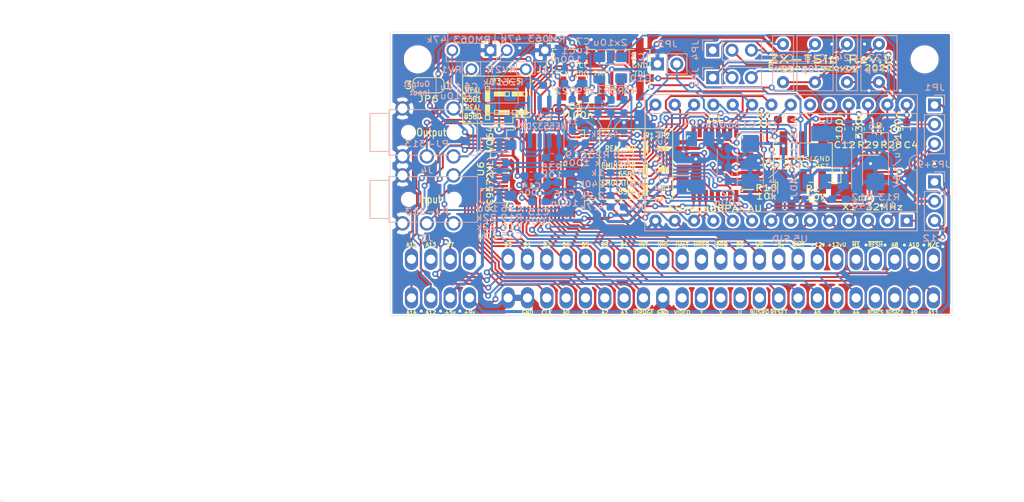
<source format=kicad_pcb>
(kicad_pcb (version 20171130) (host pcbnew "(5.1.4)-1")
  (title_block (date 2021-03-16) (rev D))
  (layers (0 F.Cu signal) (31 B.Cu signal) (34 B.Paste user hide) (35 F.Paste user hide) (36 B.SilkS user) (37 F.SilkS user) (38 B.Mask user hide) (39 F.Mask user hide) (44 Edge.Cuts user))
  (net 0 "")
  (net 1 +5V)
  (net 2 +9V)
  (net 3 GND)
  (net 4 +12V)
  (net 5 +3V3)
  (net 6 A15)
  (net 7 D7)
  (net 8 D0)
  (net 9 D1)
  (net 10 D2)
  (net 11 D6)
  (net 12 D5)
  (net 13 D3)
  (net 14 D4)
  (net 15 ~IORQ)
  (net 16 A14)
  (net 17 A12)
  (net 18 ~CLKCPU)
  (net 19 A0)
  (net 20 A1)
  (net 21 A2)
  (net 22 A3)
  (net 23 ~IORQGE)
  (net 24 ~WR)
  (net 25 A8)
  (net 26 A10)
  (net 27 ~RST)
  (net 28 A7)
  (net 29 A6)
  (net 30 A5)
  (net 31 A4)
  (net 32 A9)
  (net 33 A11)
  (net 34 TDI)
  (net 35 TMS)
  (net 36 TDO)
  (net 37 TCK)
  (net 38 "Net-(C10-Pad1)")
  (net 39 SID_CLK)
  (net 40 /R)
  (net 41 /L)
  (net 42 "Net-(C18-Pad1)")
  (net 43 "Net-(JP2-Pad2)")
  (net 44 "Net-(JP4-Pad2)")
  (net 45 "Net-(JP5-Pad2)")
  (net 46 "Net-(C18-Pad2)")
  (net 47 "Net-(C21-Pad1)")
  (net 48 "Net-(C22-Pad1)")
  (net 49 VDDA)
  (net 50 "Net-(C6-Pad1)")
  (net 51 "Net-(C9-Pad1)")
  (net 52 "Net-(C22-Pad2)")
  (net 53 "Net-(R29-Pad1)")
  (net 54 "Net-(C3-Pad2)")
  (net 55 "Net-(C3-Pad1)")
  (net 56 "Net-(C6-Pad2)")
  (net 57 "Net-(C9-Pad2)")
  (net 58 "Net-(C10-Pad2)")
  (net 59 "Net-(C19-Pad2)")
  (net 60 "Net-(C25-Pad2)")
  (net 61 "Net-(C25-Pad1)")
  (net 62 "Net-(C26-Pad2)")
  (net 63 "Net-(C26-Pad1)")
  (net 64 ~AVR_RST)
  (net 65 MOSI)
  (net 66 SCK)
  (net 67 MISO)
  (net 68 ~SID_RST)
  (net 69 ~REAL_RST)
  (net 70 "Net-(R6-Pad2)")
  (net 71 "Net-(R6-Pad1)")
  (net 72 "Net-(R8-Pad2)")
  (net 73 SID_D1)
  (net 74 SID_D0)
  (net 75 SID_D2)
  (net 76 SID_A4)
  (net 77 SID_A3)
  (net 78 SID_A2)
  (net 79 SID_A1)
  (net 80 SID_A0)
  (net 81 SID_D7)
  (net 82 SID_D6)
  (net 83 SID_D5)
  (net 84 CLK32)
  (net 85 SID_D4)
  (net 86 SID_D3)
  (net 87 "Net-(R18-Pad1)")
  (net 88 "Net-(JP6-Pad2)")
  (net 89 ~SID_WR)
  (net 90 "Net-(C24-Pad2)")
  (net 91 "Net-(R11-Pad1)")
  (net 92 ~SID_CS)
  (net 93 ~RD)
  (net 94 "Net-(R12-Pad1)")
  (net 95 +6V)
  (net 96 ~WAIT)
  (module Resistor_SMD:R_0603_1608Metric_Pad1.05x0.95mm_HandSolder (layer B.Cu) (at 170.45 105.95 180)
    (fp_text reference R13 (at -6.6 0.23 180) (layer B.SilkS) (effects (font (size 0.8 1)) (justify mirror)))
    (fp_text value 1k)
    (fp_text user %V (at -6.6 -0.8 180) (layer B.SilkS) (effects (font (size 0.8 1)) (justify mirror)))
    (pad 2 smd roundrect (at 0.875 0 180) (size 1.05 0.95) (layers B.Cu B.Paste B.Mask) (net 94 "Net-(R12-Pad1)"))
    (pad 1 smd roundrect (at -0.875 0 180) (size 1.05 0.95) (layers B.Cu B.Paste B.Mask) (net 3 GND))
  )
  (module Resistor_SMD:R_0603_1608Metric_Pad1.05x0.95mm_HandSolder (layer B.Cu) (at 166.9 105.95 180)
    (fp_text reference R12 (at -6.6 0.23 180) (layer B.SilkS) (effects (font (size 0.8 1)) (justify mirror)))
    (fp_text value 240)
    (fp_text user %V (at -6.6 -0.8 180) (layer B.SilkS) (effects (font (size 0.8 1)) (justify mirror)))
    (pad 2 smd roundrect (at 0.875 0 180) (size 1.05 0.95) (layers B.Cu B.Paste B.Mask) (net 95 +6V))
    (pad 1 smd roundrect (at -0.875 0 180) (size 1.05 0.95) (layers B.Cu B.Paste B.Mask) (net 94 "Net-(R12-Pad1)"))
  )
  (module Capacitor_SMD:C_0805_2012Metric_Pad1.15x1.40mm_HandSolder (layer B.Cu) (at 136.7 89.8 270)
    (fp_text reference C7 (at -4.55 -0.15) (layer B.SilkS) (effects (font (size 0.8 1)) (justify mirror)))
    (fp_text value 1u)
    (fp_text user %V (at -3.45 -0.15) (layer B.SilkS) (effects (font (size 0.8 1)) (justify mirror)))
    (pad 2 smd roundrect (at 1.025 0 270) (size 1.15 1.4) (layers B.Cu B.Paste B.Mask) (roundrect_rratio 0.217391) (net 95 +6V))
    (pad 1 smd roundrect (at -1.025 0 270) (size 1.15 1.4) (layers B.Cu B.Paste B.Mask) (roundrect_rratio 0.217391) (net 3 GND))
  )
  (module Package_TO_SOT_SMD:SOT-223-3_TabPin2 (layer B.Cu) (at 168.7 100.5 90)
    (fp_text reference U2 (at 4.85 0 180) (layer B.SilkS) (effects (font (size 0.8 1)) (justify mirror)))
    (fp_text value AMS1117-ADJ)
    (fp_text user %V (at 0.05 -4.15 90) (layer B.SilkS) (effects (font (size 0.8 1)) (justify mirror)))
    (pad 1 smd rect (at -3.15 2.3 90) (size 2 1.5) (layers B.Cu B.Paste B.Mask) (net 94 "Net-(R12-Pad1)"))
    (pad 3 smd rect (at -3.15 -2.3 90) (size 2 1.5) (layers B.Cu B.Paste B.Mask) (net 49 VDDA))
    (pad 2 smd rect (at -3.15 0 90) (size 2 1.5) (layers B.Cu B.Paste B.Mask) (net 95 +6V))
    (pad 2 smd rect (at 3.15 0 90) (size 2 3.8) (layers B.Cu B.Paste B.Mask) (net 95 +6V))
  )
  (module Oscillator:Oscillator_SMD_EuroQuartz_XO91-4Pin_7.0x5.0mm_HandSoldering (layer F.Cu) (at 174.4 102.9)
    (fp_text reference X1 (at -2.6 4.1) (layer F.SilkS) (effects (font (size 0.8 1))))
    (fp_text value 32MHz)
    (fp_text user %V (at 2 4.1) (layer F.SilkS) (effects (font (size 0.8 1))))
    (pad 4 smd rect (at -3.25 -2.1) (size 3.5 2) (layers F.Cu F.Paste F.Mask) (net 1 +5V))
    (pad 3 smd rect (at 3.25 -2.1) (size 3.5 2) (layers F.Cu F.Paste F.Mask) (net 84 CLK32))
    (pad 2 smd rect (at 3.25 2.1) (size 3.5 2) (layers F.Cu F.Paste F.Mask) (net 3 GND))
    (pad 1 smd rect (at -3.25 2.1) (size 3.5 2) (layers F.Cu F.Paste F.Mask) (net 1 +5V))
  )
  (module Package_TO_SOT_SMD:SOT-223-3_TabPin2 (layer B.Cu) (at 151.05 101.2 270)
    (fp_text reference U4 (at -5.25 0 180) (layer B.SilkS) (effects (font (size 0.8 1)) (justify mirror)))
    (fp_text value AMS1117-3.3)
    (fp_text user %V (at 0 4.25 270) (layer B.SilkS) (effects (font (size 0.8 1)) (justify mirror)))
    (pad 2 smd rect (at 3.15 0 270) (size 2 3.8) (layers B.Cu B.Paste B.Mask) (net 5 +3V3))
    (pad 2 smd rect (at -3.15 0 270) (size 2 1.5) (layers B.Cu B.Paste B.Mask) (net 5 +3V3))
    (pad 3 smd rect (at -3.15 -2.3 270) (size 2 1.5) (layers B.Cu B.Paste B.Mask) (net 1 +5V))
    (pad 1 smd rect (at -3.15 2.3 270) (size 2 1.5) (layers B.Cu B.Paste B.Mask) (net 3 GND))
  )
  (module Package_DIP:DIP-28_W15.24mm_Socket (layer B.Cu) (at 179.35 108.8 90)
    (fp_text reference U5 (at -2.4 -13.95 180) (layer B.SilkS) (effects (font (size 0.8 1)) (justify mirror)))
    (fp_text value 8580)
    (fp_text user SID (at -2.4 -16.5) (layer B.SilkS) (effects (font (size 0.8 1)) (justify mirror)))
    (pad 28 thru_hole oval (at 15.24 0 90) (size 1.6 1.6) (drill 0.8) (layers *.Cu *.Mask) (net 49 VDDA))
    (pad 14 thru_hole oval (at 0 -33.02 90) (size 1.6 1.6) (drill 0.8) (layers *.Cu *.Mask) (net 3 GND))
    (pad 27 thru_hole oval (at 15.24 -2.54 90) (size 1.6 1.6) (drill 0.8) (layers *.Cu *.Mask) (net 55 "Net-(C3-Pad1)"))
    (pad 13 thru_hole oval (at 0 -30.48 90) (size 1.6 1.6) (drill 0.8) (layers *.Cu *.Mask) (net 76 SID_A4))
    (pad 26 thru_hole oval (at 15.24 -5.08 90) (size 1.6 1.6) (drill 0.8) (layers *.Cu *.Mask) (net 53 "Net-(R29-Pad1)"))
    (pad 12 thru_hole oval (at 0 -27.94 90) (size 1.6 1.6) (drill 0.8) (layers *.Cu *.Mask) (net 77 SID_A3))
    (pad 25 thru_hole oval (at 15.24 -7.62 90) (size 1.6 1.6) (drill 0.8) (layers *.Cu *.Mask) (net 1 +5V))
    (pad 11 thru_hole oval (at 0 -25.4 90) (size 1.6 1.6) (drill 0.8) (layers *.Cu *.Mask) (net 78 SID_A2))
    (pad 24 thru_hole oval (at 15.24 -10.16 90) (size 1.6 1.6) (drill 0.8) (layers *.Cu *.Mask))
    (pad 10 thru_hole oval (at 0 -22.86 90) (size 1.6 1.6) (drill 0.8) (layers *.Cu *.Mask) (net 79 SID_A1))
    (pad 23 thru_hole oval (at 15.24 -12.7 90) (size 1.6 1.6) (drill 0.8) (layers *.Cu *.Mask))
    (pad 9 thru_hole oval (at 0 -20.32 90) (size 1.6 1.6) (drill 0.8) (layers *.Cu *.Mask) (net 80 SID_A0))
    (pad 22 thru_hole oval (at 15.24 -15.24 90) (size 1.6 1.6) (drill 0.8) (layers *.Cu *.Mask) (net 81 SID_D7))
    (pad 8 thru_hole oval (at 0 -17.78 90) (size 1.6 1.6) (drill 0.8) (layers *.Cu *.Mask) (net 92 ~SID_CS))
    (pad 21 thru_hole oval (at 15.24 -17.78 90) (size 1.6 1.6) (drill 0.8) (layers *.Cu *.Mask) (net 82 SID_D6))
    (pad 7 thru_hole oval (at 0 -15.24 90) (size 1.6 1.6) (drill 0.8) (layers *.Cu *.Mask) (net 89 ~SID_WR))
    (pad 20 thru_hole oval (at 15.24 -20.32 90) (size 1.6 1.6) (drill 0.8) (layers *.Cu *.Mask) (net 83 SID_D5))
    (pad 6 thru_hole oval (at 0 -12.7 90) (size 1.6 1.6) (drill 0.8) (layers *.Cu *.Mask) (net 39 SID_CLK))
    (pad 19 thru_hole oval (at 15.24 -22.86 90) (size 1.6 1.6) (drill 0.8) (layers *.Cu *.Mask) (net 85 SID_D4))
    (pad 5 thru_hole oval (at 0 -10.16 90) (size 1.6 1.6) (drill 0.8) (layers *.Cu *.Mask) (net 69 ~REAL_RST))
    (pad 18 thru_hole oval (at 15.24 -25.4 90) (size 1.6 1.6) (drill 0.8) (layers *.Cu *.Mask) (net 86 SID_D3))
    (pad 4 thru_hole oval (at 0 -7.62 90) (size 1.6 1.6) (drill 0.8) (layers *.Cu *.Mask) (net 48 "Net-(C22-Pad1)"))
    (pad 17 thru_hole oval (at 15.24 -27.94 90) (size 1.6 1.6) (drill 0.8) (layers *.Cu *.Mask) (net 75 SID_D2))
    (pad 3 thru_hole oval (at 0 -5.08 90) (size 1.6 1.6) (drill 0.8) (layers *.Cu *.Mask) (net 45 "Net-(JP5-Pad2)"))
    (pad 16 thru_hole oval (at 15.24 -30.48 90) (size 1.6 1.6) (drill 0.8) (layers *.Cu *.Mask) (net 73 SID_D1))
    (pad 2 thru_hole oval (at 0 -2.54 90) (size 1.6 1.6) (drill 0.8) (layers *.Cu *.Mask) (net 42 "Net-(C18-Pad1)"))
    (pad 15 thru_hole oval (at 15.24 -33.02 90) (size 1.6 1.6) (drill 0.8) (layers *.Cu *.Mask) (net 74 SID_D0))
    (pad 1 thru_hole rect (at 0 0 90) (size 1.6 1.6) (drill 0.8) (layers *.Cu *.Mask) (net 44 "Net-(JP4-Pad2)"))
  )
  (module Package_QFP:TQFP-64_10x10mm_P0.5mm (layer F.Cu) (at 131.9 102 180)
    (fp_text reference U6 (at 8.5 0 90) (layer F.SilkS) (effects (font (size 0.8 1))))
    (fp_text value XC9572XL-VQ64)
    (fp_text user %V (at 7.3 0 270) (layer F.SilkS) (effects (font (size 0.8 0.9) (thickness 0.14))))
    (pad 64 smd roundrect (at -3.75 -5.6625 180) (size 0.3 1.475) (layers F.Cu F.Paste F.Mask) (net 27 ~RST))
    (pad 63 smd roundrect (at -3.25 -5.6625 180) (size 0.3 1.475) (layers F.Cu F.Paste F.Mask) (net 93 ~RD))
    (pad 62 smd roundrect (at -2.75 -5.6625 180) (size 0.3 1.475) (layers F.Cu F.Paste F.Mask) (net 24 ~WR))
    (pad 61 smd roundrect (at -2.25 -5.6625 180) (size 0.3 1.475) (layers F.Cu F.Paste F.Mask) (net 26 A10))
    (pad 60 smd roundrect (at -1.75 -5.6625 180) (size 0.3 1.475) (layers F.Cu F.Paste F.Mask) (net 33 A11))
    (pad 59 smd roundrect (at -1.25 -5.6625 180) (size 0.3 1.475) (layers F.Cu F.Paste F.Mask) (net 32 A9))
    (pad 58 smd roundrect (at -0.75 -5.6625 180) (size 0.3 1.475) (layers F.Cu F.Paste F.Mask) (net 14 D4))
    (pad 57 smd roundrect (at -0.25 -5.6625 180) (size 0.3 1.475) (layers F.Cu F.Paste F.Mask) (net 25 A8))
    (pad 56 smd roundrect (at 0.25 -5.6625 180) (size 0.3 1.475) (layers F.Cu F.Paste F.Mask) (net 96 ~WAIT))
    (pad 55 smd roundrect (at 0.75 -5.6625 180) (size 0.3 1.475) (layers F.Cu F.Paste F.Mask) (net 5 +3V3))
    (pad 54 smd roundrect (at 1.25 -5.6625 180) (size 0.3 1.475) (layers F.Cu F.Paste F.Mask) (net 3 GND))
    (pad 53 smd roundrect (at 1.75 -5.6625 180) (size 0.3 1.475) (layers F.Cu F.Paste F.Mask) (net 36 TDO))
    (pad 52 smd roundrect (at 2.25 -5.6625 180) (size 0.3 1.475) (layers F.Cu F.Paste F.Mask) (net 23 ~IORQGE))
    (pad 51 smd roundrect (at 2.75 -5.6625 180) (size 0.3 1.475) (layers F.Cu F.Paste F.Mask) (net 22 A3))
    (pad 50 smd roundrect (at 3.25 -5.6625 180) (size 0.3 1.475) (layers F.Cu F.Paste F.Mask) (net 15 ~IORQ))
    (pad 49 smd roundrect (at 3.75 -5.6625 180) (size 0.3 1.475) (layers F.Cu F.Paste F.Mask) (net 13 D3))
    (pad 48 smd roundrect (at 5.6625 -3.75 180) (size 1.475 0.3) (layers F.Cu F.Paste F.Mask) (net 12 D5))
    (pad 47 smd roundrect (at 5.6625 -3.25 180) (size 1.475 0.3) (layers F.Cu F.Paste F.Mask) (net 11 D6))
    (pad 46 smd roundrect (at 5.6625 -2.75 180) (size 1.475 0.3) (layers F.Cu F.Paste F.Mask) (net 10 D2))
    (pad 45 smd roundrect (at 5.6625 -2.25 180) (size 1.475 0.3) (layers F.Cu F.Paste F.Mask) (net 9 D1))
    (pad 44 smd roundrect (at 5.6625 -1.75 180) (size 1.475 0.3) (layers F.Cu F.Paste F.Mask) (net 8 D0))
    (pad 43 smd roundrect (at 5.6625 -1.25 180) (size 1.475 0.3) (layers F.Cu F.Paste F.Mask) (net 21 A2))
    (pad 42 smd roundrect (at 5.6625 -0.75 180) (size 1.475 0.3) (layers F.Cu F.Paste F.Mask) (net 20 A1))
    (pad 41 smd roundrect (at 5.6625 -0.25 180) (size 1.475 0.3) (layers F.Cu F.Paste F.Mask) (net 3 GND))
    (pad 40 smd roundrect (at 5.6625 0.25 180) (size 1.475 0.3) (layers F.Cu F.Paste F.Mask) (net 19 A0))
    (pad 39 smd roundrect (at 5.6625 0.75 180) (size 1.475 0.3) (layers F.Cu F.Paste F.Mask) (net 31 A4))
    (pad 38 smd roundrect (at 5.6625 1.25 180) (size 1.475 0.3) (layers F.Cu F.Paste F.Mask) (net 7 D7))
    (pad 37 smd roundrect (at 5.6625 1.75 180) (size 1.475 0.3) (layers F.Cu F.Paste F.Mask) (net 5 +3V3))
    (pad 36 smd roundrect (at 5.6625 2.25 180) (size 1.475 0.3) (layers F.Cu F.Paste F.Mask) (net 29 A6))
    (pad 35 smd roundrect (at 5.6625 2.75 180) (size 1.475 0.3) (layers F.Cu F.Paste F.Mask) (net 30 A5))
    (pad 34 smd roundrect (at 5.6625 3.25 180) (size 1.475 0.3) (layers F.Cu F.Paste F.Mask) (net 28 A7))
    (pad 33 smd roundrect (at 5.6625 3.75 180) (size 1.475 0.3) (layers F.Cu F.Paste F.Mask) (net 17 A12))
    (pad 32 smd roundrect (at 3.75 5.6625 180) (size 0.3 1.475) (layers F.Cu F.Paste F.Mask) (net 6 A15))
    (pad 31 smd roundrect (at 3.25 5.6625 180) (size 0.3 1.475) (layers F.Cu F.Paste F.Mask) (net 16 A14))
    (pad 30 smd roundrect (at 2.75 5.6625 180) (size 0.3 1.475) (layers F.Cu F.Paste F.Mask) (net 37 TCK))
    (pad 29 smd roundrect (at 2.25 5.6625 180) (size 0.3 1.475) (layers F.Cu F.Paste F.Mask) (net 35 TMS))
    (pad 28 smd roundrect (at 1.75 5.6625 180) (size 0.3 1.475) (layers F.Cu F.Paste F.Mask) (net 34 TDI))
    (pad 27 smd roundrect (at 1.25 5.6625 180) (size 0.3 1.475) (layers F.Cu F.Paste F.Mask) (net 88 "Net-(JP6-Pad2)"))
    (pad 26 smd roundrect (at 0.75 5.6625 180) (size 0.3 1.475) (layers F.Cu F.Paste F.Mask) (net 5 +3V3))
    (pad 25 smd roundrect (at 0.25 5.6625 180) (size 0.3 1.475) (layers F.Cu F.Paste F.Mask))
    (pad 24 smd roundrect (at -0.25 5.6625 180) (size 0.3 1.475) (layers F.Cu F.Paste F.Mask))
    (pad 23 smd roundrect (at -0.75 5.6625 180) (size 0.3 1.475) (layers F.Cu F.Paste F.Mask) (net 68 ~SID_RST))
    (pad 22 smd roundrect (at -1.25 5.6625 180) (size 0.3 1.475) (layers F.Cu F.Paste F.Mask))
    (pad 21 smd roundrect (at -1.75 5.6625 180) (size 0.3 1.475) (layers F.Cu F.Paste F.Mask) (net 3 GND))
    (pad 20 smd roundrect (at -2.25 5.6625 180) (size 0.3 1.475) (layers F.Cu F.Paste F.Mask) (net 83 SID_D5))
    (pad 19 smd roundrect (at -2.75 5.6625 180) (size 0.3 1.475) (layers F.Cu F.Paste F.Mask) (net 86 SID_D3))
    (pad 18 smd roundrect (at -3.25 5.6625 180) (size 0.3 1.475) (layers F.Cu F.Paste F.Mask) (net 85 SID_D4))
    (pad 17 smd roundrect (at -3.75 5.6625 180) (size 0.3 1.475) (layers F.Cu F.Paste F.Mask) (net 84 CLK32))
    (pad 16 smd roundrect (at -5.6625 3.75 180) (size 1.475 0.3) (layers F.Cu F.Paste F.Mask) (net 74 SID_D0))
    (pad 15 smd roundrect (at -5.6625 3.25 180) (size 1.475 0.3) (layers F.Cu F.Paste F.Mask) (net 18 ~CLKCPU))
    (pad 14 smd roundrect (at -5.6625 2.75 180) (size 1.475 0.3) (layers F.Cu F.Paste F.Mask) (net 3 GND))
    (pad 13 smd roundrect (at -5.6625 2.25 180) (size 1.475 0.3) (layers F.Cu F.Paste F.Mask) (net 89 ~SID_WR))
    (pad 12 smd roundrect (at -5.6625 1.75 180) (size 1.475 0.3) (layers F.Cu F.Paste F.Mask) (net 75 SID_D2))
    (pad 11 smd roundrect (at -5.6625 1.25 180) (size 1.475 0.3) (layers F.Cu F.Paste F.Mask) (net 81 SID_D7))
    (pad 10 smd roundrect (at -5.6625 0.75 180) (size 1.475 0.3) (layers F.Cu F.Paste F.Mask) (net 82 SID_D6))
    (pad 9 smd roundrect (at -5.6625 0.25 180) (size 1.475 0.3) (layers F.Cu F.Paste F.Mask) (net 73 SID_D1))
    (pad 8 smd roundrect (at -5.6625 -0.25 180) (size 1.475 0.3) (layers F.Cu F.Paste F.Mask) (net 80 SID_A0))
    (pad 7 smd roundrect (at -5.6625 -0.75 180) (size 1.475 0.3) (layers F.Cu F.Paste F.Mask) (net 79 SID_A1))
    (pad 6 smd roundrect (at -5.6625 -1.25 180) (size 1.475 0.3) (layers F.Cu F.Paste F.Mask) (net 92 ~SID_CS))
    (pad 5 smd roundrect (at -5.6625 -1.75 180) (size 1.475 0.3) (layers F.Cu F.Paste F.Mask) (net 77 SID_A3))
    (pad 4 smd roundrect (at -5.6625 -2.25 180) (size 1.475 0.3) (layers F.Cu F.Paste F.Mask) (net 78 SID_A2))
    (pad 3 smd roundrect (at -5.6625 -2.75 180) (size 1.475 0.3) (layers F.Cu F.Paste F.Mask) (net 5 +3V3))
    (pad 2 smd roundrect (at -5.6625 -3.25 180) (size 1.475 0.3) (layers F.Cu F.Paste F.Mask) (net 76 SID_A4))
    (pad 1 smd roundrect (at -5.6625 -3.75 180) (size 1.475 0.3) (layers F.Cu F.Paste F.Mask) (net 39 SID_CLK))
  )
  (module my:Spectrum_Edge_Connector (layer F.Cu) (at 147.3 116.4)
    (fp_text reference J2 hide)
    (fp_text value zx_edge)
    (fp_text user N/C (at 35.56 -4.445) (layer F.SilkS) (effects (font (size 0.5 0.5) (thickness 0.125))))
    (fp_text user A10 (at 33.02 -4.445) (layer F.SilkS) (effects (font (size 0.5 0.5) (thickness 0.125))))
    (fp_text user A11 (at 35.56 4.445) (layer F.SilkS) (effects (font (size 0.5 0.5) (thickness 0.125))))
    (fp_text user A9 (at 33.02 4.445) (layer F.SilkS) (effects (font (size 0.5 0.5) (thickness 0.125))))
    (fp_text user A8 (at 30.48 -4.445) (layer F.SilkS) (effects (font (size 0.5 0.5) (thickness 0.125))))
    (fp_text user ~RFSH (at 27.94 -4.445) (layer F.SilkS) (effects (font (size 0.5 0.5) (thickness 0.125))))
    (fp_text user ~M1 (at 25.4 -4.445) (layer F.SilkS) (effects (font (size 0.5 0.5) (thickness 0.125))))
    (fp_text user +12vU (at 22.86 -4.445) (layer F.SilkS) (effects (font (size 0.5 0.5) (thickness 0.125))))
    (fp_text user ~BUSACK (at 30.48 4.445) (layer F.SilkS) (effects (font (size 0.4 0.4) (thickness 0.1))))
    (fp_text user ~ROMCS (at 27.94 4.445) (layer F.SilkS) (effects (font (size 0.4 0.4) (thickness 0.1))))
    (fp_text user A4 (at 25.4 4.445) (layer F.SilkS) (effects (font (size 0.5 0.5) (thickness 0.125))))
    (fp_text user A5 (at 22.86 4.445) (layer F.SilkS) (effects (font (size 0.5 0.5) (thickness 0.125))))
    (fp_text user +12v (at 20.32 -4.445) (layer F.SilkS) (effects (font (size 0.5 0.5) (thickness 0.125))))
    (fp_text user ~WAIT (at 17.78 -4.445) (layer F.SilkS) (effects (font (size 0.5 0.5) (thickness 0.125))))
    (fp_text user -5v (at 15.24 -4.445) (layer F.SilkS) (effects (font (size 0.5 0.5) (thickness 0.125))))
    (fp_text user ~WR (at 12.7 -4.445) (layer F.SilkS) (effects (font (size 0.5 0.5) (thickness 0.125))))
    (fp_text user A6 (at 20.32 4.445) (layer F.SilkS) (effects (font (size 0.5 0.5) (thickness 0.125))))
    (fp_text user A7 (at 17.78 4.445) (layer F.SilkS) (effects (font (size 0.5 0.5) (thickness 0.125))))
    (fp_text user ~RESET (at 15.24 4.445) (layer F.SilkS) (effects (font (size 0.5 0.5) (thickness 0.125))))
    (fp_text user ~BUSRQ (at 12.7 4.445) (layer F.SilkS) (effects (font (size 0.5 0.5) (thickness 0.125))))
    (fp_text user ~RD (at 10.16 -4.445) (layer F.SilkS) (effects (font (size 0.5 0.5) (thickness 0.125))))
    (fp_text user ~IORQ (at 7.62 -4.445) (layer F.SilkS) (effects (font (size 0.5 0.5) (thickness 0.125))))
    (fp_text user ~MREQ (at 5.08 -4.445) (layer F.SilkS) (effects (font (size 0.5 0.5) (thickness 0.125))))
    (fp_text user ~HALT (at 2.54 -4.445) (layer F.SilkS) (effects (font (size 0.5 0.5) (thickness 0.125))))
    (fp_text user U (at 10.16 4.445) (layer F.SilkS) (effects (font (size 0.5 0.5) (thickness 0.125))))
    (fp_text user V (at 7.62 4.445) (layer F.SilkS) (effects (font (size 0.5 0.5) (thickness 0.125))))
    (fp_text user Y (at 5.08 4.445) (layer F.SilkS) (effects (font (size 0.5 0.5) (thickness 0.125))))
    (fp_text user VIDEO (at 2.54 4.445) (layer F.SilkS) (effects (font (size 0.5 0.5) (thickness 0.125))))
    (fp_text user GND (at 0 4.445) (layer F.SilkS) (effects (font (size 0.5 0.5) (thickness 0.125))))
    (fp_text user ~IORQGE (at -2.54 4.445) (layer F.SilkS) (effects (font (size 0.5 0.5) (thickness 0.125))))
    (fp_text user A3 (at -5.08 4.445) (layer F.SilkS) (effects (font (size 0.5 0.5) (thickness 0.125))))
    (fp_text user ~NMI (at 0 -4.445) (layer F.SilkS) (effects (font (size 0.5 0.5) (thickness 0.125))))
    (fp_text user ~INT (at -2.54 -4.445) (layer F.SilkS) (effects (font (size 0.5 0.5) (thickness 0.125))))
    (fp_text user D4 (at -5.08 -4.445) (layer F.SilkS) (effects (font (size 0.5 0.5) (thickness 0.125))))
    (fp_text user D3 (at -7.62 -4.445) (layer F.SilkS) (effects (font (size 0.5 0.5) (thickness 0.125))))
    (fp_text user A2 (at -7.62 4.445) (layer F.SilkS) (effects (font (size 0.5 0.5) (thickness 0.125))))
    (fp_text user D5 (at -10.16 -4.445) (layer F.SilkS) (effects (font (size 0.5 0.5) (thickness 0.125))))
    (fp_text user D6 (at -12.7 -4.445) (layer F.SilkS) (effects (font (size 0.5 0.5) (thickness 0.125))))
    (fp_text user D2 (at -15.24 -4.445) (layer F.SilkS) (effects (font (size 0.5 0.5) (thickness 0.125))))
    (fp_text user A1 (at -10.16 4.445) (layer F.SilkS) (effects (font (size 0.5 0.5) (thickness 0.125))))
    (fp_text user A0 (at -12.7 4.445) (layer F.SilkS) (effects (font (size 0.5 0.5) (thickness 0.125))))
    (fp_text user CLK (at -15.24 4.445) (layer F.SilkS) (effects (font (size 0.5 0.5) (thickness 0.125))))
    (fp_text user GND (at -17.78 4.445) (layer F.SilkS) (effects (font (size 0.5 0.5) (thickness 0.125))))
    (fp_text user GND (at 0 4.445) (layer F.SilkS) (effects (font (size 0.5 0.5) (thickness 0.125))))
    (fp_text user +9v (at -25.4 4.445) (layer F.SilkS) (effects (font (size 0.5 0.5) (thickness 0.125))))
    (fp_text user +5v (at -27.94 4.445) (layer F.SilkS) (effects (font (size 0.5 0.5) (thickness 0.125))))
    (fp_text user A12 (at -30.48 4.445) (layer F.SilkS) (effects (font (size 0.5 0.5) (thickness 0.125))))
    (fp_text user A14 (at -33.02 4.445) (layer F.SilkS) (effects (font (size 0.5 0.5) (thickness 0.125))))
    (fp_text user D1 (at -17.78 -4.445) (layer F.SilkS) (effects (font (size 0.5 0.5) (thickness 0.125))))
    (fp_text user D0 (at -20.32 -4.445) (layer F.SilkS) (effects (font (size 0.5 0.5) (thickness 0.125))))
    (fp_text user N/C (at 35.56 -4.445) (layer F.SilkS) (effects (font (size 0.5 0.5) (thickness 0.125))))
    (fp_text user D7 (at -27.94 -4.445) (layer F.SilkS) (effects (font (size 0.5 0.5) (thickness 0.125))))
    (fp_text user A13 (at -30.48 -4.445) (layer F.SilkS) (effects (font (size 0.5 0.5) (thickness 0.125))))
    (fp_text user A15 (at -33.02 -4.445) (layer F.SilkS) (effects (font (size 0.5 0.5) (thickness 0.125))))
    (pad A28 thru_hole oval (at 35.56 2.54) (size 1.7272 2.8) (drill 1.2) (layers *.Cu *.Mask) (net 33 A11))
    (pad A27 thru_hole oval (at 33.02 2.54) (size 1.7272 2.8) (drill 1.2) (layers *.Cu *.Mask) (net 32 A9))
    (pad A26 thru_hole oval (at 30.48 2.54) (size 1.7272 2.8) (drill 1.2) (layers *.Cu *.Mask))
    (pad A25 thru_hole oval (at 27.94 2.54) (size 1.7272 2.8) (drill 1.2) (layers *.Cu *.Mask))
    (pad A24 thru_hole oval (at 25.4 2.54) (size 1.7272 2.8) (drill 1.2) (layers *.Cu *.Mask) (net 31 A4))
    (pad A23 thru_hole oval (at 22.86 2.54) (size 1.7272 2.8) (drill 1.2) (layers *.Cu *.Mask) (net 30 A5))
    (pad A22 thru_hole oval (at 20.32 2.54) (size 1.7272 2.8) (drill 1.2) (layers *.Cu *.Mask) (net 29 A6))
    (pad A21 thru_hole oval (at 17.78 2.54) (size 1.7272 2.8) (drill 1.2) (layers *.Cu *.Mask) (net 28 A7))
    (pad A1 thru_hole oval (at -33.02 2.54) (size 1.7272 2.8) (drill 1.2) (layers *.Cu *.Mask) (net 16 A14))
    (pad A2 thru_hole oval (at -30.48 2.54) (size 1.7272 2.8) (drill 1.2) (layers *.Cu *.Mask) (net 17 A12))
    (pad A3 thru_hole oval (at -27.94 2.54) (size 1.7272 2.8) (drill 1.2) (layers *.Cu *.Mask) (net 1 +5V))
    (pad A4 thru_hole oval (at -25.4 2.54) (size 1.7272 2.8) (drill 1.2) (layers *.Cu *.Mask) (net 2 +9V))
    (pad A6 thru_hole oval (at -20.32 2.54) (size 1.7272 2.8) (drill 1.2) (layers *.Cu *.Mask) (net 3 GND))
    (pad A7 thru_hole oval (at -17.78 2.54) (size 1.7272 2.8) (drill 1.2) (layers *.Cu *.Mask) (net 3 GND))
    (pad A8 thru_hole oval (at -15.24 2.54) (size 1.7272 2.8) (drill 1.2) (layers *.Cu *.Mask) (net 18 ~CLKCPU))
    (pad A9 thru_hole oval (at -12.7 2.54) (size 1.7272 2.8) (drill 1.2) (layers *.Cu *.Mask) (net 19 A0))
    (pad A10 thru_hole oval (at -10.16 2.54) (size 1.7272 2.8) (drill 1.2) (layers *.Cu *.Mask) (net 20 A1))
    (pad A11 thru_hole oval (at -7.62 2.54) (size 1.7272 2.8) (drill 1.2) (layers *.Cu *.Mask) (net 21 A2))
    (pad A12 thru_hole oval (at -5.08 2.54) (size 1.7272 2.8) (drill 1.2) (layers *.Cu *.Mask) (net 22 A3))
    (pad A13 thru_hole oval (at -2.54 2.54) (size 1.7272 2.8) (drill 1.2) (layers *.Cu *.Mask) (net 23 ~IORQGE))
    (pad A14 thru_hole oval (at 0 2.54) (size 1.7272 2.8) (drill 1.2) (layers *.Cu *.Mask) (net 3 GND))
    (pad A15 thru_hole oval (at 2.54 2.54) (size 1.7272 2.8) (drill 1.2) (layers *.Cu *.Mask))
    (pad A16 thru_hole oval (at 5.08 2.54) (size 1.7272 2.8) (drill 1.2) (layers *.Cu *.Mask))
    (pad A17 thru_hole oval (at 7.62 2.54) (size 1.7272 2.8) (drill 1.2) (layers *.Cu *.Mask))
    (pad A18 thru_hole oval (at 10.16 2.54) (size 1.7272 2.8) (drill 1.2) (layers *.Cu *.Mask))
    (pad A19 thru_hole oval (at 12.7 2.54) (size 1.7272 2.8) (drill 1.2) (layers *.Cu *.Mask))
    (pad A20 thru_hole oval (at 15.24 2.54) (size 1.7272 2.8) (drill 1.2) (layers *.Cu *.Mask) (net 27 ~RST))
    (pad B28 thru_hole oval (at 35.56 -2.54) (size 1.7272 2.8) (drill 1.2) (layers *.Cu *.Mask))
    (pad B27 thru_hole oval (at 33.02 -2.54) (size 1.7272 2.8) (drill 1.2) (layers *.Cu *.Mask) (net 26 A10))
    (pad B26 thru_hole oval (at 30.48 -2.54) (size 1.7272 2.8) (drill 1.2) (layers *.Cu *.Mask) (net 25 A8))
    (pad B25 thru_hole oval (at 27.94 -2.54) (size 1.7272 2.8) (drill 1.2) (layers *.Cu *.Mask))
    (pad B24 thru_hole oval (at 25.4 -2.54) (size 1.7272 2.8) (drill 1.2) (layers *.Cu *.Mask))
    (pad B23 thru_hole oval (at 22.86 -2.54) (size 1.7272 2.8) (drill 1.2) (layers *.Cu *.Mask))
    (pad B22 thru_hole oval (at 20.32 -2.54) (size 1.7272 2.8) (drill 1.2) (layers *.Cu *.Mask) (net 4 +12V))
    (pad B21 thru_hole oval (at 17.78 -2.54) (size 1.7272 2.8) (drill 1.2) (layers *.Cu *.Mask) (net 96 ~WAIT))
    (pad B1 thru_hole oval (at -33.02 -2.54) (size 1.7272 2.8) (drill 1.2) (layers *.Cu *.Mask) (net 6 A15))
    (pad B2 thru_hole oval (at -30.48 -2.54) (size 1.7272 2.8) (drill 1.2) (layers *.Cu *.Mask))
    (pad B3 thru_hole oval (at -27.94 -2.54) (size 1.7272 2.8) (drill 1.2) (layers *.Cu *.Mask) (net 7 D7))
    (pad B4 thru_hole oval (at -25.4 -2.54) (size 1.7272 2.8) (drill 1.2) (layers *.Cu *.Mask))
    (pad B6 thru_hole oval (at -20.32 -2.54) (size 1.7272 2.8) (drill 1.2) (layers *.Cu *.Mask) (net 8 D0))
    (pad B7 thru_hole oval (at -17.78 -2.54) (size 1.7272 2.8) (drill 1.2) (layers *.Cu *.Mask) (net 9 D1))
    (pad B8 thru_hole oval (at -15.24 -2.54) (size 1.7272 2.8) (drill 1.2) (layers *.Cu *.Mask) (net 10 D2))
    (pad B9 thru_hole oval (at -12.7 -2.54) (size 1.7272 2.8) (drill 1.2) (layers *.Cu *.Mask) (net 11 D6))
    (pad B10 thru_hole oval (at -10.16 -2.54) (size 1.7272 2.8) (drill 1.2) (layers *.Cu *.Mask) (net 12 D5))
    (pad B11 thru_hole oval (at -7.62 -2.54) (size 1.7272 2.8) (drill 1.2) (layers *.Cu *.Mask) (net 13 D3))
    (pad B12 thru_hole oval (at -5.08 -2.54) (size 1.7272 2.8) (drill 1.2) (layers *.Cu *.Mask) (net 14 D4))
    (pad B13 thru_hole oval (at -2.54 -2.54) (size 1.7272 2.8) (drill 1.2) (layers *.Cu *.Mask))
    (pad B14 thru_hole oval (at 0 -2.54) (size 1.7272 2.8) (drill 1.2) (layers *.Cu *.Mask))
    (pad B15 thru_hole oval (at 2.54 -2.54) (size 1.7272 2.8) (drill 1.2) (layers *.Cu *.Mask))
    (pad B16 thru_hole oval (at 5.08 -2.54) (size 1.7272 2.8) (drill 1.2) (layers *.Cu *.Mask))
    (pad B17 thru_hole oval (at 7.62 -2.54) (size 1.7272 2.8) (drill 1.2) (layers *.Cu *.Mask) (net 15 ~IORQ))
    (pad B18 thru_hole oval (at 10.16 -2.54) (size 1.7272 2.8) (drill 1.2) (layers *.Cu *.Mask) (net 93 ~RD))
    (pad B19 thru_hole oval (at 12.7 -2.54) (size 1.7272 2.8) (drill 1.2) (layers *.Cu *.Mask) (net 24 ~WR))
    (pad B20 thru_hole oval (at 15.24 -2.54) (size 1.7272 2.8) (drill 1.2) (layers *.Cu *.Mask))
  )
  (module my:PJ-313 (layer B.Cu) (at 116.25 97.2 270)
    (fp_text reference J4 (at 5 -0.05) (layer B.SilkS) (effects (font (size 0.8 1)) (justify mirror)))
    (fp_text value PJ-313)
    (fp_text user %V (at 1.5 -0.05) (layer B.SilkS) (effects (font (size 0.8 1)) (justify mirror)))
    (fp_text user Output (at 0 -0.65 180) (layer F.SilkS) (effects (font (size 1 0.8))))
    (pad S thru_hole circle (at 3.15 3.153) (size 1.9 1.9) (drill 1.3) (layers *.Cu *.Mask) (net 3 GND))
    (pad S thru_hole circle (at -3.15 3.153) (size 1.9 1.9) (drill 1.3) (layers *.Cu *.Mask) (net 3 GND))
    (pad R thru_hole circle (at 3.15 -0.047) (size 1.9 1.9) (drill 1.3) (layers *.Cu *.Mask) (net 40 /R))
    (pad T thru_hole circle (at 3.15 -3.547) (size 1.9 1.9) (drill 1.3) (layers *.Cu *.Mask) (net 41 /L))
    (pad T thru_hole circle (at -3.15 -3.547) (size 1.9 1.9) (drill 1.3) (layers *.Cu *.Mask) (net 41 /L))
    (pad "" np_thru_hole circle (at 0 -3.639 90) (size 1.5 1.5) (drill 1.5) (layers *.Cu *.Mask B.SilkS))
    (pad "" np_thru_hole circle (at 0 2.361 90) (size 1.5 1.5) (drill 1.5) (layers *.Cu *.Mask B.SilkS))
  )
  (module my:PJ-313 (layer B.Cu) (at 116.25 106 270)
    (fp_text reference J3 (at 5.1 -0.05) (layer B.SilkS) (effects (font (size 0.8 1)) (justify mirror)))
    (fp_text value PJ-313)
    (fp_text user %V (at 1.6 -0.05) (layer B.SilkS) (effects (font (size 0.8 1)) (justify mirror)))
    (fp_text user Input (at 0 -0.45 180) (layer F.SilkS) (effects (font (size 1 0.8))))
    (pad S thru_hole circle (at 3.15 3.153) (size 1.9 1.9) (drill 1.3) (layers *.Cu *.Mask) (net 3 GND))
    (pad S thru_hole circle (at -3.15 3.153) (size 1.9 1.9) (drill 1.3) (layers *.Cu *.Mask) (net 3 GND))
    (pad R thru_hole circle (at 3.15 -0.047) (size 1.9 1.9) (drill 1.3) (layers *.Cu *.Mask) (net 61 "Net-(C25-Pad1)"))
    (pad T thru_hole circle (at 3.15 -3.547) (size 1.9 1.9) (drill 1.3) (layers *.Cu *.Mask) (net 63 "Net-(C26-Pad1)"))
    (pad T thru_hole circle (at -3.15 -3.547) (size 1.9 1.9) (drill 1.3) (layers *.Cu *.Mask) (net 63 "Net-(C26-Pad1)"))
    (pad "" np_thru_hole circle (at 0 -3.639 90) (size 1.5 1.5) (drill 1.5) (layers *.Cu *.Mask B.SilkS))
    (pad "" np_thru_hole circle (at 0 2.361 90) (size 1.5 1.5) (drill 1.5) (layers *.Cu *.Mask B.SilkS))
  )
  (module Resistor_SMD:R_0603_1608Metric_Pad1.05x0.95mm_HandSolder (layer B.Cu) (at 141.3 104)
    (fp_text reference R8 (at 2.6 0 180) (layer B.SilkS) (effects (font (size 0.8 1)) (justify mirror)))
    (fp_text value 240k)
    (fp_text user %V (at -3.316666 0) (layer B.SilkS) (effects (font (size 0.8 0.9)) (justify mirror)))
    (pad 2 smd roundrect (at 0.875 0) (size 1.05 0.95) (layers B.Cu B.Paste B.Mask) (net 72 "Net-(R8-Pad2)"))
    (pad 1 smd roundrect (at -0.875 0) (size 1.05 0.95) (layers B.Cu B.Paste B.Mask) (net 70 "Net-(R6-Pad2)"))
  )
  (module Resistor_SMD:R_0603_1608Metric_Pad1.05x0.95mm_HandSolder (layer B.Cu) (at 141.3 105.5 180)
    (fp_text reference R7 (at -2.6 0) (layer B.SilkS) (effects (font (size 0.8 1)) (justify mirror)))
    (fp_text value 2.2k)
    (fp_text user %V (at 3.261904 0 180) (layer B.SilkS) (effects (font (size 0.8 1)) (justify mirror)))
    (pad 2 smd roundrect (at 0.875 0 180) (size 1.05 0.95) (layers B.Cu B.Paste B.Mask) (net 70 "Net-(R6-Pad2)"))
    (pad 1 smd roundrect (at -0.875 0 180) (size 1.05 0.95) (layers B.Cu B.Paste B.Mask) (net 38 "Net-(C10-Pad1)"))
  )
  (module Resistor_SMD:R_0603_1608Metric_Pad1.05x0.95mm_HandSolder (layer B.Cu) (at 141.3 102.5 180)
    (fp_text reference R6 (at -2.6 0) (layer B.SilkS) (effects (font (size 0.8 1)) (justify mirror)))
    (fp_text value 1k)
    (fp_text user %V (at 2.547619 0 180) (layer B.SilkS) (effects (font (size 0.8 1)) (justify mirror)))
    (pad 2 smd roundrect (at 0.875 0 180) (size 1.05 0.95) (layers B.Cu B.Paste B.Mask) (net 70 "Net-(R6-Pad2)"))
    (pad 1 smd roundrect (at -0.875 0 180) (size 1.05 0.95) (layers B.Cu B.Paste B.Mask) (net 71 "Net-(R6-Pad1)"))
  )
  (module Resistor_SMD:R_0603_1608Metric_Pad1.05x0.95mm_HandSolder (layer B.Cu) (at 141.3 107)
    (fp_text reference R4 (at 2.6 0) (layer B.SilkS) (effects (font (size 0.8 1)) (justify mirror)))
    (fp_text value 4.7k)
    (fp_text user %V (at -3.261904 0) (layer B.SilkS) (effects (font (size 0.8 1)) (justify mirror)))
    (pad 2 smd roundrect (at 0.875 0) (size 1.05 0.95) (layers B.Cu B.Paste B.Mask) (net 1 +5V))
    (pad 1 smd roundrect (at -0.875 0) (size 1.05 0.95) (layers B.Cu B.Paste B.Mask) (net 38 "Net-(C10-Pad1)"))
  )
  (module Capacitor_SMD:C_0603_1608Metric_Pad1.05x0.95mm_HandSolder (layer B.Cu) (at 142.2 97.8 90)
    (fp_text reference C20 (at -2.3 0 180) (layer B.SilkS) (effects (font (size 0.8 1)) (justify mirror)))
    (fp_text value 1n)
    (fp_text user %V (at -3.3 0 180) (layer B.SilkS) (effects (font (size 0.8 1)) (justify mirror)))
    (pad 2 smd roundrect (at 0.875 0 90) (size 1.05 0.95) (layers B.Cu B.Paste B.Mask) (net 3 GND))
    (pad 1 smd roundrect (at -0.875 0 90) (size 1.05 0.95) (layers B.Cu B.Paste B.Mask) (net 38 "Net-(C10-Pad1)"))
  )
  (module Capacitor_Tantalum_SMD:CP_EIA-6032-28_Kemet-C_Pad2.25x2.35mm_HandSolder (layer B.Cu) (at 158.8 101.2 270)
    (fp_text reference C11 (at -4.2 -2.95 90) (layer B.SilkS) (effects (font (size 0.8 1)) (justify mirror)))
    (fp_text value 47u/16V)
    (fp_text user %V (at 1.5 -2.95 270) (layer B.SilkS) (effects (font (size 0.8 1)) (justify mirror)))
    (pad 2 smd roundrect (at 2.55 0 270) (size 2.25 2.35) (layers B.Cu B.Paste B.Mask) (roundrect_rratio 0.111111) (net 3 GND))
    (pad 1 smd roundrect (at -2.55 0 270) (size 2.25 2.35) (layers B.Cu B.Paste B.Mask) (roundrect_rratio 0.111111) (net 1 +5V))
  )
  (module Resistor_SMD:R_0603_1608Metric_Pad1.05x0.95mm_HandSolder (layer B.Cu) (at 138.8 93.8 90)
    (fp_text reference R11 (at 2.05 0.2) (layer B.SilkS) (effects (font (size 0.8 1)) (justify mirror)))
    (fp_text value 22k)
    (pad 2 smd roundrect (at 0.875 0 90) (size 1.05 0.95) (layers B.Cu B.Paste B.Mask) (net 54 "Net-(C3-Pad2)"))
    (pad 1 smd roundrect (at -0.875 0 90) (size 1.05 0.95) (layers B.Cu B.Paste B.Mask) (net 91 "Net-(R11-Pad1)"))
  )
  (module Resistor_SMD:R_0603_1608Metric_Pad1.05x0.95mm_HandSolder (layer B.Cu) (at 142.2 93.8 90)
    (fp_text reference R3 (at 2.05 0.9) (layer B.SilkS) (effects (font (size 0.8 1)) (justify mirror)))
    (fp_text value 22k)
    (fp_text user 4x%V (at -3.6 -2.5 180) (layer B.SilkS) (effects (font (size 0.8 0.8) (thickness 0.13)) (justify mirror)))
    (pad 2 smd roundrect (at 0.875 0 90) (size 1.05 0.95) (layers B.Cu B.Paste B.Mask) (net 54 "Net-(C3-Pad2)"))
    (pad 1 smd roundrect (at -0.875 0 90) (size 1.05 0.95) (layers B.Cu B.Paste B.Mask) (net 87 "Net-(R18-Pad1)"))
  )
  (module Capacitor_Tantalum_SMD:CP_EIA-3216-18_Kemet-A_Pad1.58x1.35mm_HandSolder (layer B.Cu) (at 140.4 87.3 180)
    (fp_text reference C3 (at -3.6 0 180) (layer B.SilkS) (effects (font (size 0.8 1)) (justify mirror)))
    (fp_text value 10u)
    (fp_text user 2x%V (at 0 1.9 180) (layer B.SilkS) (effects (font (size 0.8 1)) (justify mirror)))
    (pad 2 smd roundrect (at 1.4375 0 180) (size 1.575 1.35) (layers B.Cu B.Paste B.Mask) (roundrect_rratio 0.185185) (net 54 "Net-(C3-Pad2)"))
    (pad 1 smd roundrect (at -1.4375 0 180) (size 1.575 1.35) (layers B.Cu B.Paste B.Mask) (roundrect_rratio 0.185185) (net 55 "Net-(C3-Pad1)"))
  )
  (module Capacitor_SMD:C_0603_1608Metric_Pad1.05x0.95mm_HandSolder (layer B.Cu) (at 155.9 102.7 270)
    (fp_text reference C2 (at 2.5 0) (layer B.SilkS) (effects (font (size 0.8 1)) (justify mirror)))
    (fp_text value 100n)
    (fp_text user %V (at 3.7 0) (layer B.SilkS) (effects (font (size 0.8 1)) (justify mirror)))
    (pad 2 smd roundrect (at 0.875 0 270) (size 1.05 0.95) (layers B.Cu B.Paste B.Mask) (net 3 GND))
    (pad 1 smd roundrect (at -0.875 0 270) (size 1.05 0.95) (layers B.Cu B.Paste B.Mask) (net 1 +5V))
  )
  (module Resistor_SMD:R_0603_1608Metric_Pad1.05x0.95mm_HandSolder (layer F.Cu) (at 163.3 95.5 180)
    (fp_text reference R2 (at 2.8 0.6) (layer F.SilkS) (effects (font (size 0.8 1))))
    (fp_text value 1k)
    (fp_text user %V (at 2.7 -0.5 180) (layer F.SilkS) (effects (font (size 0.8 1))))
    (pad 1 smd roundrect (at -0.875 0 180) (size 1.05 0.95) (layers F.Cu F.Paste F.Mask) (net 89 ~SID_WR))
    (pad 2 smd roundrect (at 0.875 0 180) (size 1.05 0.95) (layers F.Cu F.Paste F.Mask) (net 66 SCK))
  )
  (module Jumper:SolderJumper-3_P1.3mm_Bridged12_RoundedPad1.0x1.5mm_NumberLabels (layer F.Cu) (at 116.5 91 180)
    (fp_text reference JP6 (at 0 -1.8) (layer F.SilkS) (effects (font (size 0.8 1))))
    (fp_text value Jumper_3_Bridged12 hide)
    (fp_text user 3 (at 2.6 0) (layer F.SilkS))
    (fp_text user 1 (at -2.6 0) (layer F.SilkS))
    (fp_poly (pts (xy -0.9 -0.3) (xy -0.4 -0.3) (xy -0.4 0.3) (xy -0.9 0.3)) (layer F.Cu) (width 0))
    (pad 3 smd custom (at 1.3 0 180) (size 1 0.5) (layers F.Cu F.Mask) (net 3 GND) (options (clearance outline) (anchor rect)) (primitives (gr_circle (center 0 0.25) (end 0.5 0.25) (width 0)) (gr_circle (center 0 -0.25) (end 0.5 -0.25) (width 0)) (gr_poly (pts (xy -0.55 -0.75) (xy 0 -0.75) (xy 0 0.75) (xy -0.55 0.75)) (width 0))))
    (pad 2 smd rect (at 0 0 180) (size 1 1.5) (layers F.Cu F.Mask) (net 88 "Net-(JP6-Pad2)"))
    (pad 1 smd custom (at -1.3 0 180) (size 1 0.5) (layers F.Cu F.Mask) (net 5 +3V3) (options (clearance outline) (anchor rect)) (primitives (gr_poly (pts (xy 0.55 -0.75) (xy 0 -0.75) (xy 0 0.75) (xy 0.55 0.75)) (width 0)) (gr_circle (center 0 0.25) (end 0.5 0.25) (width 0)) (gr_circle (center 0 -0.25) (end 0.5 -0.25) (width 0))))
  )
  (module Connector_PinHeader_2.54mm:PinHeader_2x03_P2.54mm_Vertical_SMD (layer F.Cu) (at 165.7 101.15 90)
    (fp_text reference J6 (at 0 -4.87) (layer F.SilkS) (effects (font (size 0.8 1))))
    (fp_text value Conn_02x03_Odd_Even hide)
    (fp_text user MOSI (at 0.475 -0.025 180) (layer F.SilkS) (effects (font (size 0.6 0.7) (thickness 0.1))))
    (fp_text user MISO (at -0.525 -2.55 180) (layer F.SilkS) (effects (font (size 0.6 0.7) (thickness 0.1))))
    (fp_text user SCK (at -0.525 -0.025 180) (layer F.SilkS) (effects (font (size 0.6 0.7) (thickness 0.1))))
    (fp_text user RST (at -0.525 2.5 180) (layer F.SilkS) (effects (font (size 0.6 0.7) (thickness 0.1))))
    (fp_text user +5 (at 0.475 -2.575 180) (layer F.SilkS) (effects (font (size 0.6 0.7) (thickness 0.1))))
    (fp_text user GND (at 0.475 2.525 180) (layer F.SilkS) (effects (font (size 0.6 0.7) (thickness 0.1))))
    (pad 1 smd rect (at -2.525 -2.54 90) (size 3.15 1) (layers F.Cu F.Paste F.Mask) (net 67 MISO))
    (pad 2 smd rect (at 2.525 -2.54 90) (size 3.15 1) (layers F.Cu F.Paste F.Mask) (net 1 +5V))
    (pad 3 smd rect (at -2.525 0 90) (size 3.15 1) (layers F.Cu F.Paste F.Mask) (net 66 SCK))
    (pad 4 smd rect (at 2.525 0 90) (size 3.15 1) (layers F.Cu F.Paste F.Mask) (net 65 MOSI))
    (pad 5 smd rect (at -2.525 2.54 90) (size 3.15 1) (layers F.Cu F.Paste F.Mask) (net 64 ~AVR_RST))
    (pad 6 smd rect (at 2.525 2.54 90) (size 3.15 1) (layers F.Cu F.Paste F.Mask) (net 3 GND))
  )
  (module Package_QFP:TQFP-32_7x7mm_P0.8mm (layer F.Cu) (at 154.15 101.3 180)
    (fp_text reference U1 (at 0 5.9) (layer F.SilkS) (effects (font (size 0.8 1))))
    (fp_text value ATmega88PA-AU)
    (fp_text user %V (at 0.05 -5.9 180) (layer F.SilkS) (effects (font (size 0.8 1))))
    (pad 32 smd rect (at -2.8 -4.25 270) (size 1.6 0.55) (layers F.Cu F.Paste F.Mask) (net 92 ~SID_CS))
    (pad 31 smd rect (at -2 -4.25 270) (size 1.6 0.55) (layers F.Cu F.Paste F.Mask) (net 73 SID_D1))
    (pad 30 smd rect (at -1.2 -4.25 270) (size 1.6 0.55) (layers F.Cu F.Paste F.Mask) (net 74 SID_D0))
    (pad 29 smd rect (at -0.4 -4.25 270) (size 1.6 0.55) (layers F.Cu F.Paste F.Mask) (net 64 ~AVR_RST))
    (pad 28 smd rect (at 0.4 -4.25 270) (size 1.6 0.55) (layers F.Cu F.Paste F.Mask) (net 75 SID_D2))
    (pad 27 smd rect (at 1.2 -4.25 270) (size 1.6 0.55) (layers F.Cu F.Paste F.Mask) (net 76 SID_A4))
    (pad 26 smd rect (at 2 -4.25 270) (size 1.6 0.55) (layers F.Cu F.Paste F.Mask) (net 77 SID_A3))
    (pad 25 smd rect (at 2.8 -4.25 270) (size 1.6 0.55) (layers F.Cu F.Paste F.Mask) (net 78 SID_A2))
    (pad 24 smd rect (at 4.25 -2.8 180) (size 1.6 0.55) (layers F.Cu F.Paste F.Mask) (net 79 SID_A1))
    (pad 23 smd rect (at 4.25 -2 180) (size 1.6 0.55) (layers F.Cu F.Paste F.Mask) (net 80 SID_A0))
    (pad 22 smd rect (at 4.25 -1.2 180) (size 1.6 0.55) (layers F.Cu F.Paste F.Mask))
    (pad 21 smd rect (at 4.25 -0.4 180) (size 1.6 0.55) (layers F.Cu F.Paste F.Mask) (net 3 GND))
    (pad 20 smd rect (at 4.25 0.4 180) (size 1.6 0.55) (layers F.Cu F.Paste F.Mask))
    (pad 19 smd rect (at 4.25 1.2 180) (size 1.6 0.55) (layers F.Cu F.Paste F.Mask))
    (pad 18 smd rect (at 4.25 2 180) (size 1.6 0.55) (layers F.Cu F.Paste F.Mask) (net 1 +5V))
    (pad 17 smd rect (at 4.25 2.8 180) (size 1.6 0.55) (layers F.Cu F.Paste F.Mask) (net 66 SCK))
    (pad 16 smd rect (at 2.8 4.25 270) (size 1.6 0.55) (layers F.Cu F.Paste F.Mask) (net 67 MISO))
    (pad 15 smd rect (at 2 4.25 270) (size 1.6 0.55) (layers F.Cu F.Paste F.Mask) (net 65 MOSI))
    (pad 14 smd rect (at 1.2 4.25 270) (size 1.6 0.55) (layers F.Cu F.Paste F.Mask) (net 72 "Net-(R8-Pad2)"))
    (pad 13 smd rect (at 0.4 4.25 270) (size 1.6 0.55) (layers F.Cu F.Paste F.Mask) (net 71 "Net-(R6-Pad1)"))
    (pad 12 smd rect (at -0.4 4.25 270) (size 1.6 0.55) (layers F.Cu F.Paste F.Mask) (net 43 "Net-(JP2-Pad2)"))
    (pad 11 smd rect (at -1.2 4.25 270) (size 1.6 0.55) (layers F.Cu F.Paste F.Mask) (net 81 SID_D7))
    (pad 10 smd rect (at -2 4.25 270) (size 1.6 0.55) (layers F.Cu F.Paste F.Mask) (net 82 SID_D6))
    (pad 9 smd rect (at -2.8 4.25 270) (size 1.6 0.55) (layers F.Cu F.Paste F.Mask) (net 83 SID_D5))
    (pad 8 smd rect (at -4.25 2.8 180) (size 1.6 0.55) (layers F.Cu F.Paste F.Mask))
    (pad 7 smd rect (at -4.25 2 180) (size 1.6 0.55) (layers F.Cu F.Paste F.Mask) (net 84 CLK32))
    (pad 6 smd rect (at -4.25 1.2 180) (size 1.6 0.55) (layers F.Cu F.Paste F.Mask) (net 1 +5V))
    (pad 5 smd rect (at -4.25 0.4 180) (size 1.6 0.55) (layers F.Cu F.Paste F.Mask) (net 3 GND))
    (pad 4 smd rect (at -4.25 -0.4 180) (size 1.6 0.55) (layers F.Cu F.Paste F.Mask) (net 1 +5V))
    (pad 3 smd rect (at -4.25 -1.2 180) (size 1.6 0.55) (layers F.Cu F.Paste F.Mask) (net 3 GND))
    (pad 2 smd rect (at -4.25 -2 180) (size 1.6 0.55) (layers F.Cu F.Paste F.Mask) (net 85 SID_D4))
    (pad 1 smd rect (at -4.25 -2.8 180) (size 1.6 0.55) (layers F.Cu F.Paste F.Mask) (net 86 SID_D3))
  )
  (module Resistor_SMD:R_0603_1608Metric_Pad1.05x0.95mm_HandSolder (layer F.Cu) (at 163.35 106.85)
    (fp_text reference R10 (at -2.45 -2.35) (layer F.SilkS) (effects (font (size 0.8 1))))
    (fp_text value 10k)
    (fp_text user %V (at -2.45 -1.25) (layer F.SilkS) (effects (font (size 0.8 1))))
    (pad 1 smd roundrect (at -0.875 0) (size 1.05 0.95) (layers F.Cu F.Paste F.Mask) (net 64 ~AVR_RST))
    (pad 2 smd roundrect (at 0.875 0) (size 1.05 0.95) (layers F.Cu F.Paste F.Mask) (net 3 GND))
  )
  (module Resistor_SMD:R_0603_1608Metric_Pad1.05x0.95mm_HandSolder (layer B.Cu) (at 137.1 93.8 90)
    (fp_text reference R9 (at 2.05 -0.3) (layer B.SilkS) (effects (font (size 0.8 1)) (justify mirror)))
    (fp_text value 22k)
    (pad 2 smd roundrect (at 0.875 0 90) (size 1.05 0.95) (layers B.Cu B.Paste B.Mask) (net 58 "Net-(C10-Pad2)"))
    (pad 1 smd roundrect (at -0.875 0 90) (size 1.05 0.95) (layers B.Cu B.Paste B.Mask) (net 91 "Net-(R11-Pad1)"))
  )
  (module Resistor_SMD:R_0603_1608Metric_Pad1.05x0.95mm_HandSolder (layer B.Cu) (at 140.5 93.8 90)
    (fp_text reference R5 (at 2.05 0.8 180) (layer B.SilkS) (effects (font (size 0.8 1)) (justify mirror)))
    (fp_text value 22k)
    (pad 2 smd roundrect (at 0.875 0 90) (size 1.05 0.95) (layers B.Cu B.Paste B.Mask) (net 58 "Net-(C10-Pad2)"))
    (pad 1 smd roundrect (at -0.875 0 90) (size 1.05 0.95) (layers B.Cu B.Paste B.Mask) (net 87 "Net-(R18-Pad1)"))
  )
  (module Resistor_SMD:R_0603_1608Metric_Pad1.05x0.95mm_HandSolder (layer F.Cu) (at 167.3 106.85)
    (fp_text reference R1 (at -0.3 -2.25) (layer F.SilkS) (effects (font (size 0.8 1))))
    (fp_text value 10k)
    (fp_text user %V (at 0.1 -1.15) (layer F.SilkS) (effects (font (size 0.8 1))))
    (pad 1 smd roundrect (at -0.875 0) (size 1.05 0.95) (layers F.Cu F.Paste F.Mask) (net 69 ~REAL_RST))
    (pad 2 smd roundrect (at 0.875 0) (size 1.05 0.95) (layers F.Cu F.Paste F.Mask) (net 3 GND))
  )
  (module Connector_PinHeader_2.54mm:PinHeader_1x02_P2.54mm_Vertical (layer B.Cu) (at 146.6 88.2 270)
    (fp_text reference JP2 (at -2.6 -1.3) (layer B.SilkS) (effects (font (size 0.8 1)) (justify mirror)))
    (fp_text value Jumper hide)
    (pad 2 thru_hole oval (at 0 -2.54 270) (size 1.7 1.7) (drill 1) (layers *.Cu *.Mask) (net 43 "Net-(JP2-Pad2)"))
    (pad 1 thru_hole rect (at 0 0 270) (size 1.7 1.7) (drill 1) (layers *.Cu *.Mask) (net 3 GND))
  )
  (module Connector_PinHeader_2.54mm:PinHeader_1x03_P2.54mm_Vertical (layer B.Cu) (at 183 93.6 180)
    (fp_text reference JP1 (at 0 2.3) (layer B.SilkS) (effects (font (size 0.8 1)) (justify mirror)))
    (fp_text value Jumper_3_Open hide)
    (pad 3 thru_hole oval (at 0 -5.08 180) (size 1.7 1.7) (drill 1) (layers *.Cu *.Mask) (net 64 ~AVR_RST))
    (pad 2 thru_hole oval (at 0 -2.54 180) (size 1.7 1.7) (drill 1) (layers *.Cu *.Mask) (net 68 ~SID_RST))
    (pad 1 thru_hole rect (at 0 0 180) (size 1.7 1.7) (drill 1) (layers *.Cu *.Mask) (net 69 ~REAL_RST))
  )
  (module Capacitor_Tantalum_SMD:CP_EIA-3216-18_Kemet-A_Pad1.58x1.35mm_HandSolder (layer B.Cu) (at 125.85 98.85)
    (fp_text reference C26 (at 1.58 8.35) (layer B.SilkS) (effects (font (size 0.8 1)) (justify mirror)))
    (fp_text value 10u)
    (fp_text user %V (at -1.55 8.35) (layer B.SilkS) (effects (font (size 0.8 1)) (justify mirror)))
    (pad 2 smd roundrect (at 1.4375 0) (size 1.575 1.35) (layers B.Cu B.Paste B.Mask) (roundrect_rratio 0.185185) (net 62 "Net-(C26-Pad2)"))
    (pad 1 smd roundrect (at -1.4375 0) (size 1.575 1.35) (layers B.Cu B.Paste B.Mask) (roundrect_rratio 0.185185) (net 63 "Net-(C26-Pad1)"))
  )
  (module Capacitor_Tantalum_SMD:CP_EIA-3216-18_Kemet-A_Pad1.58x1.35mm_HandSolder (layer B.Cu) (at 125.85 105.5)
    (fp_text reference C25 (at 1.58 5.3) (layer B.SilkS) (effects (font (size 0.8 1)) (justify mirror)))
    (fp_text value 10u)
    (fp_text user %V (at -1.55 5.3) (layer B.SilkS) (effects (font (size 0.8 1)) (justify mirror)))
    (pad 1 smd roundrect (at -1.4375 0) (size 1.575 1.35) (layers B.Cu B.Paste B.Mask) (roundrect_rratio 0.185185) (net 61 "Net-(C25-Pad1)"))
    (pad 2 smd roundrect (at 1.4375 0) (size 1.575 1.35) (layers B.Cu B.Paste B.Mask) (roundrect_rratio 0.185185) (net 60 "Net-(C25-Pad2)"))
  )
  (module Capacitor_SMD:C_0603_1608Metric_Pad1.05x0.95mm_HandSolder (layer B.Cu) (at 135.4 97.8 90)
    (fp_text reference C19 (at -2.35 0.5 180) (layer B.SilkS) (effects (font (size 0.8 1)) (justify mirror)))
    (fp_text value 100n)
    (fp_text user %V (at -3.4 0.5 180) (layer B.SilkS) (effects (font (size 0.8 1)) (justify mirror)))
    (pad 2 smd roundrect (at 0.875 0 90) (size 1.05 0.95) (layers B.Cu B.Paste B.Mask) (net 59 "Net-(C19-Pad2)"))
    (pad 1 smd roundrect (at -0.875 0 90) (size 1.05 0.95) (layers B.Cu B.Paste B.Mask) (net 3 GND))
  )
  (module Capacitor_Tantalum_SMD:CP_EIA-3216-18_Kemet-A_Pad1.58x1.35mm_HandSolder (layer B.Cu) (at 140.4 90.1 180)
    (fp_text reference C10 (at -4 0 180) (layer B.SilkS) (effects (font (size 0.8 1)) (justify mirror)))
    (fp_text value 10u)
    (pad 2 smd roundrect (at 1.4375 0 180) (size 1.575 1.35) (layers B.Cu B.Paste B.Mask) (roundrect_rratio 0.185185) (net 58 "Net-(C10-Pad2)"))
    (pad 1 smd roundrect (at -1.4375 0 180) (size 1.575 1.35) (layers B.Cu B.Paste B.Mask) (roundrect_rratio 0.185185) (net 38 "Net-(C10-Pad1)"))
  )
  (module Capacitor_Tantalum_SMD:CP_EIA-3216-18_Kemet-A_Pad1.58x1.35mm_HandSolder (layer B.Cu) (at 125.81 92.4 180)
    (fp_text reference C6 (at 3.71 1.2) (layer B.SilkS) (effects (font (size 0.8 1)) (justify mirror)))
    (fp_text value 10u)
    (fp_text user %V (at 6.41 1.2 180) (layer B.SilkS) (effects (font (size 0.8 1)) (justify mirror)))
    (pad 2 smd roundrect (at 1.4375 0 180) (size 1.575 1.35) (layers B.Cu B.Paste B.Mask) (roundrect_rratio 0.185185) (net 56 "Net-(C6-Pad2)"))
    (pad 1 smd roundrect (at -1.4375 0 180) (size 1.575 1.35) (layers B.Cu B.Paste B.Mask) (roundrect_rratio 0.185185) (net 50 "Net-(C6-Pad1)"))
  )
  (module Capacitor_Tantalum_SMD:CP_EIA-3216-18_Kemet-A_Pad1.58x1.35mm_HandSolder (layer B.Cu) (at 125.81 95.6 180)
    (fp_text reference C9 (at 3.71 3.2 180) (layer B.SilkS) (effects (font (size 0.8 1)) (justify mirror)))
    (fp_text value 10u)
    (fp_text user %V (at 6.41 3.2 180) (layer B.SilkS) (effects (font (size 0.8 1)) (justify mirror)))
    (pad 2 smd roundrect (at 1.4375 0 180) (size 1.575 1.35) (layers B.Cu B.Paste B.Mask) (roundrect_rratio 0.185185) (net 57 "Net-(C9-Pad2)"))
    (pad 1 smd roundrect (at -1.4375 0 180) (size 1.575 1.35) (layers B.Cu B.Paste B.Mask) (roundrect_rratio 0.185185) (net 51 "Net-(C9-Pad1)"))
  )
  (module Capacitor_Tantalum_SMD:CP_EIA-6032-28_Kemet-C_Pad2.25x2.35mm_HandSolder (layer B.Cu) (at 175.25 101.15 270)
    (fp_text reference C5 (at -4.8 0 180) (layer B.SilkS) (effects (font (size 0.8 1)) (justify mirror)))
    (fp_text value 47u/16V)
    (fp_text user %V (at 0 -2.8 270) (layer B.SilkS) (effects (font (size 0.8 1)) (justify mirror)))
    (pad 2 smd roundrect (at 2.55 0 270) (size 2.25 2.35) (layers B.Cu B.Paste B.Mask) (roundrect_rratio 0.111111) (net 3 GND))
    (pad 1 smd roundrect (at -2.55 0 270) (size 2.25 2.35) (layers B.Cu B.Paste B.Mask) (roundrect_rratio 0.111111) (net 49 VDDA))
  )
  (module Resistor_SMD:R_0603_1608Metric_Pad1.05x0.95mm_HandSolder (layer B.Cu) (at 125.83 101.2 180)
    (fp_text reference R19 (at -1.6 -7.2) (layer B.SilkS) (effects (font (size 0.8 1)) (justify mirror)))
    (fp_text value 22k)
    (fp_text user %V (at 1.682381 -7.2 180) (layer B.SilkS) (effects (font (size 0.8 1)) (justify mirror)))
    (pad 2 smd roundrect (at 0.875 0 180) (size 1.05 0.95) (layers B.Cu B.Paste B.Mask) (net 62 "Net-(C26-Pad2)"))
    (pad 1 smd roundrect (at -0.875 0 180) (size 1.05 0.95) (layers B.Cu B.Paste B.Mask) (net 91 "Net-(R11-Pad1)"))
  )
  (module Resistor_SMD:R_0603_1608Metric_Pad1.05x0.95mm_HandSolder (layer B.Cu) (at 125.83 103.2 180)
    (fp_text reference R18 (at -1.6 -6.4 180) (layer B.SilkS) (effects (font (size 0.8 1)) (justify mirror)))
    (fp_text value 22k)
    (fp_text user %V (at 1.682381 -6.4 180) (layer B.SilkS) (effects (font (size 0.8 1)) (justify mirror)))
    (pad 2 smd roundrect (at 0.875 0 180) (size 1.05 0.95) (layers B.Cu B.Paste B.Mask) (net 60 "Net-(C25-Pad2)"))
    (pad 1 smd roundrect (at -0.875 0 180) (size 1.05 0.95) (layers B.Cu B.Paste B.Mask) (net 87 "Net-(R18-Pad1)"))
  )
  (module Package_SO:SOIC-8_3.9x4.9mm_P1.27mm (layer B.Cu) (at 131.75 95.8 90)
    (fp_text reference U3 (at 0.5 0.05) (layer B.SilkS) (effects (font (size 0.8 1)) (justify mirror)))
    (fp_text value NE5532DR)
    (fp_text user %V (at -0.6 -0.15) (layer B.SilkS) (effects (font (size 0.8 0.8)) (justify mirror)))
    (pad 8 smd roundrect (at 2.475 1.905 90) (size 1.95 0.6) (layers B.Cu B.Paste B.Mask) (net 95 +6V))
    (pad 7 smd roundrect (at 2.475 0.635 90) (size 1.95 0.6) (layers B.Cu B.Paste B.Mask) (net 50 "Net-(C6-Pad1)"))
    (pad 6 smd roundrect (at 2.475 -0.635 90) (size 1.95 0.6) (layers B.Cu B.Paste B.Mask) (net 87 "Net-(R18-Pad1)"))
    (pad 5 smd roundrect (at 2.475 -1.905 90) (size 1.95 0.6) (layers B.Cu B.Paste B.Mask) (net 59 "Net-(C19-Pad2)"))
    (pad 4 smd roundrect (at -2.475 -1.905 90) (size 1.95 0.6) (layers B.Cu B.Paste B.Mask) (net 3 GND))
    (pad 3 smd roundrect (at -2.475 -0.635 90) (size 1.95 0.6) (layers B.Cu B.Paste B.Mask) (net 59 "Net-(C19-Pad2)"))
    (pad 2 smd roundrect (at -2.475 0.635 90) (size 1.95 0.6) (layers B.Cu B.Paste B.Mask) (net 91 "Net-(R11-Pad1)"))
    (pad 1 smd roundrect (at -2.475 1.905 90) (size 1.95 0.6) (layers B.Cu B.Paste B.Mask) (net 51 "Net-(C9-Pad1)"))
  )
  (module Potentiometer_THT:Potentiometer_Runtron_RM-063_Horizontal (layer B.Cu) (at 131.8 86.4 180)
    (fp_text reference RV2 (at 5.15 -2.55) (layer B.SilkS) (effects (font (size 0.8 1)) (justify mirror)))
    (fp_text value "RM063 47k")
    (fp_text user %V (at 1.5 1.5 180) (layer B.SilkS) (effects (font (size 0.8 1)) (justify mirror)))
    (fp_text user L (at 0 -2.55) (layer B.SilkS) (effects (justify mirror)))
    (pad 3 thru_hole circle (at 5 0 180) (size 1.55 1.55) (drill 1) (layers *.Cu *.Mask) (net 56 "Net-(C6-Pad2)"))
    (pad 1 thru_hole rect (at 0 0 180) (size 1.55 1.55) (drill 1) (layers *.Cu *.Mask) (net 3 GND))
    (pad 2 thru_hole circle (at 2.5 -2.5 180) (size 1.55 1.55) (drill 1) (layers *.Cu *.Mask) (net 40 /R))
  )
  (module Potentiometer_THT:Potentiometer_Runtron_RM-063_Horizontal (layer B.Cu) (at 124.65 86.4 180)
    (fp_text reference RV1 (at 5.15 -2.55) (layer B.SilkS) (effects (font (size 0.8 1)) (justify mirror)))
    (fp_text value "RM063 47k")
    (fp_text user %V (at 4.15 1.4 180) (layer B.SilkS) (effects (font (size 0.8 1)) (justify mirror)))
    (fp_text user R (at 0 -2.55) (layer B.SilkS) (effects (justify mirror)))
    (pad 3 thru_hole circle (at 5 0 180) (size 1.55 1.55) (drill 1) (layers *.Cu *.Mask) (net 57 "Net-(C9-Pad2)"))
    (pad 1 thru_hole rect (at 0 0 180) (size 1.55 1.55) (drill 1) (layers *.Cu *.Mask) (net 3 GND))
    (pad 2 thru_hole circle (at 2.5 -2.5 180) (size 1.55 1.55) (drill 1) (layers *.Cu *.Mask) (net 41 /L))
  )
  (module Resistor_SMD:R_0603_1608Metric_Pad1.05x0.95mm_HandSolder (layer B.Cu) (at 132.8 100.5 180)
    (fp_text reference R35 (at 0.1 -1.3 180) (layer B.SilkS) (effects (font (size 0.8 1)) (justify mirror)))
    (fp_text value 10k)
    (fp_text user %V (at 0 -2.3 180) (layer B.SilkS) (effects (font (size 0.8 1)) (justify mirror)))
    (pad 2 smd roundrect (at 0.875 0 180) (size 1.05 0.95) (layers B.Cu B.Paste B.Mask) (net 91 "Net-(R11-Pad1)"))
    (pad 1 smd roundrect (at -0.875 0 180) (size 1.05 0.95) (layers B.Cu B.Paste B.Mask) (net 51 "Net-(C9-Pad1)"))
  )
  (module Resistor_SMD:R_0603_1608Metric_Pad1.05x0.95mm_HandSolder (layer B.Cu) (at 130.7 91 180)
    (fp_text reference R26 (at 3.1 0.4 180) (layer B.SilkS) (effects (font (size 0.8 1)) (justify mirror)))
    (fp_text value 10k)
    (fp_text user %V (at 5.7 0.4 180) (layer B.SilkS) (effects (font (size 0.8 1)) (justify mirror)))
    (pad 2 smd roundrect (at 0.875 0 180) (size 1.05 0.95) (layers B.Cu B.Paste B.Mask) (net 87 "Net-(R18-Pad1)"))
    (pad 1 smd roundrect (at -0.875 0 180) (size 1.05 0.95) (layers B.Cu B.Paste B.Mask) (net 50 "Net-(C6-Pad1)"))
  )
  (module Resistor_SMD:R_0603_1608Metric_Pad1.05x0.95mm_HandSolder (layer B.Cu) (at 137.1 97.8 90)
    (fp_text reference R23 (at -2.35 1.8 180) (layer B.SilkS) (effects (font (size 0.8 1)) (justify mirror)))
    (fp_text value 1k)
    (fp_text user %V (at -3.4 2.1 180) (layer B.SilkS) (effects (font (size 0.8 1)) (justify mirror)))
    (pad 2 smd roundrect (at 0.875 0 90) (size 1.05 0.95) (layers B.Cu B.Paste B.Mask) (net 59 "Net-(C19-Pad2)"))
    (pad 1 smd roundrect (at -0.875 0 90) (size 1.05 0.95) (layers B.Cu B.Paste B.Mask) (net 3 GND))
  )
  (module Resistor_SMD:R_0603_1608Metric_Pad1.05x0.95mm_HandSolder (layer B.Cu) (at 135.4 93.8 90)
    (fp_text reference R22 (at 2.05 -0.9 180) (layer B.SilkS) (effects (font (size 0.8 1)) (justify mirror)))
    (fp_text value 1k)
    (fp_text user %V (at -2 0 180) (layer B.SilkS) (effects (font (size 0.7 0.9) (thickness 0.13)) (justify mirror)))
    (pad 2 smd roundrect (at 0.875 0 90) (size 1.05 0.95) (layers B.Cu B.Paste B.Mask) (net 95 +6V))
    (pad 1 smd roundrect (at -0.875 0 90) (size 1.05 0.95) (layers B.Cu B.Paste B.Mask) (net 59 "Net-(C19-Pad2)"))
  )
  (module Capacitor_SMD:C_0603_1608Metric_Pad1.05x0.95mm_HandSolder (layer B.Cu) (at 134.4 89.9 270)
    (fp_text reference C1 (at -3.4 -0.5 180) (layer B.SilkS) (effects (font (size 0.8 1)) (justify mirror)))
    (fp_text value 100n)
    (fp_text user %V (at -2.3 -0.4) (layer B.SilkS) (effects (font (size 0.8 1)) (justify mirror)))
    (pad 2 smd roundrect (at 0.875 0 270) (size 1.05 0.95) (layers B.Cu B.Paste B.Mask) (net 95 +6V))
    (pad 1 smd roundrect (at -0.875 0 270) (size 1.05 0.95) (layers B.Cu B.Paste B.Mask) (net 3 GND))
  )
  (module Capacitor_THT:C_Rect_L7.0mm_W4.5mm_P5.00mm (layer B.Cu) (at 175.7 90.6 90)
    (fp_text reference C22 (at 3.2 0) (layer B.SilkS) (effects (font (size 0.8 1)) (justify mirror)))
    (fp_text value 470p)
    (fp_text user %V (at 1.7 0 180) (layer B.SilkS) (effects (font (size 0.8 1)) (justify mirror)))
    (pad 2 thru_hole circle (at 5 0 90) (size 1.6 1.6) (drill 0.8) (layers *.Cu *.Mask) (net 52 "Net-(C22-Pad2)"))
    (pad 1 thru_hole circle (at 0 0 90) (size 1.6 1.6) (drill 0.8) (layers *.Cu *.Mask) (net 48 "Net-(C22-Pad1)"))
  )
  (module Capacitor_THT:C_Rect_L7.0mm_W4.5mm_P5.00mm (layer B.Cu) (at 167.3 90.6 90)
    (fp_text reference C18 (at 3.2 0) (layer B.SilkS) (effects (font (size 0.8 1)) (justify mirror)))
    (fp_text value 470p)
    (fp_text user %V (at 1.7 0 180) (layer B.SilkS) (effects (font (size 0.8 1)) (justify mirror)))
    (pad 2 thru_hole circle (at 5 0 90) (size 1.6 1.6) (drill 0.8) (layers *.Cu *.Mask) (net 46 "Net-(C18-Pad2)"))
    (pad 1 thru_hole circle (at 0 0 90) (size 1.6 1.6) (drill 0.8) (layers *.Cu *.Mask) (net 42 "Net-(C18-Pad1)"))
  )
  (module Connector_PinHeader_2.54mm:PinHeader_2x05_P2.54mm_Vertical_SMD (layer F.Cu) (at 139.2 88.9 90)
    (fp_text reference J1 (at 0 -7.7) (layer F.SilkS) (effects (font (size 0.8 1))))
    (fp_text value Conn_02x05_Odd_Even hide)
    (fp_text user TCK (at -0.55 -5.1 180) (layer F.SilkS) (effects (font (size 0.6 0.7) (thickness 0.1))))
    (fp_text user TDO (at -0.55 -2.55 180) (layer F.SilkS) (effects (font (size 0.6 0.7) (thickness 0.1))))
    (fp_text user TDI (at -0.55 5.05 180) (layer F.SilkS) (effects (font (size 0.6 0.7) (thickness 0.1))))
    (fp_text user TMS (at -0.55 -0.025 180) (layer F.SilkS) (effects (font (size 0.6 0.7) (thickness 0.1))))
    (fp_text user GND (at 0.475 5.075 180) (layer F.SilkS) (effects (font (size 0.6 0.7) (thickness 0.1))))
    (fp_text user VCC (at 0.475 -2.575 180) (layer F.SilkS) (effects (font (size 0.6 0.7) (thickness 0.1))))
    (pad 1 smd rect (at -2.525 -5.08 90) (size 3.15 1) (layers F.Cu F.Paste F.Mask) (net 37 TCK))
    (pad 2 smd rect (at 2.525 -5.08 90) (size 3.15 1) (layers F.Cu F.Paste F.Mask) (net 3 GND))
    (pad 3 smd rect (at -2.525 -2.54 90) (size 3.15 1) (layers F.Cu F.Paste F.Mask) (net 36 TDO))
    (pad 4 smd rect (at 2.525 -2.54 90) (size 3.15 1) (layers F.Cu F.Paste F.Mask) (net 5 +3V3))
    (pad 5 smd rect (at -2.525 0 90) (size 3.15 1) (layers F.Cu F.Paste F.Mask) (net 35 TMS))
    (pad 6 smd rect (at 2.525 0 90) (size 3.15 1) (layers F.Cu F.Paste F.Mask))
    (pad 7 smd rect (at -2.525 2.54 90) (size 3.15 1) (layers F.Cu F.Paste F.Mask))
    (pad 8 smd rect (at 2.525 2.54 90) (size 3.15 1) (layers F.Cu F.Paste F.Mask))
    (pad 9 smd rect (at -2.525 5.08 90) (size 3.15 1) (layers F.Cu F.Paste F.Mask) (net 34 TDI))
    (pad 10 smd rect (at 2.525 5.08 90) (size 3.15 1) (layers F.Cu F.Paste F.Mask) (net 3 GND))
  )
  (module Resistor_SMD:R_0603_1608Metric_Pad1.05x0.95mm_HandSolder (layer F.Cu) (at 174.275 96.75 270)
    (fp_text reference R29 (at 2.1 0) (layer F.SilkS) (effects (font (size 0.8 1))))
    (fp_text value 330k)
    (fp_text user %V (at -0.45 1.175 270) (layer F.SilkS) (effects (font (size 0.8 1))))
    (pad 2 smd roundrect (at 0.875 0 270) (size 1.05 0.95) (layers F.Cu F.Paste F.Mask) (net 3 GND))
    (pad 1 smd roundrect (at -0.875 0 270) (size 1.05 0.95) (layers F.Cu F.Paste F.Mask) (net 53 "Net-(R29-Pad1)"))
  )
  (module Connector_PinHeader_2.54mm:PinHeader_1x03_P2.54mm_Vertical (layer B.Cu) (at 153.86 90 270)
    (fp_text reference JP5 (at 0 2.26 90) (layer B.SilkS) (effects (font (size 0.8 1)) (justify mirror)))
    (fp_text value Jumper_3_Open hide)
    (pad 3 thru_hole oval (at 0 -5.08 270) (size 1.7 1.7) (drill 1) (layers *.Cu *.Mask) (net 52 "Net-(C22-Pad2)"))
    (pad 2 thru_hole oval (at 0 -2.54 270) (size 1.7 1.7) (drill 1) (layers *.Cu *.Mask) (net 45 "Net-(JP5-Pad2)"))
    (pad 1 thru_hole rect (at 0 0 270) (size 1.7 1.7) (drill 1) (layers *.Cu *.Mask) (net 90 "Net-(C24-Pad2)"))
  )
  (module Connector_PinHeader_2.54mm:PinHeader_1x03_P2.54mm_Vertical (layer B.Cu) (at 153.86 86.4 270)
    (fp_text reference JP4 (at 0 2.26 270) (layer B.SilkS) (effects (font (size 0.8 1)) (justify mirror)))
    (fp_text value Jumper_3_Open hide)
    (pad 1 thru_hole rect (at 0 0 270) (size 1.7 1.7) (drill 1) (layers *.Cu *.Mask) (net 47 "Net-(C21-Pad1)"))
    (pad 2 thru_hole oval (at 0 -2.54 270) (size 1.7 1.7) (drill 1) (layers *.Cu *.Mask) (net 44 "Net-(JP4-Pad2)"))
    (pad 3 thru_hole oval (at 0 -5.08 270) (size 1.7 1.7) (drill 1) (layers *.Cu *.Mask) (net 46 "Net-(C18-Pad2)"))
  )
  (module Connector_PinHeader_2.54mm:PinHeader_1x03_P2.54mm_Vertical (layer B.Cu) (at 183 103.7 180)
    (fp_text reference JP3 (at -0.8 2.3 180) (layer B.SilkS) (effects (font (size 0.8 0.9)) (justify mirror)))
    (fp_text value Jumper_3_Open hide)
    (fp_text user +12 (at 0 -7.4 180) (layer B.SilkS) (effects (font (size 0.8 1)) (justify mirror)))
    (fp_text user +9 (at 1.3 2.3 180) (layer B.SilkS) (effects (font (size 0.8 0.8)) (justify mirror)))
    (pad 3 thru_hole oval (at 0 -5.08 180) (size 1.7 1.7) (drill 1) (layers *.Cu *.Mask) (net 4 +12V))
    (pad 2 thru_hole oval (at 0 -2.54 180) (size 1.7 1.7) (drill 1) (layers *.Cu *.Mask) (net 49 VDDA))
    (pad 1 thru_hole rect (at 0 0 180) (size 1.7 1.7) (drill 1) (layers *.Cu *.Mask) (net 2 +9V))
  )
  (module Capacitor_THT:C_Rect_L7.0mm_W2.5mm_P5.00mm (layer B.Cu) (at 171.5 90.6 90)
    (fp_text reference C24 (at 3.2 0) (layer B.SilkS) (effects (font (size 0.8 1)) (justify mirror)))
    (fp_text value 22n)
    (fp_text user %V (at 1.7 0 180) (layer B.SilkS) (effects (font (size 0.8 1)) (justify mirror)))
    (pad 2 thru_hole circle (at 5 0 90) (size 1.6 1.6) (drill 0.8) (layers *.Cu *.Mask) (net 90 "Net-(C24-Pad2)"))
    (pad 1 thru_hole circle (at 0 0 90) (size 1.6 1.6) (drill 0.8) (layers *.Cu *.Mask) (net 48 "Net-(C22-Pad1)"))
  )
  (module Capacitor_THT:C_Rect_L7.0mm_W2.5mm_P5.00mm (layer B.Cu) (at 163.1 85.6 270)
    (fp_text reference C21 (at 1.8 0 180) (layer B.SilkS) (effects (font (size 0.8 1)) (justify mirror)))
    (fp_text value 22n)
    (fp_text user %V (at 3.3 0) (layer B.SilkS) (effects (font (size 0.8 1)) (justify mirror)))
    (pad 1 thru_hole circle (at 0 0 270) (size 1.6 1.6) (drill 0.8) (layers *.Cu *.Mask) (net 47 "Net-(C21-Pad1)"))
    (pad 2 thru_hole circle (at 5 0 270) (size 1.6 1.6) (drill 0.8) (layers *.Cu *.Mask) (net 42 "Net-(C18-Pad1)"))
  )
  (module Resistor_SMD:R_0603_1608Metric_Pad1.05x0.95mm_HandSolder (layer F.Cu) (at 176.8 96.75 270)
    (fp_text reference R28 (at 2.1 -0.5 180) (layer F.SilkS) (effects (font (size 0.8 1))))
    (fp_text value 1k)
    (fp_text user %V (at 0.05 1.2 270) (layer F.SilkS) (effects (font (size 0.8 1))))
    (pad 2 smd roundrect (at 0.875 0 270) (size 1.05 0.95) (layers F.Cu F.Paste F.Mask) (net 3 GND))
    (pad 1 smd roundrect (at -0.875 0 270) (size 1.05 0.95) (layers F.Cu F.Paste F.Mask) (net 55 "Net-(C3-Pad1)"))
  )
  (module Capacitor_SMD:C_0603_1608Metric_Pad1.05x0.95mm_HandSolder (layer F.Cu) (at 179.35 96.75 90)
    (fp_text reference C4 (at -2.1 0.55) (layer F.SilkS) (effects (font (size 0.8 1))))
    (fp_text value 100n)
    (fp_text user %V (at 0.45 -1.15 90) (layer F.SilkS) (effects (font (size 0.8 1))))
    (pad 1 smd roundrect (at -0.875 0 90) (size 1.05 0.95) (layers F.Cu F.Paste F.Mask) (net 3 GND))
    (pad 2 smd roundrect (at 0.875 0 90) (size 1.05 0.95) (layers F.Cu F.Paste F.Mask) (net 49 VDDA))
  )
  (module Capacitor_SMD:C_0603_1608Metric_Pad1.05x0.95mm_HandSolder (layer F.Cu) (at 171.725 96.75 270)
    (fp_text reference C12 (at 2.1 0.525) (layer F.SilkS) (effects (font (size 0.8 1))))
    (fp_text value 100n)
    (fp_text user %V (at -0.45 1.225 270) (layer F.SilkS) (effects (font (size 0.8 1))))
    (pad 1 smd roundrect (at -0.875 0 270) (size 1.05 0.95) (layers F.Cu F.Paste F.Mask) (net 1 +5V))
    (pad 2 smd roundrect (at 0.875 0 270) (size 1.05 0.95) (layers F.Cu F.Paste F.Mask) (net 3 GND))
  )
  (module Capacitor_SMD:C_0603_1608Metric_Pad1.05x0.95mm_HandSolder (layer F.Cu) (at 132.78 94.4)
    (fp_text reference C17 (at 3.52 -0.65) (layer F.SilkS) (effects (font (size 0.8 1))))
    (fp_text value 100n)
    (fp_text user %V (at 3.57 0.5) (layer F.SilkS) (effects (font (size 0.8 1))))
    (pad 1 smd roundrect (at -0.875 0) (size 1.05 0.95) (layers F.Cu F.Paste F.Mask) (net 5 +3V3))
    (pad 2 smd roundrect (at 0.875 0) (size 1.05 0.95) (layers F.Cu F.Paste F.Mask) (net 3 GND))
  )
  (module Capacitor_SMD:C_0603_1608Metric_Pad1.05x0.95mm_HandSolder (layer B.Cu) (at 134.4 103.8 180)
    (fp_text reference C16 (at 0 -1.5) (layer B.SilkS) (effects (font (size 0.8 1)) (justify mirror)))
    (fp_text value 100n)
    (fp_text user %V (at 0 -2.7 180) (layer B.SilkS) (effects (font (size 0.8 1)) (justify mirror)))
    (pad 2 smd roundrect (at 0.875 0 180) (size 1.05 0.95) (layers B.Cu B.Paste B.Mask) (net 3 GND))
    (pad 1 smd roundrect (at -0.875 0 180) (size 1.05 0.95) (layers B.Cu B.Paste B.Mask) (net 5 +3V3))
  )
  (module Capacitor_SMD:C_0603_1608Metric_Pad1.05x0.95mm_HandSolder (layer B.Cu) (at 131 106.3)
    (fp_text reference C15 (at 0 1.35) (layer B.SilkS) (effects (font (size 0.8 1)) (justify mirror)))
    (fp_text value 100n)
    (fp_text user %V (at 0 2.6) (layer B.SilkS) (effects (font (size 0.8 1)) (justify mirror)))
    (pad 1 smd roundrect (at -0.875 0) (size 1.05 0.95) (layers B.Cu B.Paste B.Mask) (net 5 +3V3))
    (pad 2 smd roundrect (at 0.875 0) (size 1.05 0.95) (layers B.Cu B.Paste B.Mask) (net 3 GND))
  )
  (module Capacitor_SMD:C_0603_1608Metric_Pad1.05x0.95mm_HandSolder (layer B.Cu) (at 130 102.9)
    (fp_text reference C14 (at 0 1.3) (layer B.SilkS) (effects (font (size 0.7 0.9) (thickness 0.13)) (justify mirror)))
    (fp_text value 100n)
    (fp_text user %V (at 0 2.2) (layer B.SilkS) (effects (font (size 0.7 0.9) (thickness 0.13)) (justify mirror)))
    (pad 1 smd roundrect (at -0.875 0) (size 1.05 0.95) (layers B.Cu B.Paste B.Mask) (net 5 +3V3))
    (pad 2 smd roundrect (at 0.875 0) (size 1.05 0.95) (layers B.Cu B.Paste B.Mask) (net 3 GND))
  )
  (module Capacitor_SMD:C_0603_1608Metric_Pad1.05x0.95mm_HandSolder (layer B.Cu) (at 155.9 98.45 90)
    (fp_text reference C13 (at 2.25 2.2 180) (layer B.SilkS) (effects (font (size 0.8 1)) (justify mirror)))
    (fp_text value 100n)
    (fp_text user %V (at 2.25 -1.2 180) (layer B.SilkS) (effects (font (size 0.8 1)) (justify mirror)))
    (pad 1 smd roundrect (at -0.875 0 90) (size 1.05 0.95) (layers B.Cu B.Paste B.Mask) (net 1 +5V))
    (pad 2 smd roundrect (at 0.875 0 90) (size 1.05 0.95) (layers B.Cu B.Paste B.Mask) (net 3 GND))
  )
  (module MountingHole:MountingHole_3.2mm_M3 (layer B.Cu) (at 181.7 87.6 180)
    (fp_text reference H2 hide)
    (fp_text value MountingHole hide)
    (pad 1 np_thru_hole circle (at 0 0 180) (size 3.2 3.2) (drill 3.2) (layers *.Cu *.Mask))
  )
  (module MountingHole:MountingHole_3.2mm_M3 (layer B.Cu) (at 115.1 87.6 180)
    (fp_text reference H1 hide)
    (fp_text value MountingHole hide)
    (pad 1 np_thru_hole circle (at 0 0 180) (size 3.2 3.2) (drill 3.2) (layers *.Cu *.Mask))
  )
  (gr_poly (pts (xy 146.775 99.05) (xy 148.025 99.05) (xy 148.025 99.6) (xy 146.775 99.6)) (layer F.SilkS) (width 0.1))
  (gr_text "Eugene Lozovoy 2020" (at 169.3 88.7) (layer F.SilkS) (effects (font (size 0.7 1))))
  (gr_line (start 148.6 96.7) (end 139 96.7) (layer F.SilkS) (width 0.12))
  (gr_line (start 148.6 106) (end 148.6 96.7) (layer F.SilkS) (width 0.12))
  (gr_line (start 139 106) (end 148.6 106) (layer F.SilkS) (width 0.12))
  (gr_line (start 139 96.7) (end 139 106) (layer F.SilkS) (width 0.12))
  (gr_line (start 121 89.8) (end 121 91.2) (layer F.SilkS) (width 0.12))
  (gr_line (start 129.9 89.8) (end 121 89.8) (layer F.SilkS) (width 0.12))
  (gr_line (start 129.9 95.2) (end 129.9 89.8) (layer F.SilkS) (width 0.12))
  (gr_line (start 127.6 95.2) (end 129.9 95.2) (layer F.SilkS) (width 0.12))
  (gr_line (start 127.6 96) (end 127.6 95.2) (layer F.SilkS) (width 0.12))
  (gr_line (start 121 96) (end 127.6 96) (layer F.SilkS) (width 0.12))
  (gr_line (start 121 91.2) (end 121 96) (layer F.SilkS) (width 0.12))
  (gr_line (start 121.6 90.6) (end 121.4 91) (layer B.SilkS) (width 0.12))
  (gr_poly (pts (xy 146.775 101.825) (xy 148.025 101.825) (xy 148.025 102.375) (xy 146.775 102.375)) (layer F.SilkS) (width 0.1))
  (gr_line (start 148.025 102.375) (end 148.025 101.825) (layer F.SilkS) (width 0.12))
  (gr_line (start 148.025 101.825) (end 146.775 101.825) (layer F.SilkS) (width 0.12))
  (gr_line (start 146.775 101.825) (end 146.775 102.375) (layer F.SilkS) (width 0.12))
  (gr_line (start 146.775 102.375) (end 148.025 102.375) (layer F.SilkS) (width 0.12))
  (gr_line (start 148.05 104.775) (end 148.05 104.225) (layer F.SilkS) (width 0.12))
  (gr_line (start 147.5 104.775) (end 148.05 104.775) (layer F.SilkS) (width 0.12))
  (gr_line (start 148.05 104.225) (end 147.5 104.225) (layer F.SilkS) (width 0.12))
  (gr_line (start 147.5 104.225) (end 147.5 104.775) (layer F.SilkS) (width 0.12))
  (gr_line (start 147.3 104.775) (end 147.3 104.225) (layer F.SilkS) (width 0.12))
  (gr_line (start 146.75 104.775) (end 147.3 104.775) (layer F.SilkS) (width 0.12))
  (gr_line (start 147.3 104.225) (end 146.75 104.225) (layer F.SilkS) (width 0.12))
  (gr_line (start 146.75 104.225) (end 146.75 104.775) (layer F.SilkS) (width 0.12))
  (gr_line (start 148.05 102.375) (end 148.05 101.825) (layer F.SilkS) (width 0.12))
  (gr_line (start 146.75 101.825) (end 146.75 102.375) (layer F.SilkS) (width 0.12))
  (gr_line (start 148.05 99.6) (end 148.05 99.05) (layer F.SilkS) (width 0.12))
  (gr_line (start 146.75 99.6) (end 148.05 99.6) (layer F.SilkS) (width 0.12))
  (gr_line (start 148.05 99.05) (end 146.75 99.05) (layer F.SilkS) (width 0.12))
  (gr_line (start 146.75 99.05) (end 146.75 99.6) (layer F.SilkS) (width 0.12))
  (gr_poly (pts (xy 145.3 104.225) (xy 145.3 105.475) (xy 144.75 105.475) (xy 144.75 104.225)) (layer F.SilkS) (width 0.1))
  (gr_line (start 144.75 105.475) (end 145.3 105.475) (layer F.SilkS) (width 0.12))
  (gr_line (start 144.75 104.225) (end 144.75 105.475) (layer F.SilkS) (width 0.12))
  (gr_line (start 145.3 104.225) (end 144.75 104.225) (layer F.SilkS) (width 0.12))
  (gr_line (start 145.3 105.475) (end 145.3 104.225) (layer F.SilkS) (width 0.12))
  (gr_line (start 145.3 104.075) (end 145.3 103.525) (layer F.SilkS) (width 0.12))
  (gr_line (start 144.75 104.075) (end 145.3 104.075) (layer F.SilkS) (width 0.12))
  (gr_line (start 144.75 103.525) (end 144.75 104.075) (layer F.SilkS) (width 0.12))
  (gr_line (start 145.3 103.525) (end 144.75 103.525) (layer F.SilkS) (width 0.12))
  (gr_poly (pts (xy 144.75 99.6) (xy 144.75 98.35) (xy 145.3 98.35) (xy 145.3 99.6)) (layer F.SilkS) (width 0.1))
  (gr_line (start 145.3 98.35) (end 144.75 98.35) (layer F.SilkS) (width 0.12))
  (gr_line (start 145.3 99.6) (end 145.3 98.35) (layer F.SilkS) (width 0.12))
  (gr_line (start 144.75 99.6) (end 145.3 99.6) (layer F.SilkS) (width 0.12))
  (gr_line (start 144.75 98.35) (end 144.75 99.6) (layer F.SilkS) (width 0.12))
  (gr_poly (pts (xy 144.75 103.075) (xy 144.75 101.825) (xy 145.3 101.825) (xy 145.3 103.075)) (layer F.SilkS) (width 0.1))
  (gr_line (start 145.3 101.825) (end 144.75 101.825) (layer F.SilkS) (width 0.12))
  (gr_line (start 144.75 101.825) (end 144.75 103.075) (layer F.SilkS) (width 0.12))
  (gr_line (start 144.75 103.075) (end 145.3 103.075) (layer F.SilkS) (width 0.12))
  (gr_line (start 144.75 99.75) (end 144.75 100.3) (layer F.SilkS) (width 0.12))
  (gr_line (start 145.3 99.75) (end 144.75 99.75) (layer F.SilkS) (width 0.12))
  (gr_line (start 145.3 100.3) (end 145.3 99.75) (layer F.SilkS) (width 0.12))
  (gr_line (start 144.75 100.3) (end 145.3 100.3) (layer F.SilkS) (width 0.12))
  (gr_line (start 145.3 103.075) (end 145.3 101.825) (layer F.SilkS) (width 0.12))
  (gr_line (start 144.75 101.125) (end 144.75 101.675) (layer F.SilkS) (width 0.12))
  (gr_line (start 145.3 101.125) (end 144.75 101.125) (layer F.SilkS) (width 0.12))
  (gr_line (start 145.3 101.675) (end 145.3 101.125) (layer F.SilkS) (width 0.12))
  (gr_line (start 144.75 101.675) (end 145.3 101.675) (layer F.SilkS) (width 0.12))
  (gr_text "JP1 JP2" (at 146.375 97.625) (layer F.SilkS) (effects (font (size 0.7 0.6) (thickness 0.13))))
  (gr_poly (pts (xy 125.875 94.3) (xy 127.125 94.3) (xy 127.125 94.85) (xy 125.875 94.85)) (layer F.SilkS) (width 0.1))
  (gr_line (start 127.125 94.85) (end 127.125 94.3) (layer F.SilkS) (width 0.12))
  (gr_line (start 127.125 94.3) (end 125.875 94.3) (layer F.SilkS) (width 0.12))
  (gr_line (start 125.875 94.3) (end 125.875 94.85) (layer F.SilkS) (width 0.12))
  (gr_line (start 125.875 94.85) (end 127.125 94.85) (layer F.SilkS) (width 0.12))
  (gr_poly (pts (xy 129.475 94.85) (xy 128.225 94.85) (xy 128.225 94.3) (xy 129.475 94.3)) (layer F.SilkS) (width 0.1))
  (gr_line (start 128.225 94.3) (end 128.225 94.85) (layer F.SilkS) (width 0.12))
  (gr_line (start 128.225 94.85) (end 129.475 94.85) (layer F.SilkS) (width 0.12))
  (gr_line (start 129.475 94.85) (end 129.475 94.3) (layer F.SilkS) (width 0.12))
  (gr_line (start 129.475 94.3) (end 128.225 94.3) (layer F.SilkS) (width 0.12))
  (gr_line (start 125.725 94.85) (end 125.725 94.3) (layer F.SilkS) (width 0.12))
  (gr_line (start 125.725 94.3) (end 125.175 94.3) (layer F.SilkS) (width 0.12))
  (gr_line (start 125.175 94.3) (end 125.175 94.85) (layer F.SilkS) (width 0.12))
  (gr_line (start 125.175 94.85) (end 125.725 94.85) (layer F.SilkS) (width 0.12))
  (gr_line (start 128.075 94.3) (end 127.525 94.3) (layer F.SilkS) (width 0.12))
  (gr_line (start 128.075 94.85) (end 128.075 94.3) (layer F.SilkS) (width 0.12))
  (gr_line (start 127.525 94.85) (end 128.075 94.85) (layer F.SilkS) (width 0.12))
  (gr_line (start 127.525 94.3) (end 127.525 94.85) (layer F.SilkS) (width 0.12))
  (gr_poly (pts (xy 128.775 92.425) (xy 127.525 92.425) (xy 127.525 91.875) (xy 128.775 91.875)) (layer F.SilkS) (width 0.1))
  (gr_line (start 127.525 91.875) (end 127.525 92.425) (layer F.SilkS) (width 0.12))
  (gr_line (start 127.525 92.425) (end 128.775 92.425) (layer F.SilkS) (width 0.12))
  (gr_line (start 128.775 92.425) (end 128.775 91.875) (layer F.SilkS) (width 0.12))
  (gr_line (start 128.775 91.875) (end 127.525 91.875) (layer F.SilkS) (width 0.12))
  (gr_poly (pts (xy 124.55 91.875) (xy 124.55 93.125) (xy 124 93.125) (xy 124 91.875)) (layer F.SilkS) (width 0.1))
  (gr_line (start 124 93.125) (end 124.55 93.125) (layer F.SilkS) (width 0.12))
  (gr_line (start 124.55 93.125) (end 124.55 91.875) (layer F.SilkS) (width 0.12))
  (gr_line (start 124.55 91.875) (end 124 91.875) (layer F.SilkS) (width 0.12))
  (gr_line (start 124 91.875) (end 124 93.125) (layer F.SilkS) (width 0.12))
  (gr_poly (pts (xy 125.175 91.875) (xy 126.425 91.875) (xy 126.425 92.425) (xy 125.175 92.425)) (layer F.SilkS) (width 0.1))
  (gr_line (start 126.425 92.425) (end 126.425 91.875) (layer F.SilkS) (width 0.12))
  (gr_line (start 126.425 91.875) (end 125.175 91.875) (layer F.SilkS) (width 0.12))
  (gr_line (start 125.175 91.875) (end 125.175 92.425) (layer F.SilkS) (width 0.12))
  (gr_line (start 125.175 92.425) (end 126.425 92.425) (layer F.SilkS) (width 0.12))
  (gr_poly (pts (xy 124.55 93.575) (xy 124.55 94.825) (xy 124 94.825) (xy 124 93.575)) (layer F.SilkS) (width 0.1))
  (gr_line (start 137.3 95.7) (end 138.7 96.7) (layer B.SilkS) (width 0.12))
  (gr_line (start 138.8 95.6) (end 139.3 96.6) (layer B.SilkS) (width 0.12))
  (gr_line (start 140.5 95.6) (end 140.1 96.6) (layer B.SilkS) (width 0.12))
  (gr_line (start 141.7 95.6) (end 140.9 96.6) (layer B.SilkS) (width 0.12))
  (gr_line (start 117.515 92.61) (end 117.265 92.36) (layer B.SilkS) (width 0.12))
  (gr_text "ZX-TSid Rev.D" (at 169.4 87.6) (layer F.SilkS) (effects (font (size 1 1.5) (thickness 0.2))))
  (gr_line (start 117.765 92.36) (end 117.515 92.61) (layer B.SilkS) (width 0.12))
  (gr_line (start 60.525 145.5) (end 60.275 145.75) (layer F.SilkS) (width 0.12))
  (gr_line (start 117.515 92.61) (end 117.515 89.36) (layer B.SilkS) (width 0.12))
  (gr_text "Output\nInput" (at 116.8 91.4) (layer B.SilkS) (effects (font (size 0.7 0.7)) (justify left mirror)))
  (gr_line (start 127.125 92.425) (end 127.125 91.875) (layer F.SilkS) (width 0.12))
  (gr_line (start 127.125 91.875) (end 126.575 91.875) (layer F.SilkS) (width 0.12))
  (gr_line (start 126.575 91.875) (end 126.575 92.425) (layer F.SilkS) (width 0.12))
  (gr_line (start 126.575 92.425) (end 127.125 92.425) (layer F.SilkS) (width 0.12))
  (gr_line (start 129.475 91.875) (end 128.925 91.875) (layer F.SilkS) (width 0.12))
  (gr_line (start 129.475 92.425) (end 129.475 91.875) (layer F.SilkS) (width 0.12))
  (gr_line (start 128.925 92.425) (end 129.475 92.425) (layer F.SilkS) (width 0.12))
  (gr_line (start 128.925 91.875) (end 128.925 92.425) (layer F.SilkS) (width 0.12))
  (gr_line (start 124.55 91.175) (end 124 91.175) (layer F.SilkS) (width 0.12))
  (gr_line (start 124 91.175) (end 124 91.725) (layer F.SilkS) (width 0.12))
  (gr_line (start 124 91.725) (end 124.55 91.725) (layer F.SilkS) (width 0.12))
  (gr_line (start 124.55 91.725) (end 124.55 91.175) (layer F.SilkS) (width 0.12))
  (gr_line (start 124.55 93.575) (end 124 93.575) (layer F.SilkS) (width 0.12))
  (gr_line (start 124.55 94.825) (end 124.55 93.575) (layer F.SilkS) (width 0.12))
  (gr_line (start 124 94.825) (end 124.55 94.825) (layer F.SilkS) (width 0.12))
  (gr_line (start 124.55 94.975) (end 124 94.975) (layer F.SilkS) (width 0.12))
  (gr_line (start 124 94.975) (end 124 95.525) (layer F.SilkS) (width 0.12))
  (gr_line (start 124 95.525) (end 124.55 95.525) (layer F.SilkS) (width 0.12))
  (gr_line (start 124.55 95.525) (end 124.55 94.975) (layer F.SilkS) (width 0.12))
  (gr_line (start 124 93.575) (end 124 94.825) (layer F.SilkS) (width 0.12))
  (gr_text JP3-4-5 (at 126.5 90.5) (layer F.SilkS) (effects (font (size 0.7 0.6) (thickness 0.13))))
  (gr_text "REAL\n6581\nREAL\n8580" (at 123.55 93.4) (layer F.SilkS) (effects (font (size 0.7 0.6) (thickness 0.13)) (justify right)))
  (gr_text "REAL SID\n\nEMULATOR\n6581\nEMULATOR\n8580" (at 143.85 102.15) (layer F.SilkS) (effects (font (size 0.7 0.6) (thickness 0.13)) (justify right)))
  (gr_line (start 185.3 84) (end 185.3 121.3) (layer Edge.Cuts) (width 0.05))
  (gr_line (start 111.5 84) (end 185.3 84) (layer Edge.Cuts) (width 0.05))
  (gr_line (start 111.5 121.3) (end 111.5 84) (layer Edge.Cuts) (width 0.05))
  (gr_line (start 185.3 121.3) (end 111.5 121.3) (layer Edge.Cuts) (width 0.05))
  (segment (start 171.725 93.565) (end 171.73 93.56) (width 0.4) (layer F.Cu) (net 1))
  (segment (start 171.725 95.875) (end 171.725 93.565) (width 0.4) (layer F.Cu) (net 1))
  (segment (start 172.7 105) (end 171.45 105) (width 0.25) (layer F.Cu) (net 1))
  (segment (start 155.9 100.5) (end 155.9 99.325) (width 0.4) (layer B.Cu) (net 1))
  (segment (start 155.9 100.5) (end 155.9 101.825) (width 0.4) (layer B.Cu) (net 1))
  (segment (start 158.8 98.65) (end 162.85 98.65) (width 0.4) (layer B.Cu) (net 1))
  (via (at 163.15 98.95) (size 0.8) (drill 0.4) (layers F.Cu B.Cu) (net 1))
  (segment (start 162.85 98.65) (end 163.15 98.95) (width 0.4) (layer B.Cu) (net 1))
  (via (at 157.000746 99.604962) (size 0.8) (drill 0.4) (layers F.Cu B.Cu) (net 1))
  (segment (start 158.4 100.1) (end 157.495784 100.1) (width 0.4) (layer F.Cu) (net 1))
  (segment (start 157.495784 100.1) (end 157.000746 99.604962) (width 0.4) (layer F.Cu) (net 1))
  (via (at 156.9 101.8) (size 0.8) (drill 0.4) (layers F.Cu B.Cu) (net 1))
  (segment (start 158.4 101.7) (end 157 101.7) (width 0.4) (layer F.Cu) (net 1))
  (segment (start 157 101.7) (end 156.9 101.8) (width 0.4) (layer F.Cu) (net 1))
  (segment (start 155.925 101.8) (end 155.9 101.825) (width 0.4) (layer B.Cu) (net 1))
  (segment (start 156.9 101.8) (end 155.925 101.8) (width 0.4) (layer B.Cu) (net 1))
  (via (at 147.666435 103.492873) (size 0.8) (drill 0.4) (layers F.Cu B.Cu) (net 1))
  (segment (start 158.8 99.3) (end 158.8 98.65) (width 0.4) (layer B.Cu) (net 1))
  (segment (start 155.9 100.5) (end 157.6 100.5) (width 0.4) (layer B.Cu) (net 1))
  (segment (start 157.6 100.5) (end 158.8 99.3) (width 0.4) (layer B.Cu) (net 1))
  (segment (start 156.695784 99.3) (end 157.000746 99.604962) (width 0.4) (layer B.Cu) (net 1))
  (segment (start 155.9 99.325) (end 155.925 99.3) (width 0.4) (layer B.Cu) (net 1))
  (segment (start 155.925 99.3) (end 156.695784 99.3) (width 0.4) (layer B.Cu) (net 1))
  (segment (start 147.176386 103.492873) (end 147.666435 103.492873) (width 0.4) (layer B.Cu) (net 1))
  (segment (start 142.909629 107.734629) (end 142.934629 107.734629) (width 0.4) (layer B.Cu) (net 1))
  (segment (start 142.175 107) (end 142.909629 107.734629) (width 0.4) (layer B.Cu) (net 1))
  (segment (start 142.934629 107.734629) (end 147.176386 103.492873) (width 0.4) (layer B.Cu) (net 1))
  (segment (start 148.7 99.3) (end 149.9 99.3) (width 0.4) (layer F.Cu) (net 1))
  (segment (start 148.32501 99.67499) (end 148.7 99.3) (width 0.4) (layer F.Cu) (net 1))
  (segment (start 147.666435 103.492873) (end 148.32501 102.834298) (width 0.4) (layer F.Cu) (net 1))
  (segment (start 148.32501 102.834298) (end 148.32501 99.67499) (width 0.4) (layer F.Cu) (net 1))
  (segment (start 153.35 98.65) (end 153.35 98.05) (width 0.4) (layer B.Cu) (net 1))
  (segment (start 155.9 100.5) (end 155.2 100.5) (width 0.4) (layer B.Cu) (net 1))
  (segment (start 155.2 100.5) (end 153.35 98.65) (width 0.4) (layer B.Cu) (net 1))
  (segment (start 153.35 98.05) (end 153.313235 98.05) (width 0.4) (layer B.Cu) (net 1))
  (segment (start 152.799999 98.563236) (end 152.4 98.963235) (width 0.4) (layer B.Cu) (net 1))
  (segment (start 149.9 99.3) (end 152.063235 99.3) (width 0.4) (layer F.Cu) (net 1))
  (segment (start 152.063235 99.3) (end 152.4 98.963235) (width 0.4) (layer F.Cu) (net 1))
  (via (at 152.4 98.963235) (size 0.8) (drill 0.4) (layers F.Cu B.Cu) (net 1))
  (segment (start 153.313235 98.05) (end 152.799999 98.563236) (width 0.4) (layer B.Cu) (net 1))
  (segment (start 172.7 100.8) (end 172.6 100.9) (width 0.4) (layer F.Cu) (net 1))
  (segment (start 171.2 104.95) (end 171.25 105) (width 0.25) (layer F.Cu) (net 1))
  (segment (start 171.2 104.95) (end 171.15 105) (width 0.25) (layer F.Cu) (net 1))
  (segment (start 171.15 95.875) (end 170.674992 95.399992) (width 0.4) (layer F.Cu) (net 1))
  (via (at 167.4 95.399992) (size 0.8) (drill 0.4) (layers F.Cu B.Cu) (net 1))
  (segment (start 170.674992 95.399992) (end 167.4 95.399992) (width 0.4) (layer F.Cu) (net 1))
  (segment (start 171.725 95.875) (end 171.15 95.875) (width 0.4) (layer F.Cu) (net 1))
  (via (at 167.2 101.4) (size 0.8) (drill 0.4) (layers F.Cu B.Cu) (net 1))
  (segment (start 171.15 100.8) (end 170.55 101.4) (width 0.4) (layer F.Cu) (net 1))
  (segment (start 170.55 101.4) (end 167.2 101.4) (width 0.4) (layer F.Cu) (net 1))
  (segment (start 163.15 102.22399) (end 163.15 98.95) (width 0.4) (layer B.Cu) (net 1))
  (segment (start 163.87601 102.95) (end 163.15 102.22399) (width 0.4) (layer B.Cu) (net 1))
  (segment (start 164.75 102.95) (end 163.87601 102.95) (width 0.4) (layer B.Cu) (net 1))
  (segment (start 165.5 102.2) (end 164.75 102.95) (width 0.4) (layer B.Cu) (net 1))
  (segment (start 167.2 101.4) (end 166.4 102.2) (width 0.4) (layer B.Cu) (net 1))
  (segment (start 166.4 102.2) (end 165.5 102.2) (width 0.4) (layer B.Cu) (net 1))
  (segment (start 166.05 100.25) (end 167.2 101.4) (width 0.4) (layer B.Cu) (net 1))
  (segment (start 166.05 96.184307) (end 166.05 100.25) (width 0.4) (layer B.Cu) (net 1))
  (segment (start 167.4 95.399992) (end 166.834315 95.399992) (width 0.4) (layer B.Cu) (net 1))
  (segment (start 166.834315 95.399992) (end 166.05 96.184307) (width 0.4) (layer B.Cu) (net 1))
  (segment (start 171.15 100.8) (end 171.15 105) (width 0.25) (layer F.Cu) (net 1))
  (via (at 137.010798 108.509795) (size 0.8) (drill 0.4) (layers F.Cu B.Cu) (net 1))
  (segment (start 136.783593 108.737) (end 137.010798 108.509795) (width 0.4) (layer B.Cu) (net 1))
  (segment (start 125.063 108.737) (end 136.783593 108.737) (width 0.4) (layer B.Cu) (net 1))
  (segment (start 119.36 118.4036) (end 120.6236 117.14) (width 0.4) (layer B.Cu) (net 1))
  (segment (start 119.36 118.94) (end 119.36 118.4036) (width 0.4) (layer B.Cu) (net 1))
  (segment (start 120.6236 117.14) (end 121.16 117.14) (width 0.4) (layer B.Cu) (net 1))
  (segment (start 121.16 117.14) (end 123.6 114.7) (width 0.4) (layer B.Cu) (net 1))
  (segment (start 123.6 114.7) (end 123.6 110.2) (width 0.4) (layer B.Cu) (net 1))
  (segment (start 123.6 110.2) (end 125.063 108.737) (width 0.4) (layer B.Cu) (net 1))
  (via (at 140.490693 108.079307) (size 0.8) (drill 0.4) (layers F.Cu B.Cu) (net 1))
  (segment (start 140.060205 108.509795) (end 140.090694 108.479306) (width 0.4) (layer F.Cu) (net 1))
  (segment (start 137.010798 108.509795) (end 140.060205 108.509795) (width 0.4) (layer F.Cu) (net 1))
  (segment (start 142.934629 107.734629) (end 142.589951 108.079307) (width 0.4) (layer B.Cu) (net 1))
  (segment (start 141.056378 108.079307) (end 140.490693 108.079307) (width 0.4) (layer B.Cu) (net 1))
  (segment (start 140.090694 108.479306) (end 140.490693 108.079307) (width 0.4) (layer F.Cu) (net 1))
  (segment (start 142.589951 108.079307) (end 141.056378 108.079307) (width 0.4) (layer B.Cu) (net 1))
  (segment (start 184.87499 105.57499) (end 183 103.7) (width 0.4) (layer B.Cu) (net 2))
  (segment (start 184.87499 119.72501) (end 184.87499 105.57499) (width 0.4) (layer B.Cu) (net 2))
  (segment (start 183.85999 120.74001) (end 184.87499 119.72501) (width 0.4) (layer B.Cu) (net 2))
  (segment (start 121.9 118.94) (end 123.70001 120.74001) (width 0.4) (layer B.Cu) (net 2))
  (segment (start 123.70001 120.74001) (end 183.85999 120.74001) (width 0.4) (layer B.Cu) (net 2))
  (segment (start 155.775 103.5) (end 155.7 103.575) (width 0.4) (layer B.Cu) (net 3))
  (segment (start 112.147001 99.400001) (end 113.097 100.35) (width 0.4) (layer F.Cu) (net 3))
  (segment (start 113.097 94.05) (end 112.147001 94.999999) (width 0.4) (layer F.Cu) (net 3))
  (segment (start 112.147001 94.999999) (end 112.147001 99.400001) (width 0.4) (layer F.Cu) (net 3))
  (segment (start 112.147001 108.200001) (end 113.097 109.15) (width 0.4) (layer F.Cu) (net 3))
  (segment (start 113.097 102.85) (end 112.147001 103.799999) (width 0.4) (layer F.Cu) (net 3))
  (segment (start 112.147001 103.799999) (end 112.147001 108.200001) (width 0.4) (layer F.Cu) (net 3))
  (segment (start 112.05 101.803) (end 113.097 102.85) (width 0.4) (layer F.Cu) (net 3))
  (segment (start 113.097 100.35) (end 112.05 101.397) (width 0.4) (layer F.Cu) (net 3))
  (segment (start 112.05 101.397) (end 112.05 101.803) (width 0.4) (layer F.Cu) (net 3))
  (segment (start 176.8 97.625) (end 174.275 97.625) (width 0.4) (layer F.Cu) (net 3))
  (segment (start 174.275 97.625) (end 173 97.8) (width 0.4) (layer F.Cu) (net 3))
  (segment (start 179.35 97.625) (end 176.8 97.625) (width 0.4) (layer F.Cu) (net 3))
  (via (at 164.25 105.85) (size 0.8) (drill 0.4) (layers F.Cu B.Cu) (net 3))
  (segment (start 164.225 106.85) (end 164.225 105.875) (width 0.4) (layer F.Cu) (net 3))
  (segment (start 164.225 105.875) (end 164.25 105.85) (width 0.4) (layer F.Cu) (net 3))
  (via (at 160.3 102.15) (size 0.8) (drill 0.4) (layers F.Cu B.Cu) (net 3))
  (segment (start 158.4 102.5) (end 159.95 102.5) (width 0.25) (layer F.Cu) (net 3))
  (segment (start 159.95 102.5) (end 160.3 102.15) (width 0.25) (layer F.Cu) (net 3))
  (via (at 159.875 100.9) (size 0.8) (drill 0.4) (layers F.Cu B.Cu) (net 3))
  (segment (start 158.4 100.9) (end 159.875 100.9) (width 0.25) (layer F.Cu) (net 3))
  (segment (start 159.875 101.725) (end 160.3 102.15) (width 0.25) (layer B.Cu) (net 3))
  (segment (start 159.875 100.9) (end 159.875 101.725) (width 0.25) (layer B.Cu) (net 3))
  (segment (start 158.8 103.75) (end 156.8 103.75) (width 0.4) (layer B.Cu) (net 3))
  (segment (start 156.625 103.575) (end 155.9 103.575) (width 0.4) (layer B.Cu) (net 3))
  (segment (start 156.8 103.75) (end 156.625 103.575) (width 0.4) (layer B.Cu) (net 3))
  (segment (start 131.825 86.375) (end 131.8 86.4) (width 0.4) (layer F.Cu) (net 3))
  (segment (start 134.12 86.375) (end 131.825 86.375) (width 0.4) (layer F.Cu) (net 3))
  (segment (start 124.65 84.9) (end 124.65 86.4) (width 0.4) (layer F.Cu) (net 3))
  (segment (start 131.75 84.9) (end 124.65 84.9) (width 0.4) (layer F.Cu) (net 3))
  (segment (start 131.8 86.4) (end 131.8 84.95) (width 0.4) (layer F.Cu) (net 3))
  (segment (start 131.8 84.95) (end 131.75 84.9) (width 0.4) (layer F.Cu) (net 3))
  (segment (start 134.12 85.3) (end 134.12 86.375) (width 0.25) (layer F.Cu) (net 3))
  (segment (start 134.945001 84.474999) (end 134.12 85.3) (width 0.25) (layer F.Cu) (net 3))
  (segment (start 143.454999 84.474999) (end 134.945001 84.474999) (width 0.25) (layer F.Cu) (net 3))
  (segment (start 144.28 86.375) (end 144.28 85.3) (width 0.25) (layer F.Cu) (net 3))
  (segment (start 144.28 85.3) (end 143.454999 84.474999) (width 0.25) (layer F.Cu) (net 3))
  (segment (start 146.235 86.375) (end 144.28 86.375) (width 0.4) (layer F.Cu) (net 3))
  (segment (start 146.6 88.2) (end 146.6 86.74) (width 0.4) (layer F.Cu) (net 3))
  (segment (start 146.6 86.74) (end 146.235 86.375) (width 0.4) (layer F.Cu) (net 3))
  (via (at 154.8 101.8) (size 0.8) (drill 0.4) (layers F.Cu B.Cu) (net 3))
  (segment (start 154.8 102.215998) (end 154.8 101.8) (width 0.4) (layer B.Cu) (net 3))
  (segment (start 155.9 103.315998) (end 154.8 102.215998) (width 0.4) (layer B.Cu) (net 3))
  (segment (start 155.9 103.575) (end 155.9 103.315998) (width 0.4) (layer B.Cu) (net 3))
  (segment (start 164.25 105.85) (end 162.91432 104.51432) (width 0.4) (layer B.Cu) (net 3))
  (via (at 161.269219 104.51432) (size 0.8) (drill 0.4) (layers F.Cu B.Cu) (net 3))
  (segment (start 161.834904 104.51432) (end 161.269219 104.51432) (width 0.4) (layer B.Cu) (net 3))
  (segment (start 162.91432 104.51432) (end 161.834904 104.51432) (width 0.4) (layer B.Cu) (net 3))
  (segment (start 136.725 99.25) (end 136 99.975) (width 0.25) (layer F.Cu) (net 3))
  (segment (start 137.5625 99.25) (end 136.725 99.25) (width 0.25) (layer F.Cu) (net 3))
  (segment (start 155.365685 101.8) (end 154.8 101.8) (width 0.4) (layer F.Cu) (net 3))
  (segment (start 155.465296 101.8) (end 155.365685 101.8) (width 0.4) (layer F.Cu) (net 3))
  (segment (start 156.365296 102.7) (end 155.465296 101.8) (width 0.4) (layer F.Cu) (net 3))
  (segment (start 157.184002 102.7) (end 156.365296 102.7) (width 0.4) (layer F.Cu) (net 3))
  (segment (start 157.384002 102.5) (end 157.184002 102.7) (width 0.4) (layer F.Cu) (net 3))
  (segment (start 158.4 102.5) (end 157.384002 102.5) (width 0.4) (layer F.Cu) (net 3))
  (segment (start 155.7 100.9) (end 154.8 101.8) (width 0.4) (layer F.Cu) (net 3))
  (segment (start 158.4 100.9) (end 155.7 100.9) (width 0.4) (layer F.Cu) (net 3))
  (segment (start 115.2 91.947) (end 113.097 94.05) (width 0.25) (layer F.Cu) (net 3))
  (segment (start 115.2 91) (end 115.2 91.947) (width 0.25) (layer F.Cu) (net 3))
  (segment (start 113.097 94.05) (end 114.447001 92.699999) (width 0.4) (layer B.Cu) (net 3))
  (segment (start 114.447001 92.699999) (end 120.399999 92.699999) (width 0.4) (layer B.Cu) (net 3))
  (segment (start 129.197348 118.94) (end 129.52 118.94) (width 0.25) (layer F.Cu) (net 3))
  (segment (start 126.98 118.94) (end 129.52 118.94) (width 0.8) (layer F.Cu) (net 3))
  (segment (start 147.3 119.4764) (end 147.3 118.94) (width 0.4) (layer F.Cu) (net 3))
  (segment (start 129.52 118.94) (end 129.736586 118.94) (width 0.4) (layer F.Cu) (net 3))
  (segment (start 112.147001 110.099999) (end 113.097 109.15) (width 0.4) (layer F.Cu) (net 3))
  (segment (start 112.147001 119.130415) (end 112.147001 110.099999) (width 0.4) (layer F.Cu) (net 3))
  (segment (start 113.756596 120.74001) (end 112.147001 119.130415) (width 0.4) (layer F.Cu) (net 3))
  (segment (start 126.98 118.94) (end 126.98 119.4764) (width 0.4) (layer F.Cu) (net 3))
  (segment (start 159.556015 110.049987) (end 160.3 109.306002) (width 0.4) (layer B.Cu) (net 3))
  (segment (start 158.8 106.3) (end 158.8 104.975) (width 0.4) (layer B.Cu) (net 3))
  (segment (start 160.3 109.306002) (end 160.3 107.8) (width 0.4) (layer B.Cu) (net 3))
  (segment (start 146.33 108.8) (end 147.579987 110.049987) (width 0.4) (layer B.Cu) (net 3))
  (segment (start 147.579987 110.049987) (end 159.556015 110.049987) (width 0.4) (layer B.Cu) (net 3))
  (segment (start 160.3 107.8) (end 158.8 106.3) (width 0.4) (layer B.Cu) (net 3))
  (segment (start 158.8 104.975) (end 158.8 103.75) (width 0.4) (layer B.Cu) (net 3))
  (via (at 184.07499 112.2) (size 0.8) (drill 0.4) (layers F.Cu B.Cu) (net 3))
  (segment (start 184.12361 112.24862) (end 184.07499 112.2) (width 0.4) (layer F.Cu) (net 3))
  (segment (start 184.12361 119.999804) (end 184.12361 112.24862) (width 0.4) (layer F.Cu) (net 3))
  (segment (start 183.383414 120.74) (end 184.12361 119.999804) (width 0.4) (layer F.Cu) (net 3))
  (segment (start 148.5636 120.74) (end 183.383414 120.74) (width 0.4) (layer F.Cu) (net 3))
  (via (at 181.6 112) (size 0.8) (drill 0.4) (layers F.Cu B.Cu) (net 3))
  (segment (start 135.4 98.675) (end 137.1 98.675) (width 0.4) (layer B.Cu) (net 3))
  (via (at 138.4 96.5) (size 0.8) (drill 0.4) (layers F.Cu B.Cu) (net 3))
  (segment (start 138.4 97.375) (end 138.4 96.5) (width 0.4) (layer B.Cu) (net 3))
  (segment (start 137.1 98.675) (end 138.4 97.375) (width 0.4) (layer B.Cu) (net 3))
  (via (at 142.2 95.9) (size 0.8) (drill 0.4) (layers F.Cu B.Cu) (net 3))
  (segment (start 142.2 96.925) (end 142.2 95.9) (width 0.4) (layer B.Cu) (net 3))
  (via (at 130.3 104.25) (size 0.8) (drill 0.4) (layers F.Cu B.Cu) (net 3))
  (segment (start 130.3 105.573002) (end 130.3 104.815685) (width 0.25) (layer F.Cu) (net 3))
  (segment (start 129.900001 104.649999) (end 130.3 104.25) (width 0.4) (layer F.Cu) (net 3))
  (segment (start 130.65 105.923002) (end 130.3 105.573002) (width 0.25) (layer F.Cu) (net 3))
  (segment (start 130.65 107.6625) (end 130.65 105.923002) (width 0.25) (layer F.Cu) (net 3))
  (segment (start 130.3 104.815685) (end 130.3 104.25) (width 0.25) (layer F.Cu) (net 3))
  (segment (start 127.5 103.9) (end 127.5 104.4) (width 0.4) (layer F.Cu) (net 3))
  (segment (start 127.5 104.4) (end 128.1 105) (width 0.4) (layer F.Cu) (net 3))
  (segment (start 128.1 105) (end 129.55 105) (width 0.4) (layer F.Cu) (net 3))
  (segment (start 129.55 105) (end 129.900001 104.649999) (width 0.4) (layer F.Cu) (net 3))
  (segment (start 127.5 102.55) (end 127.5 103.9) (width 0.25) (layer F.Cu) (net 3))
  (segment (start 126.2375 102.25) (end 127.2 102.25) (width 0.25) (layer F.Cu) (net 3))
  (segment (start 130.875 103.675) (end 130.3 104.25) (width 0.4) (layer B.Cu) (net 3))
  (segment (start 130.875 102.9) (end 130.875 103.675) (width 0.4) (layer B.Cu) (net 3))
  (segment (start 134.52499 97.79999) (end 135.4 98.675) (width 0.4) (layer B.Cu) (net 3))
  (segment (start 134.52499 97.12499) (end 134.52499 97.79999) (width 0.4) (layer B.Cu) (net 3))
  (segment (start 133.5 96.1) (end 134.52499 97.12499) (width 0.4) (layer B.Cu) (net 3))
  (segment (start 129.845 98.275) (end 129.845 96.1) (width 0.4) (layer B.Cu) (net 3))
  (segment (start 129.845 96.1) (end 133.5 96.1) (width 0.4) (layer B.Cu) (net 3))
  (segment (start 133.65 94.405) (end 133.655 94.4) (width 0.25) (layer F.Cu) (net 3))
  (segment (start 133.65 96.3375) (end 133.65 94.405) (width 0.25) (layer F.Cu) (net 3))
  (via (at 128.711095 94.212178) (size 0.8) (drill 0.4) (layers F.Cu B.Cu) (net 3))
  (segment (start 122.312177 94.612177) (end 128.311096 94.612177) (width 0.4) (layer F.Cu) (net 3))
  (segment (start 128.311096 94.612177) (end 128.711095 94.212178) (width 0.4) (layer F.Cu) (net 3))
  (segment (start 131.8 86.4) (end 131.8 88.4) (width 0.4) (layer F.Cu) (net 3))
  (segment (start 131.8 88.4) (end 128.711095 91.488905) (width 0.4) (layer F.Cu) (net 3))
  (segment (start 128.711095 91.488905) (end 128.711095 93.646493) (width 0.4) (layer F.Cu) (net 3))
  (segment (start 128.711095 93.646493) (end 128.711095 94.212178) (width 0.4) (layer F.Cu) (net 3))
  (segment (start 129.845 95.346083) (end 129.111094 94.612177) (width 0.4) (layer B.Cu) (net 3))
  (segment (start 129.845 96.1) (end 129.845 95.346083) (width 0.4) (layer B.Cu) (net 3))
  (segment (start 129.111094 94.612177) (end 128.711095 94.212178) (width 0.4) (layer B.Cu) (net 3))
  (via (at 135.935507 100.235507) (size 0.8) (drill 0.4) (layers F.Cu B.Cu) (net 3))
  (segment (start 137.1 98.675) (end 137.1 99.071014) (width 0.4) (layer B.Cu) (net 3))
  (segment (start 137.1 99.071014) (end 135.935507 100.235507) (width 0.4) (layer B.Cu) (net 3))
  (via (at 120.64001 120.675) (size 0.8) (drill 0.4) (layers F.Cu B.Cu) (net 3))
  (segment (start 120.64001 120.74001) (end 120.64001 120.675) (width 0.4) (layer F.Cu) (net 3))
  (segment (start 125.71639 120.74001) (end 120.64001 120.74001) (width 0.4) (layer F.Cu) (net 3))
  (via (at 118.1 120.675) (size 0.8) (drill 0.4) (layers F.Cu B.Cu) (net 3))
  (segment (start 118.04001 120.73499) (end 118.1 120.675) (width 0.4) (layer F.Cu) (net 3))
  (segment (start 118.04001 120.74001) (end 118.04001 120.73499) (width 0.4) (layer F.Cu) (net 3))
  (segment (start 120.64001 120.74001) (end 118.04001 120.74001) (width 0.4) (layer F.Cu) (net 3))
  (via (at 115.55999 120.675) (size 0.8) (drill 0.4) (layers F.Cu B.Cu) (net 3))
  (segment (start 115.55999 120.74001) (end 115.55999 120.675) (width 0.4) (layer F.Cu) (net 3))
  (segment (start 115.55999 120.74001) (end 113.756596 120.74001) (width 0.4) (layer F.Cu) (net 3))
  (segment (start 118.04001 120.74001) (end 115.55999 120.74001) (width 0.4) (layer F.Cu) (net 3))
  (segment (start 126.644002 118.94) (end 125.584002 120) (width 0.4) (layer B.Cu) (net 3))
  (segment (start 126.98 118.94) (end 126.644002 118.94) (width 0.4) (layer B.Cu) (net 3))
  (segment (start 127.2 102.25) (end 127.5 102.55) (width 0.25) (layer F.Cu) (net 3))
  (segment (start 114.1735 92.9735) (end 113.097 94.05) (width 0.4) (layer F.Cu) (net 3))
  (segment (start 113.097 91.897) (end 114.1735 92.9735) (width 0.4) (layer F.Cu) (net 3))
  (segment (start 113.097 85.583) (end 113.097 91.897) (width 0.4) (layer F.Cu) (net 3))
  (segment (start 124.65 84.9) (end 113.78 84.9) (width 0.4) (layer F.Cu) (net 3))
  (segment (start 113.78 84.9) (end 113.097 85.583) (width 0.4) (layer F.Cu) (net 3))
  (segment (start 143.359294 95.9) (end 143.924979 95.9) (width 0.4) (layer F.Cu) (net 3))
  (segment (start 139 95.9) (end 143.359294 95.9) (width 0.4) (layer F.Cu) (net 3))
  (segment (start 138.4 96.5) (end 139 95.9) (width 0.4) (layer F.Cu) (net 3))
  (via (at 143.924979 95.9) (size 0.8) (drill 0.4) (layers F.Cu B.Cu) (net 3))
  (segment (start 144.324978 96.299999) (end 143.924979 95.9) (width 0.4) (layer B.Cu) (net 3))
  (segment (start 146.074979 98.05) (end 144.324978 96.299999) (width 0.4) (layer B.Cu) (net 3))
  (segment (start 148.75 98.05) (end 146.074979 98.05) (width 0.4) (layer B.Cu) (net 3))
  (via (at 179.05 112) (size 0.8) (drill 0.4) (layers F.Cu B.Cu) (net 3))
  (via (at 176.499996 112) (size 0.8) (drill 0.4) (layers F.Cu B.Cu) (net 3))
  (via (at 174 112) (size 0.8) (drill 0.4) (layers F.Cu B.Cu) (net 3))
  (segment (start 176.499996 112) (end 174 112) (width 0.4) (layer B.Cu) (net 3))
  (segment (start 179.05 112) (end 176.499996 112) (width 0.4) (layer F.Cu) (net 3))
  (segment (start 181.6 112) (end 179.05 112) (width 0.4) (layer B.Cu) (net 3))
  (segment (start 183.87499 112) (end 181.6 112) (width 0.4) (layer F.Cu) (net 3))
  (segment (start 184.07499 112.2) (end 183.87499 112) (width 0.4) (layer F.Cu) (net 3))
  (via (at 154.8 98.95) (size 0.8) (drill 0.4) (layers F.Cu B.Cu) (net 3))
  (segment (start 154.8 101.8) (end 154.8 98.95) (width 0.4) (layer F.Cu) (net 3))
  (segment (start 155.9 97.575) (end 154.8 98.675) (width 0.4) (layer B.Cu) (net 3))
  (segment (start 154.8 98.675) (end 154.8 98.95) (width 0.4) (layer B.Cu) (net 3))
  (via (at 151.634867 100.691304) (size 0.8) (drill 0.4) (layers F.Cu B.Cu) (net 3))
  (segment (start 151.1 101.7) (end 151.634867 101.165133) (width 0.4) (layer F.Cu) (net 3))
  (segment (start 149.9 101.7) (end 151.1 101.7) (width 0.4) (layer F.Cu) (net 3))
  (segment (start 149.991304 100.691304) (end 151.069182 100.691304) (width 0.4) (layer B.Cu) (net 3))
  (segment (start 148.75 99.45) (end 149.991304 100.691304) (width 0.4) (layer B.Cu) (net 3))
  (segment (start 151.634867 101.165133) (end 151.634867 100.691304) (width 0.4) (layer F.Cu) (net 3))
  (segment (start 148.75 98.05) (end 148.75 99.45) (width 0.4) (layer B.Cu) (net 3))
  (segment (start 151.069182 100.691304) (end 151.634867 100.691304) (width 0.4) (layer B.Cu) (net 3))
  (segment (start 153.477362 100.636057) (end 153.263416 100.850003) (width 0.4) (layer B.Cu) (net 3))
  (segment (start 154.201742 100.636057) (end 153.477362 100.636057) (width 0.4) (layer B.Cu) (net 3))
  (segment (start 154.8 101.234315) (end 154.201742 100.636057) (width 0.4) (layer B.Cu) (net 3))
  (segment (start 152.359251 100.850003) (end 152.200552 100.691304) (width 0.4) (layer B.Cu) (net 3))
  (segment (start 153.263416 100.850003) (end 152.359251 100.850003) (width 0.4) (layer B.Cu) (net 3))
  (segment (start 152.200552 100.691304) (end 151.634867 100.691304) (width 0.4) (layer B.Cu) (net 3))
  (segment (start 154.8 101.8) (end 154.8 101.234315) (width 0.4) (layer B.Cu) (net 3))
  (segment (start 130.875 102.9) (end 132.65 102.9) (width 0.4) (layer B.Cu) (net 3))
  (via (at 133.15 102.900004) (size 0.8) (drill 0.4) (layers F.Cu B.Cu) (net 3))
  (segment (start 133.149996 102.9) (end 133.15 102.900004) (width 0.4) (layer B.Cu) (net 3))
  (segment (start 132.65 102.9) (end 133.149996 102.9) (width 0.4) (layer B.Cu) (net 3))
  (segment (start 133.15 102.334319) (end 133.15 102.900004) (width 0.4) (layer F.Cu) (net 3))
  (segment (start 133.15 99.75) (end 133.15 102.334319) (width 0.4) (layer F.Cu) (net 3))
  (segment (start 133.65 97.5) (end 133.65 99.25) (width 0.4) (layer F.Cu) (net 3))
  (segment (start 133.65 99.25) (end 133.15 99.75) (width 0.4) (layer F.Cu) (net 3))
  (segment (start 133.65 97.15) (end 133.65 96.3375) (width 0.25) (layer F.Cu) (net 3))
  (segment (start 133.65 97.5) (end 133.65 97.15) (width 0.25) (layer F.Cu) (net 3))
  (via (at 178.5 91.7) (size 0.8) (drill 0.4) (layers F.Cu B.Cu) (net 3))
  (via (at 173.8 85.6) (size 0.8) (drill 0.4) (layers F.Cu B.Cu) (net 3))
  (via (at 169.5 85.6) (size 0.8) (drill 0.4) (layers F.Cu B.Cu) (net 3))
  (via (at 183 101.3) (size 0.8) (drill 0.4) (layers F.Cu B.Cu) (net 3))
  (via (at 128.5 86.1) (size 0.8) (drill 0.4) (layers F.Cu B.Cu) (net 3))
  (via (at 137.9 85) (size 0.8) (drill 0.4) (layers F.Cu B.Cu) (net 3))
  (segment (start 181 108.1) (end 179.7 106.8) (width 0.4) (layer B.Cu) (net 3))
  (segment (start 184.07499 112.2) (end 181 109.12501) (width 0.4) (layer B.Cu) (net 3))
  (segment (start 181 109.12501) (end 181 108.1) (width 0.4) (layer B.Cu) (net 3))
  (via (at 176 106.8) (size 0.8) (drill 0.4) (layers F.Cu B.Cu) (net 3))
  (segment (start 179.7 106.8) (end 176.565685 106.8) (width 0.4) (layer B.Cu) (net 3))
  (segment (start 176.565685 106.8) (end 176 106.8) (width 0.4) (layer B.Cu) (net 3))
  (segment (start 176.399999 106.400001) (end 176 106.8) (width 0.4) (layer F.Cu) (net 3))
  (segment (start 177.7 105) (end 177.699999 106.400001) (width 0.4) (layer F.Cu) (net 3))
  (segment (start 177.699999 106.400001) (end 176.399999 106.400001) (width 0.4) (layer F.Cu) (net 3))
  (via (at 174.4 91.7) (size 0.8) (drill 0.4) (layers F.Cu B.Cu) (net 3))
  (segment (start 177.65 103.6) (end 177.65 105) (width 0.4) (layer F.Cu) (net 3))
  (segment (start 177.95 103.3) (end 177.65 103.6) (width 0.4) (layer F.Cu) (net 3))
  (segment (start 179.05 103.3) (end 177.95 103.3) (width 0.4) (layer F.Cu) (net 3))
  (segment (start 179.800001 99.479999) (end 179.800001 102.549999) (width 0.4) (layer F.Cu) (net 3))
  (segment (start 179.800001 102.549999) (end 179.075 103.275) (width 0.4) (layer F.Cu) (net 3))
  (segment (start 175.434315 106.8) (end 176 106.8) (width 0.4) (layer F.Cu) (net 3))
  (segment (start 175.234315 107) (end 175.434315 106.8) (width 0.4) (layer F.Cu) (net 3))
  (segment (start 171.95 107) (end 175.234315 107) (width 0.4) (layer F.Cu) (net 3))
  (segment (start 171.450003 107.499997) (end 171.95 107) (width 0.4) (layer F.Cu) (net 3))
  (segment (start 168.175 106.85) (end 168.824997 107.499997) (width 0.4) (layer F.Cu) (net 3))
  (segment (start 168.824997 107.499997) (end 171.450003 107.499997) (width 0.4) (layer F.Cu) (net 3))
  (segment (start 179.075 103.275) (end 179.05 103.3) (width 0.4) (layer F.Cu) (net 3))
  (via (at 179.075 103.275) (size 0.8) (drill 0.4) (layers F.Cu B.Cu) (net 3))
  (segment (start 134.4 89.025) (end 133.475 89.025) (width 0.4) (layer B.Cu) (net 3))
  (segment (start 133.475 89.025) (end 133.2 88.75) (width 0.4) (layer B.Cu) (net 3))
  (segment (start 136.7 88.775) (end 136.7 87.6) (width 0.4) (layer B.Cu) (net 3))
  (segment (start 136.7 87.6) (end 135.9 86.8) (width 0.4) (layer B.Cu) (net 3))
  (segment (start 132.975 86.4) (end 131.8 86.4) (width 0.4) (layer B.Cu) (net 3))
  (segment (start 135.9 86.8) (end 133.375 86.8) (width 0.4) (layer B.Cu) (net 3))
  (segment (start 133.375 86.8) (end 132.975 86.4) (width 0.4) (layer B.Cu) (net 3))
  (segment (start 132.95 86.4) (end 131.8 86.4) (width 0.4) (layer B.Cu) (net 3))
  (segment (start 134.4 89.025) (end 134.4 87.85) (width 0.4) (layer B.Cu) (net 3))
  (segment (start 134.4 87.85) (end 132.95 86.4) (width 0.4) (layer B.Cu) (net 3))
  (segment (start 146.2264 120.55) (end 147.3 119.4764) (width 0.8) (layer F.Cu) (net 3))
  (segment (start 147.3 119.4764) (end 148.3736 120.55) (width 0.8) (layer F.Cu) (net 3))
  (segment (start 160.86922 104.114321) (end 161.269219 104.51432) (width 0.4) (layer B.Cu) (net 3))
  (segment (start 158.8 103.75) (end 160.504899 103.75) (width 0.4) (layer B.Cu) (net 3))
  (segment (start 160.504899 103.75) (end 160.86922 104.114321) (width 0.4) (layer B.Cu) (net 3))
  (segment (start 161.269219 103.119219) (end 161.269219 104.51432) (width 0.25) (layer B.Cu) (net 3))
  (segment (start 160.3 102.15) (end 161.269219 103.119219) (width 0.25) (layer B.Cu) (net 3))
  (via (at 174.6 101.3) (size 0.8) (drill 0.4) (layers F.Cu B.Cu) (net 3))
  (segment (start 179.35 99.029998) (end 179.35 97.625) (width 0.4) (layer F.Cu) (net 3))
  (segment (start 179.800001 99.479999) (end 179.35 99.029998) (width 0.4) (layer F.Cu) (net 3))
  (segment (start 170.14 97.625) (end 171.725 97.625) (width 0.4) (layer F.Cu) (net 3))
  (segment (start 168.24 98.625) (end 169.14 98.625) (width 0.4) (layer F.Cu) (net 3))
  (segment (start 169.14 98.625) (end 170.14 97.625) (width 0.4) (layer F.Cu) (net 3))
  (segment (start 173 97.8) (end 171.725 97.625) (width 0.4) (layer F.Cu) (net 3))
  (via (at 173 97.8) (size 0.8) (drill 0.4) (layers F.Cu B.Cu) (net 3))
  (segment (start 126.98 119.4764) (end 125.8564 120.6) (width 0.8) (layer F.Cu) (net 3))
  (segment (start 130.6 119.803414) (end 130.6 120.6) (width 0.8) (layer F.Cu) (net 3))
  (segment (start 129.736586 118.94) (end 130.6 119.803414) (width 0.8) (layer F.Cu) (net 3))
  (segment (start 130.74001 120.74001) (end 146.03639 120.74001) (width 0.4) (layer F.Cu) (net 3))
  (segment (start 130.6 120.6) (end 130.74001 120.74001) (width 0.4) (layer F.Cu) (net 3))
  (segment (start 126.98 118.94) (end 129.52 118.94) (width 0.8) (layer B.Cu) (net 3))
  (segment (start 133.525 102.925) (end 133.55 102.9) (width 0.4) (layer B.Cu) (net 3))
  (segment (start 133.525 103.8) (end 133.525 102.925) (width 0.4) (layer B.Cu) (net 3))
  (segment (start 131.875 106.3) (end 132.6 106.3) (width 0.4) (layer B.Cu) (net 3))
  (segment (start 133.15 102.900004) (end 133.15 105.65) (width 0.4) (layer F.Cu) (net 3))
  (via (at 133.2 105.7) (size 0.8) (drill 0.4) (layers F.Cu B.Cu) (net 3))
  (segment (start 133.15 105.65) (end 133.2 105.7) (width 0.4) (layer F.Cu) (net 3))
  (segment (start 132.800001 106.099999) (end 133.2 105.7) (width 0.4) (layer B.Cu) (net 3))
  (segment (start 132.6 106.3) (end 132.800001 106.099999) (width 0.4) (layer B.Cu) (net 3))
  (segment (start 135.865685 105.7) (end 135.3 105.7) (width 0.4) (layer B.Cu) (net 3))
  (segment (start 138.6 108.9) (end 138.6 107.6) (width 0.4) (layer B.Cu) (net 3))
  (segment (start 140.3 110.6) (end 138.6 108.9) (width 0.4) (layer B.Cu) (net 3))
  (segment (start 138.6 107.6) (end 136.7 105.7) (width 0.4) (layer B.Cu) (net 3))
  (segment (start 144.53 110.6) (end 140.3 110.6) (width 0.4) (layer B.Cu) (net 3))
  (segment (start 136.7 105.7) (end 135.865685 105.7) (width 0.4) (layer B.Cu) (net 3))
  (segment (start 146.33 108.8) (end 144.53 110.6) (width 0.4) (layer B.Cu) (net 3))
  (via (at 135.3 105.7) (size 0.8) (drill 0.4) (layers F.Cu B.Cu) (net 3))
  (segment (start 134.979 105.379) (end 135.3 105.7) (width 0.4) (layer B.Cu) (net 3))
  (segment (start 133.2 105.7) (end 133.521 105.379) (width 0.4) (layer B.Cu) (net 3))
  (segment (start 133.521 105.379) (end 134.979 105.379) (width 0.4) (layer B.Cu) (net 3))
  (via (at 134.525 99.4) (size 0.8) (drill 0.4) (layers F.Cu B.Cu) (net 3))
  (segment (start 135.4 98.675) (end 135.25 98.675) (width 0.25) (layer B.Cu) (net 3))
  (segment (start 135.25 98.675) (end 134.525 99.4) (width 0.25) (layer B.Cu) (net 3))
  (via (at 121.30975 93.562556) (size 0.8) (drill 0.4) (layers F.Cu B.Cu) (net 3))
  (segment (start 120.399999 92.699999) (end 120.447193 92.699999) (width 0.4) (layer B.Cu) (net 3))
  (segment (start 120.447193 92.699999) (end 121.30975 93.562556) (width 0.4) (layer B.Cu) (net 3))
  (via (at 122.312177 94.612177) (size 0.8) (drill 0.4) (layers F.Cu B.Cu) (net 3))
  (segment (start 121.30975 93.60975) (end 122.312177 94.612177) (width 0.4) (layer B.Cu) (net 3))
  (segment (start 121.30975 93.562556) (end 121.30975 93.60975) (width 0.4) (layer B.Cu) (net 3))
  (segment (start 122.312177 94.564983) (end 121.30975 93.562556) (width 0.4) (layer F.Cu) (net 3))
  (segment (start 122.312177 94.612177) (end 122.312177 94.564983) (width 0.4) (layer F.Cu) (net 3))
  (via (at 135.900004 102.7) (size 0.8) (drill 0.4) (layers F.Cu B.Cu) (net 3))
  (segment (start 136 99.975) (end 135.900004 100.074996) (width 0.4) (layer F.Cu) (net 3))
  (segment (start 135.900004 100.074996) (end 135.900004 102.134315) (width 0.4) (layer F.Cu) (net 3))
  (segment (start 135.3 103.300004) (end 135.500005 103.099999) (width 0.4) (layer F.Cu) (net 3))
  (segment (start 135.500005 103.099999) (end 135.900004 102.7) (width 0.4) (layer F.Cu) (net 3))
  (segment (start 135.3 105.7) (end 135.3 103.300004) (width 0.4) (layer F.Cu) (net 3))
  (segment (start 135.7 102.900004) (end 135.900004 102.7) (width 0.4) (layer B.Cu) (net 3))
  (segment (start 133.15 102.900004) (end 135.7 102.900004) (width 0.4) (layer B.Cu) (net 3))
  (segment (start 135.900004 102.134315) (end 135.900004 102.7) (width 0.4) (layer F.Cu) (net 3))
  (via (at 184.060997 110.942655) (size 0.8) (drill 0.4) (layers F.Cu B.Cu) (net 4))
  (segment (start 183.495312 110.942655) (end 184.060997 110.942655) (width 0.4) (layer F.Cu) (net 4))
  (segment (start 168.737345 110.942655) (end 183.495312 110.942655) (width 0.4) (layer F.Cu) (net 4))
  (segment (start 167.62 113.86) (end 167.62 112.06) (width 0.4) (layer F.Cu) (net 4))
  (segment (start 167.62 112.06) (end 168.737345 110.942655) (width 0.4) (layer F.Cu) (net 4))
  (segment (start 184.060997 109.840997) (end 183 108.78) (width 0.4) (layer B.Cu) (net 4))
  (segment (start 184.060997 110.942655) (end 184.060997 109.840997) (width 0.4) (layer B.Cu) (net 4))
  (segment (start 126.2375 100.25) (end 127.65 100.25) (width 0.25) (layer F.Cu) (net 5))
  (segment (start 131.15 96.3375) (end 131.15 97.5) (width 0.25) (layer F.Cu) (net 5))
  (via (at 135.4 85.4) (size 0.8) (drill 0.4) (layers F.Cu B.Cu) (net 5))
  (segment (start 136.66 86.375) (end 136.375 86.375) (width 0.25) (layer F.Cu) (net 5))
  (segment (start 136.375 86.375) (end 135.4 85.4) (width 0.25) (layer F.Cu) (net 5))
  (via (at 117.8 89.5) (size 0.8) (drill 0.4) (layers F.Cu B.Cu) (net 5))
  (segment (start 117.8 89.5) (end 117.8 91) (width 0.4) (layer F.Cu) (net 5))
  (segment (start 131.15 107.6625) (end 131.15 105.2) (width 0.25) (layer F.Cu) (net 5))
  (via (at 131.15 105.2) (size 0.8) (drill 0.4) (layers F.Cu B.Cu) (net 5))
  (segment (start 131.15 97.5) (end 131.15 105.2) (width 0.4) (layer F.Cu) (net 5))
  (segment (start 129.4 103.175) (end 129.125 102.9) (width 0.4) (layer B.Cu) (net 5))
  (segment (start 129.125 103.7) (end 129.4 103.975) (width 0.4) (layer B.Cu) (net 5))
  (segment (start 129.125 102.9) (end 129.125 103.7) (width 0.4) (layer B.Cu) (net 5))
  (segment (start 129.4 103.975) (end 129.4 104.6) (width 0.4) (layer B.Cu) (net 5))
  (segment (start 129.4 104.6) (end 130.125 105.325) (width 0.4) (layer B.Cu) (net 5))
  (segment (start 130.125 105.325) (end 130.25 105.2) (width 0.4) (layer B.Cu) (net 5))
  (segment (start 130.25 105.2) (end 131.15 105.2) (width 0.4) (layer B.Cu) (net 5))
  (segment (start 130.125 105.325) (end 130.125 106.3) (width 0.4) (layer B.Cu) (net 5))
  (via (at 128.22501 102.911275) (size 0.8) (drill 0.4) (layers F.Cu B.Cu) (net 5))
  (segment (start 129.125 102.9) (end 128.236285 102.9) (width 0.4) (layer B.Cu) (net 5))
  (segment (start 128.236285 102.9) (end 128.22501 102.911275) (width 0.4) (layer B.Cu) (net 5))
  (segment (start 127.65 100.25) (end 128.22501 100.82501) (width 0.4) (layer F.Cu) (net 5))
  (segment (start 128.22501 102.34559) (end 128.22501 102.911275) (width 0.4) (layer F.Cu) (net 5))
  (segment (start 128.22501 100.82501) (end 128.22501 102.34559) (width 0.4) (layer F.Cu) (net 5))
  (segment (start 135.4 85.4) (end 134.774989 84.774989) (width 0.4) (layer B.Cu) (net 5))
  (segment (start 134.774989 84.774989) (end 119.536009 84.774989) (width 0.4) (layer B.Cu) (net 5))
  (segment (start 119.536009 84.774989) (end 117.8 86.510998) (width 0.4) (layer B.Cu) (net 5))
  (segment (start 117.8 86.510998) (end 117.8 89.5) (width 0.4) (layer B.Cu) (net 5))
  (segment (start 131.15 95.5) (end 131.15 96.3375) (width 0.25) (layer F.Cu) (net 5))
  (segment (start 131.9 94.75) (end 131.15 95.5) (width 0.25) (layer F.Cu) (net 5))
  (segment (start 131.9 94.5) (end 131.9 94.75) (width 0.25) (layer F.Cu) (net 5))
  (segment (start 131.905 94.4) (end 131.905 94.495) (width 0.25) (layer F.Cu) (net 5))
  (segment (start 131.905 94.495) (end 131.9 94.5) (width 0.25) (layer F.Cu) (net 5))
  (via (at 116.7 93.7) (size 0.8) (drill 0.4) (layers F.Cu B.Cu) (net 5))
  (segment (start 117.8 91.847592) (end 117.8 91) (width 0.4) (layer F.Cu) (net 5))
  (segment (start 116.7 93.7) (end 116.7 92.947592) (width 0.4) (layer F.Cu) (net 5))
  (segment (start 116.7 92.947592) (end 117.8 91.847592) (width 0.4) (layer F.Cu) (net 5))
  (via (at 121.3 97.15) (size 0.8) (drill 0.4) (layers F.Cu B.Cu) (net 5))
  (segment (start 121.85 97.7) (end 121.699999 97.549999) (width 0.4) (layer F.Cu) (net 5))
  (segment (start 127.65 100.25) (end 127.65 98.25) (width 0.4) (layer F.Cu) (net 5))
  (segment (start 121.699999 97.549999) (end 121.3 97.15) (width 0.4) (layer F.Cu) (net 5))
  (segment (start 127.1 97.7) (end 121.85 97.7) (width 0.4) (layer F.Cu) (net 5))
  (segment (start 127.65 98.25) (end 127.1 97.7) (width 0.4) (layer F.Cu) (net 5))
  (segment (start 121.3 96.85) (end 121.3 97.15) (width 0.4) (layer B.Cu) (net 5))
  (segment (start 120.25 95.8) (end 121.3 96.85) (width 0.4) (layer B.Cu) (net 5))
  (segment (start 116.7 93.7) (end 118.8 95.8) (width 0.4) (layer B.Cu) (net 5))
  (segment (start 118.8 95.8) (end 120.25 95.8) (width 0.4) (layer B.Cu) (net 5))
  (via (at 136.2 104.199998) (size 0.8) (drill 0.4) (layers F.Cu B.Cu) (net 5))
  (segment (start 136.2 104.225) (end 136.2 104.199998) (width 0.25) (layer F.Cu) (net 5))
  (segment (start 136.725 104.75) (end 136.2 104.225) (width 0.25) (layer F.Cu) (net 5))
  (segment (start 137.5625 104.75) (end 136.725 104.75) (width 0.25) (layer F.Cu) (net 5))
  (segment (start 135.800002 103.8) (end 136.2 104.199998) (width 0.4) (layer B.Cu) (net 5))
  (segment (start 135.275 103.8) (end 135.800002 103.8) (width 0.4) (layer B.Cu) (net 5))
  (segment (start 132.4 105.2) (end 132.9 104.7) (width 0.4) (layer B.Cu) (net 5))
  (segment (start 132.4 105.2) (end 131.15 105.2) (width 0.4) (layer B.Cu) (net 5))
  (segment (start 132.9 104.7) (end 135.699998 104.7) (width 0.4) (layer B.Cu) (net 5))
  (segment (start 135.699998 104.7) (end 135.800001 104.599997) (width 0.4) (layer B.Cu) (net 5))
  (segment (start 135.800001 104.599997) (end 136.2 104.199998) (width 0.4) (layer B.Cu) (net 5))
  (segment (start 136.599999 104.599997) (end 136.2 104.199998) (width 0.4) (layer B.Cu) (net 5))
  (segment (start 139.66 107.659998) (end 136.599999 104.599997) (width 0.4) (layer B.Cu) (net 5))
  (segment (start 139.66 108.38) (end 139.66 107.659998) (width 0.4) (layer B.Cu) (net 5))
  (segment (start 147.465998 104.35) (end 142.905998 108.91) (width 0.4) (layer B.Cu) (net 5))
  (segment (start 140.19 108.91) (end 139.66 108.38) (width 0.4) (layer B.Cu) (net 5))
  (segment (start 151.05 104.35) (end 147.465998 104.35) (width 0.4) (layer B.Cu) (net 5))
  (segment (start 142.905998 108.91) (end 140.19 108.91) (width 0.4) (layer B.Cu) (net 5))
  (segment (start 114.916555 99.819855) (end 114.916555 104.49835) (width 0.25) (layer F.Cu) (net 6))
  (segment (start 127.8125 96) (end 118.73641 96) (width 0.25) (layer F.Cu) (net 6))
  (segment (start 115.450011 105.031806) (end 115.450011 107.018195) (width 0.25) (layer F.Cu) (net 6))
  (segment (start 114.926988 110.519043) (end 114.28 111.166031) (width 0.25) (layer F.Cu) (net 6))
  (segment (start 115.450011 107.018195) (end 114.926988 107.541217) (width 0.25) (layer F.Cu) (net 6))
  (segment (start 128.15 96.3375) (end 127.8125 96) (width 0.25) (layer F.Cu) (net 6))
  (segment (start 118.73641 96) (end 114.916555 99.819855) (width 0.25) (layer F.Cu) (net 6))
  (segment (start 114.916555 104.49835) (end 115.450011 105.031806) (width 0.25) (layer F.Cu) (net 6))
  (segment (start 114.926988 107.541217) (end 114.926988 110.519043) (width 0.25) (layer F.Cu) (net 6))
  (segment (start 114.28 111.166031) (end 114.28 112.21) (width 0.25) (layer F.Cu) (net 6))
  (segment (start 114.28 112.21) (end 114.28 113.86) (width 0.25) (layer F.Cu) (net 6))
  (segment (start 121.3 103.981534) (end 124.531534 100.75) (width 0.25) (layer F.Cu) (net 7))
  (segment (start 119.36 113.86) (end 119.36 112.113002) (width 0.25) (layer F.Cu) (net 7))
  (segment (start 119.36 112.113002) (end 121.3 110.173002) (width 0.25) (layer F.Cu) (net 7))
  (segment (start 121.3 110.173002) (end 121.3 103.981534) (width 0.25) (layer F.Cu) (net 7))
  (segment (start 125.4 100.75) (end 126.2375 100.75) (width 0.25) (layer F.Cu) (net 7))
  (segment (start 124.531534 100.75) (end 125.4 100.75) (width 0.25) (layer F.Cu) (net 7))
  (segment (start 123.550055 105.077123) (end 124.877178 103.75) (width 0.25) (layer F.Cu) (net 8))
  (segment (start 123.550055 111.363347) (end 123.550055 105.077123) (width 0.25) (layer F.Cu) (net 8))
  (segment (start 126.046708 113.86) (end 123.550055 111.363347) (width 0.25) (layer F.Cu) (net 8))
  (segment (start 125.4 103.75) (end 126.2375 103.75) (width 0.25) (layer F.Cu) (net 8))
  (segment (start 124.877178 103.75) (end 125.4 103.75) (width 0.25) (layer F.Cu) (net 8))
  (segment (start 126.98 113.86) (end 126.046708 113.86) (width 0.25) (layer F.Cu) (net 8))
  (segment (start 124.958111 112.134992) (end 128.331392 112.134992) (width 0.25) (layer F.Cu) (net 9))
  (segment (start 126.2375 104.25) (end 125.013589 104.25) (width 0.25) (layer F.Cu) (net 9))
  (segment (start 128.331392 112.134992) (end 129.52 113.3236) (width 0.25) (layer F.Cu) (net 9))
  (segment (start 124.000066 111.176947) (end 124.958111 112.134992) (width 0.25) (layer F.Cu) (net 9))
  (segment (start 129.52 113.3236) (end 129.52 113.86) (width 0.25) (layer F.Cu) (net 9))
  (segment (start 125.013589 104.25) (end 124.000066 105.263523) (width 0.25) (layer F.Cu) (net 9))
  (segment (start 124.000066 105.263523) (end 124.000066 111.176947) (width 0.25) (layer F.Cu) (net 9))
  (segment (start 128.582745 111.684981) (end 129.012799 112.115035) (width 0.25) (layer F.Cu) (net 10))
  (segment (start 124.450077 105.449923) (end 124.450077 110.990547) (width 0.25) (layer F.Cu) (net 10))
  (segment (start 130.851435 112.115035) (end 132.06 113.3236) (width 0.25) (layer F.Cu) (net 10))
  (segment (start 125.144511 111.684981) (end 128.582745 111.684981) (width 0.25) (layer F.Cu) (net 10))
  (segment (start 129.012799 112.115035) (end 130.851435 112.115035) (width 0.25) (layer F.Cu) (net 10))
  (segment (start 126.2375 104.75) (end 125.15 104.75) (width 0.25) (layer F.Cu) (net 10))
  (segment (start 124.450077 110.990547) (end 125.144511 111.684981) (width 0.25) (layer F.Cu) (net 10))
  (segment (start 125.15 104.75) (end 124.450077 105.449923) (width 0.25) (layer F.Cu) (net 10))
  (segment (start 132.06 113.3236) (end 132.06 113.86) (width 0.25) (layer F.Cu) (net 10))
  (segment (start 134.6 113.86) (end 134.277348 113.86) (width 0.25) (layer F.Cu) (net 11))
  (segment (start 134.277348 113.86) (end 132.082372 111.665024) (width 0.25) (layer F.Cu) (net 11))
  (segment (start 129.199199 111.665024) (end 128.752155 111.21798) (width 0.25) (layer F.Cu) (net 11))
  (segment (start 128.752155 111.21798) (end 125.313921 111.21798) (width 0.25) (layer F.Cu) (net 11))
  (segment (start 132.082372 111.665024) (end 129.199199 111.665024) (width 0.25) (layer F.Cu) (net 11))
  (segment (start 125.4 105.25) (end 126.2375 105.25) (width 0.25) (layer F.Cu) (net 11))
  (segment (start 125.313921 111.21798) (end 124.900088 110.804147) (width 0.25) (layer F.Cu) (net 11))
  (segment (start 124.900088 110.804147) (end 124.900088 105.749912) (width 0.25) (layer F.Cu) (net 11))
  (segment (start 124.900088 105.749912) (end 125.4 105.25) (width 0.25) (layer F.Cu) (net 11))
  (segment (start 135.916422 112.100022) (end 127.268967 112.100022) (width 0.25) (layer B.Cu) (net 12))
  (segment (start 127.268967 112.100022) (end 126.061922 110.892977) (width 0.25) (layer B.Cu) (net 12))
  (segment (start 126.2375 105.75) (end 125.484987 106.502513) (width 0.25) (layer F.Cu) (net 12))
  (segment (start 125.484987 110.316042) (end 125.661923 110.492978) (width 0.25) (layer F.Cu) (net 12))
  (segment (start 137.14 113.86) (end 137.14 113.3236) (width 0.25) (layer B.Cu) (net 12))
  (segment (start 126.061922 110.892977) (end 125.661923 110.492978) (width 0.25) (layer B.Cu) (net 12))
  (segment (start 125.484987 106.502513) (end 125.484987 110.316042) (width 0.25) (layer F.Cu) (net 12))
  (segment (start 137.14 113.3236) (end 135.916422 112.100022) (width 0.25) (layer B.Cu) (net 12))
  (via (at 125.661923 110.492978) (size 0.8) (drill 0.4) (layers F.Cu B.Cu) (net 12))
  (segment (start 138.006411 111.650011) (end 128.386781 111.650011) (width 0.25) (layer B.Cu) (net 13))
  (segment (start 139.68 113.3236) (end 138.006411 111.650011) (width 0.25) (layer B.Cu) (net 13))
  (via (at 127.219968 110.483198) (size 0.8) (drill 0.4) (layers F.Cu B.Cu) (net 13))
  (segment (start 127.619967 110.883197) (end 127.219968 110.483198) (width 0.25) (layer B.Cu) (net 13))
  (segment (start 139.68 113.86) (end 139.68 113.3236) (width 0.25) (layer B.Cu) (net 13))
  (segment (start 128.386781 111.650011) (end 127.619967 110.883197) (width 0.25) (layer B.Cu) (net 13))
  (segment (start 127.219968 109.408032) (end 127.219968 110.483198) (width 0.25) (layer F.Cu) (net 13))
  (segment (start 128.15 107.6625) (end 128.15 108.478) (width 0.25) (layer F.Cu) (net 13))
  (segment (start 128.15 108.478) (end 127.219968 109.408032) (width 0.25) (layer F.Cu) (net 13))
  (segment (start 142.22 113.86) (end 142.22 114.3964) (width 0.25) (layer F.Cu) (net 14))
  (segment (start 140.096384 111.199984) (end 142.22 113.3236) (width 0.25) (layer F.Cu) (net 14))
  (segment (start 142.22 113.3236) (end 142.22 113.86) (width 0.25) (layer F.Cu) (net 14))
  (segment (start 136.072805 111.199984) (end 140.096384 111.199984) (width 0.25) (layer F.Cu) (net 14))
  (segment (start 135.632866 110.760044) (end 136.072805 111.199984) (width 0.25) (layer F.Cu) (net 14))
  (segment (start 134.507222 110.760044) (end 135.632866 110.760044) (width 0.25) (layer F.Cu) (net 14))
  (segment (start 132.65 107.6625) (end 132.65 108.902822) (width 0.25) (layer F.Cu) (net 14))
  (segment (start 132.65 108.902822) (end 134.507222 110.760044) (width 0.25) (layer F.Cu) (net 14))
  (via (at 128.107 109.745) (size 0.8) (drill 0.4) (layers F.Cu B.Cu) (net 15))
  (segment (start 154.92 113.3236) (end 153.731391 112.134991) (width 0.25) (layer B.Cu) (net 15))
  (segment (start 154.92 113.86) (end 154.92 113.3236) (width 0.25) (layer B.Cu) (net 15))
  (segment (start 129.562 111.2) (end 128.506999 110.144999) (width 0.25) (layer B.Cu) (net 15))
  (segment (start 153.731391 112.134991) (end 139.23499 112.134991) (width 0.25) (layer B.Cu) (net 15))
  (segment (start 128.107 109.363) (end 128.107 109.745) (width 0.25) (layer F.Cu) (net 15))
  (segment (start 128.65 108.82) (end 128.107 109.363) (width 0.25) (layer F.Cu) (net 15))
  (segment (start 128.65 107.6625) (end 128.65 108.82) (width 0.25) (layer F.Cu) (net 15))
  (segment (start 128.506999 110.144999) (end 128.107 109.745) (width 0.25) (layer B.Cu) (net 15))
  (segment (start 138.299999 111.2) (end 129.562 111.2) (width 0.25) (layer B.Cu) (net 15))
  (segment (start 139.23499 112.134991) (end 138.299999 111.2) (width 0.25) (layer B.Cu) (net 15))
  (segment (start 114.28 117.29) (end 114.28 118.94) (width 0.25) (layer F.Cu) (net 16))
  (segment (start 128.65 96.3375) (end 128.65 95.5) (width 0.25) (layer F.Cu) (net 16))
  (segment (start 112.9 111.6) (end 112.9 115.91) (width 0.25) (layer F.Cu) (net 16))
  (segment (start 114.466544 104.68475) (end 115 105.218206) (width 0.25) (layer F.Cu) (net 16))
  (segment (start 128.65 95.5) (end 128.42499 95.27499) (width 0.25) (layer F.Cu) (net 16))
  (segment (start 128.42499 95.27499) (end 127.82501 95.27499) (width 0.25) (layer F.Cu) (net 16))
  (segment (start 127.82501 95.27499) (end 127.550011 95.549989) (width 0.25) (layer F.Cu) (net 16))
  (segment (start 127.550011 95.549989) (end 118.55001 95.549989) (width 0.25) (layer F.Cu) (net 16))
  (segment (start 118.55001 95.549989) (end 114.466544 99.633455) (width 0.25) (layer F.Cu) (net 16))
  (segment (start 114.466544 99.633455) (end 114.466544 104.68475) (width 0.25) (layer F.Cu) (net 16))
  (segment (start 115 105.218206) (end 115 106.831795) (width 0.25) (layer F.Cu) (net 16))
  (segment (start 115 106.831795) (end 114.4 107.431795) (width 0.25) (layer F.Cu) (net 16))
  (segment (start 114.4 107.431795) (end 114.4 110.1) (width 0.25) (layer F.Cu) (net 16))
  (segment (start 114.4 110.1) (end 112.9 111.6) (width 0.25) (layer F.Cu) (net 16))
  (segment (start 112.9 115.91) (end 114.28 117.29) (width 0.25) (layer F.Cu) (net 16))
  (segment (start 115.241557 107.158443) (end 114.506381 107.893619) (width 0.25) (layer B.Cu) (net 17))
  (segment (start 114.506381 107.893619) (end 114.506381 111.179385) (width 0.25) (layer B.Cu) (net 17))
  (segment (start 115.55 112.223004) (end 115.55 116.02) (width 0.25) (layer B.Cu) (net 17))
  (segment (start 115.55 116.02) (end 116.82 117.29) (width 0.25) (layer B.Cu) (net 17))
  (segment (start 115.241557 103.60878) (end 115.241557 107.158443) (width 0.25) (layer B.Cu) (net 17))
  (segment (start 116.82 117.29) (end 116.82 118.94) (width 0.25) (layer B.Cu) (net 17))
  (segment (start 114.506381 111.179385) (end 115.55 112.223004) (width 0.25) (layer B.Cu) (net 17))
  (via (at 115.641556 103.208781) (size 0.8) (drill 0.4) (layers F.Cu B.Cu) (net 17))
  (segment (start 117.8 99.65) (end 117.8 101.050337) (width 0.25) (layer F.Cu) (net 17))
  (segment (start 120.640585 98.4) (end 119.05 98.4) (width 0.25) (layer F.Cu) (net 17))
  (segment (start 116.041555 102.808782) (end 115.641556 103.208781) (width 0.25) (layer F.Cu) (net 17))
  (segment (start 117.8 101.050337) (end 116.041555 102.808782) (width 0.25) (layer F.Cu) (net 17))
  (segment (start 126.2375 98.25) (end 120.790585 98.25) (width 0.25) (layer F.Cu) (net 17))
  (segment (start 119.05 98.4) (end 117.8 99.65) (width 0.25) (layer F.Cu) (net 17))
  (segment (start 120.790585 98.25) (end 120.640585 98.4) (width 0.25) (layer F.Cu) (net 17))
  (segment (start 115.641556 103.208781) (end 115.241557 103.60878) (width 0.25) (layer B.Cu) (net 17))
  (via (at 126.319988 109.74) (size 0.8) (drill 0.4) (layers F.Cu B.Cu) (net 18))
  (via (at 134.165 106.315) (size 0.8) (drill 0.4) (layers F.Cu B.Cu) (net 18))
  (segment (start 134.165 100.980708) (end 134.165 105.749315) (width 0.25) (layer F.Cu) (net 18))
  (segment (start 134.165 105.749315) (end 134.165 106.315) (width 0.25) (layer F.Cu) (net 18))
  (segment (start 137.5625 98.75) (end 136.395708 98.75) (width 0.25) (layer F.Cu) (net 18))
  (segment (start 136.395708 98.75) (end 134.165 100.980708) (width 0.25) (layer F.Cu) (net 18))
  (segment (start 133.253001 107.226999) (end 127.706999 107.226999) (width 0.25) (layer B.Cu) (net 18))
  (segment (start 127.706999 107.226999) (end 127.307 106.827) (width 0.25) (layer B.Cu) (net 18))
  (segment (start 126.907001 107.226999) (end 127.307 106.827) (width 0.25) (layer F.Cu) (net 18))
  (segment (start 126.319988 107.814012) (end 126.907001 107.226999) (width 0.25) (layer F.Cu) (net 18))
  (segment (start 126.319988 109.74) (end 126.319988 107.814012) (width 0.25) (layer F.Cu) (net 18))
  (via (at 127.307 106.827) (size 0.8) (drill 0.4) (layers F.Cu B.Cu) (net 18))
  (segment (start 134.165 106.315) (end 133.253001 107.226999) (width 0.25) (layer B.Cu) (net 18))
  (segment (start 125.754303 109.74) (end 126.319988 109.74) (width 0.25) (layer B.Cu) (net 18))
  (segment (start 125.337158 109.74) (end 125.754303 109.74) (width 0.25) (layer B.Cu) (net 18))
  (segment (start 124.85 110.227158) (end 125.337158 109.74) (width 0.25) (layer B.Cu) (net 18))
  (segment (start 124.173143 115.600359) (end 124.85 114.923502) (width 0.25) (layer B.Cu) (net 18))
  (segment (start 124.85 114.923502) (end 124.85 110.227158) (width 0.25) (layer B.Cu) (net 18))
  (segment (start 124.273361 115.600359) (end 124.173143 115.600359) (width 0.25) (layer F.Cu) (net 18))
  (via (at 124.173143 115.600359) (size 0.8) (drill 0.4) (layers F.Cu B.Cu) (net 18))
  (segment (start 132.06 118.94) (end 132.06 118.4036) (width 0.25) (layer F.Cu) (net 18))
  (segment (start 132.06 118.4036) (end 130.87139 117.21499) (width 0.25) (layer F.Cu) (net 18))
  (segment (start 130.87139 117.21499) (end 125.887992 117.21499) (width 0.25) (layer F.Cu) (net 18))
  (segment (start 125.887992 117.21499) (end 124.273361 115.600359) (width 0.25) (layer F.Cu) (net 18))
  (segment (start 126.274395 116.764982) (end 132.961382 116.764982) (width 0.25) (layer F.Cu) (net 19))
  (segment (start 132.961382 116.764982) (end 134.6 118.4036) (width 0.25) (layer F.Cu) (net 19))
  (segment (start 122.200022 104.517923) (end 122.200022 111.922547) (width 0.25) (layer F.Cu) (net 19))
  (segment (start 122.200022 111.922547) (end 124.850011 114.572536) (width 0.25) (layer F.Cu) (net 19))
  (segment (start 124.850011 114.572536) (end 124.850011 115.340598) (width 0.25) (layer F.Cu) (net 19))
  (segment (start 134.6 118.4036) (end 134.6 118.94) (width 0.25) (layer F.Cu) (net 19))
  (segment (start 124.967945 101.75) (end 122.200022 104.517923) (width 0.25) (layer F.Cu) (net 19))
  (segment (start 124.850011 115.340598) (end 126.274395 116.764982) (width 0.25) (layer F.Cu) (net 19))
  (segment (start 126.2375 101.75) (end 124.967945 101.75) (width 0.25) (layer F.Cu) (net 19))
  (segment (start 135.051371 116.314971) (end 137.14 118.4036) (width 0.25) (layer F.Cu) (net 20))
  (segment (start 125.300022 114.386136) (end 125.300022 115.154198) (width 0.25) (layer F.Cu) (net 20))
  (segment (start 122.650033 104.704323) (end 122.650033 111.736147) (width 0.25) (layer F.Cu) (net 20))
  (segment (start 126.2375 102.75) (end 124.604356 102.75) (width 0.25) (layer F.Cu) (net 20))
  (segment (start 124.604356 102.75) (end 122.650033 104.704323) (width 0.25) (layer F.Cu) (net 20))
  (segment (start 137.14 118.4036) (end 137.14 118.94) (width 0.25) (layer F.Cu) (net 20))
  (segment (start 122.650033 111.736147) (end 125.300022 114.386136) (width 0.25) (layer F.Cu) (net 20))
  (segment (start 125.300022 115.154198) (end 126.460795 116.314971) (width 0.25) (layer F.Cu) (net 20))
  (segment (start 126.460795 116.314971) (end 135.051371 116.314971) (width 0.25) (layer F.Cu) (net 20))
  (segment (start 139.68 118.94) (end 139.68 118.4036) (width 0.25) (layer F.Cu) (net 21))
  (segment (start 125.4 103.25) (end 126.2375 103.25) (width 0.25) (layer F.Cu) (net 21))
  (segment (start 123.100044 104.890723) (end 124.740767 103.25) (width 0.25) (layer F.Cu) (net 21))
  (segment (start 139.68 118.4036) (end 138.3764 117.1) (width 0.25) (layer F.Cu) (net 21))
  (segment (start 136.9 117.1) (end 135.66496 115.86496) (width 0.25) (layer F.Cu) (net 21))
  (segment (start 123.100044 111.549747) (end 123.100044 104.890723) (width 0.25) (layer F.Cu) (net 21))
  (segment (start 138.3764 117.1) (end 136.9 117.1) (width 0.25) (layer F.Cu) (net 21))
  (segment (start 135.66496 115.86496) (end 126.647195 115.86496) (width 0.25) (layer F.Cu) (net 21))
  (segment (start 125.750033 114.967798) (end 125.750033 114.199736) (width 0.25) (layer F.Cu) (net 21))
  (segment (start 126.647195 115.86496) (end 125.750033 114.967798) (width 0.25) (layer F.Cu) (net 21))
  (segment (start 125.750033 114.199736) (end 123.100044 111.549747) (width 0.25) (layer F.Cu) (net 21))
  (segment (start 124.740767 103.25) (end 125.4 103.25) (width 0.25) (layer F.Cu) (net 21))
  (segment (start 142.22 118.4036) (end 142.22 118.94) (width 0.25) (layer F.Cu) (net 22))
  (segment (start 140.4164 116.6) (end 142.22 118.4036) (width 0.25) (layer F.Cu) (net 22))
  (segment (start 137.5 116.6) (end 140.4164 116.6) (width 0.25) (layer F.Cu) (net 22))
  (segment (start 135.9 115) (end 137.5 116.6) (width 0.25) (layer F.Cu) (net 22))
  (segment (start 135.9 112.942652) (end 135.9 115) (width 0.25) (layer F.Cu) (net 22))
  (segment (start 135.067425 112.110077) (end 135.9 112.942652) (width 0.25) (layer F.Cu) (net 22))
  (segment (start 133.163835 112.110077) (end 135.067425 112.110077) (width 0.25) (layer F.Cu) (net 22))
  (segment (start 132.268771 111.215013) (end 133.163835 112.110077) (width 0.25) (layer F.Cu) (net 22))
  (segment (start 129.601013 111.215013) (end 132.268771 111.215013) (width 0.25) (layer F.Cu) (net 22))
  (segment (start 128.926 110.54) (end 129.601013 111.215013) (width 0.25) (layer F.Cu) (net 22))
  (segment (start 128.926 109.180411) (end 128.926 110.54) (width 0.25) (layer F.Cu) (net 22))
  (segment (start 129.15 108.956411) (end 128.926 109.180411) (width 0.25) (layer F.Cu) (net 22))
  (segment (start 129.15 107.6625) (end 129.15 108.956411) (width 0.25) (layer F.Cu) (net 22))
  (segment (start 142.506389 116.149989) (end 139.752641 116.149989) (width 0.25) (layer F.Cu) (net 23))
  (segment (start 139.752641 116.149989) (end 138.4 114.797348) (width 0.25) (layer F.Cu) (net 23))
  (segment (start 138.4 114.797348) (end 138.4 112.8) (width 0.25) (layer F.Cu) (net 23))
  (segment (start 138.4 112.8) (end 137.700005 112.100006) (width 0.25) (layer F.Cu) (net 23))
  (segment (start 135.700005 112.100006) (end 135.260066 111.660066) (width 0.25) (layer F.Cu) (net 23))
  (segment (start 137.700005 112.100006) (end 135.700005 112.100006) (width 0.25) (layer F.Cu) (net 23))
  (segment (start 144.76 118.94) (end 144.76 118.4036) (width 0.25) (layer F.Cu) (net 23))
  (segment (start 129.65 108.5) (end 129.65 107.6625) (width 0.25) (layer F.Cu) (net 23))
  (segment (start 129.65 109.092822) (end 129.65 108.5) (width 0.25) (layer F.Cu) (net 23))
  (segment (start 129.391 109.351822) (end 129.65 109.092822) (width 0.25) (layer F.Cu) (net 23))
  (segment (start 129.391 110.36859) (end 129.391 109.351822) (width 0.25) (layer F.Cu) (net 23))
  (segment (start 129.777412 110.755002) (end 129.391 110.36859) (width 0.25) (layer F.Cu) (net 23))
  (segment (start 132.555001 110.755002) (end 129.777412 110.755002) (width 0.25) (layer F.Cu) (net 23))
  (segment (start 133.460065 111.660066) (end 132.555001 110.755002) (width 0.25) (layer F.Cu) (net 23))
  (segment (start 144.76 118.4036) (end 142.506389 116.149989) (width 0.25) (layer F.Cu) (net 23))
  (segment (start 135.260066 111.660066) (end 133.460065 111.660066) (width 0.25) (layer F.Cu) (net 23))
  (segment (start 134.65 106.859298) (end 134.909308 106.59999) (width 0.25) (layer F.Cu) (net 24))
  (segment (start 148.18017 111.25) (end 157.9264 111.25) (width 0.25) (layer F.Cu) (net 24))
  (segment (start 134.909308 106.59999) (end 140.04938 106.59999) (width 0.25) (layer F.Cu) (net 24))
  (segment (start 134.65 107.6625) (end 134.65 106.859298) (width 0.25) (layer F.Cu) (net 24))
  (segment (start 157.9264 111.25) (end 160 113.3236) (width 0.25) (layer F.Cu) (net 24))
  (segment (start 144.21939 110.77) (end 147.70017 110.77) (width 0.25) (layer F.Cu) (net 24))
  (segment (start 140.04938 106.59999) (end 144.21939 110.77) (width 0.25) (layer F.Cu) (net 24))
  (segment (start 147.70017 110.77) (end 148.18017 111.25) (width 0.25) (layer F.Cu) (net 24))
  (segment (start 160 113.3236) (end 160 113.86) (width 0.25) (layer F.Cu) (net 24))
  (segment (start 132.15 107.6625) (end 132.15 108.602112) (width 0.25) (layer F.Cu) (net 25))
  (via (at 131.199992 110) (size 0.8) (drill 0.4) (layers F.Cu B.Cu) (net 25))
  (segment (start 132.15 108.602112) (end 131.199992 109.55212) (width 0.25) (layer F.Cu) (net 25))
  (segment (start 131.199992 109.55212) (end 131.199992 110) (width 0.25) (layer F.Cu) (net 25))
  (segment (start 131.469992 110.27) (end 131.199992 110) (width 0.25) (layer B.Cu) (net 25))
  (segment (start 138.645 110.27) (end 131.469992 110.27) (width 0.25) (layer B.Cu) (net 25))
  (segment (start 139.565 111.19) (end 138.645 110.27) (width 0.25) (layer B.Cu) (net 25))
  (segment (start 177.78 114.3964) (end 176.59139 115.58501) (width 0.25) (layer B.Cu) (net 25))
  (segment (start 177.78 113.86) (end 177.78 114.3964) (width 0.25) (layer B.Cu) (net 25))
  (segment (start 176.59139 115.58501) (end 172.044882 115.58501) (width 0.25) (layer B.Cu) (net 25))
  (segment (start 172.044882 115.58501) (end 171.4 114.940128) (width 0.25) (layer B.Cu) (net 25))
  (segment (start 171.4 114.940128) (end 171.4 112.882652) (width 0.25) (layer B.Cu) (net 25))
  (segment (start 154.58498 111.68498) (end 154.09 111.19) (width 0.25) (layer B.Cu) (net 25))
  (segment (start 154.09 111.19) (end 139.565 111.19) (width 0.25) (layer B.Cu) (net 25))
  (segment (start 171.4 112.882652) (end 170.652338 112.13499) (width 0.25) (layer B.Cu) (net 25))
  (segment (start 170.652338 112.13499) (end 164.5278 112.13499) (width 0.25) (layer B.Cu) (net 25))
  (segment (start 164.5278 112.13499) (end 164.07779 111.68498) (width 0.25) (layer B.Cu) (net 25))
  (segment (start 164.07779 111.68498) (end 154.58498 111.68498) (width 0.25) (layer B.Cu) (net 25))
  (segment (start 143.777863 111.684979) (end 147.342327 111.684979) (width 0.25) (layer F.Cu) (net 26))
  (segment (start 147.342327 111.684979) (end 148.6 112.942652) (width 0.25) (layer F.Cu) (net 26))
  (segment (start 141.942836 109.849951) (end 143.777863 111.684979) (width 0.25) (layer F.Cu) (net 26))
  (segment (start 136.686361 109.849951) (end 141.942836 109.849951) (width 0.25) (layer F.Cu) (net 26))
  (segment (start 136.246422 109.410011) (end 136.686361 109.849951) (width 0.25) (layer F.Cu) (net 26))
  (segment (start 134.15 107.6625) (end 134.15 108.47) (width 0.25) (layer F.Cu) (net 26))
  (segment (start 135.090011 109.410011) (end 136.246422 109.410011) (width 0.25) (layer F.Cu) (net 26))
  (segment (start 148.6 112.942652) (end 148.6 114.837348) (width 0.25) (layer F.Cu) (net 26))
  (segment (start 148.6 114.837348) (end 149.462652 115.7) (width 0.25) (layer F.Cu) (net 26))
  (segment (start 149.462652 115.7) (end 179.0164 115.7) (width 0.25) (layer F.Cu) (net 26))
  (segment (start 179.0164 115.7) (end 180.32 114.3964) (width 0.25) (layer F.Cu) (net 26))
  (segment (start 180.32 114.3964) (end 180.32 113.86) (width 0.25) (layer F.Cu) (net 26))
  (segment (start 134.15 108.47) (end 135.090011 109.410011) (width 0.25) (layer F.Cu) (net 26))
  (via (at 132.238709 109.538709) (size 0.8) (drill 0.4) (layers F.Cu B.Cu) (net 27))
  (segment (start 141.84263 115.699978) (end 143.199978 115.699978) (width 0.25) (layer F.Cu) (net 27))
  (segment (start 139.849995 111.649995) (end 140.9 112.7) (width 0.25) (layer F.Cu) (net 27))
  (segment (start 132.23 109.6) (end 133.840055 111.210055) (width 0.25) (layer F.Cu) (net 27))
  (segment (start 133.840055 111.210055) (end 135.446466 111.210055) (width 0.25) (layer F.Cu) (net 27))
  (segment (start 135.446466 111.210055) (end 135.886405 111.649995) (width 0.25) (layer F.Cu) (net 27))
  (segment (start 135.886405 111.649995) (end 139.849995 111.649995) (width 0.25) (layer F.Cu) (net 27))
  (segment (start 140.9 112.7) (end 140.9 114.757348) (width 0.25) (layer F.Cu) (net 27))
  (segment (start 140.9 114.757348) (end 141.84263 115.699978) (width 0.25) (layer F.Cu) (net 27))
  (segment (start 143.199978 115.699978) (end 144.650033 117.150033) (width 0.25) (layer F.Cu) (net 27))
  (segment (start 162.54 118.4036) (end 162.54 118.94) (width 0.25) (layer F.Cu) (net 27))
  (segment (start 161.286433 117.150033) (end 162.54 118.4036) (width 0.25) (layer F.Cu) (net 27))
  (segment (start 144.650033 117.150033) (end 161.286433 117.150033) (width 0.25) (layer F.Cu) (net 27))
  (segment (start 136.162498 107.6625) (end 136.27 107.770002) (width 0.25) (layer F.Cu) (net 27))
  (segment (start 132.23 109.6) (end 136.993595 109.6) (width 0.25) (layer B.Cu) (net 27))
  (segment (start 136.993595 109.6) (end 137.735799 108.857796) (width 0.25) (layer B.Cu) (net 27))
  (segment (start 137.735799 108.200114) (end 137.305687 107.770002) (width 0.25) (layer B.Cu) (net 27))
  (segment (start 136.835685 107.770002) (end 136.27 107.770002) (width 0.25) (layer B.Cu) (net 27))
  (segment (start 137.305687 107.770002) (end 136.835685 107.770002) (width 0.25) (layer B.Cu) (net 27))
  (segment (start 135.65 107.6625) (end 136.162498 107.6625) (width 0.25) (layer F.Cu) (net 27))
  (segment (start 137.735799 108.857796) (end 137.735799 108.200114) (width 0.25) (layer B.Cu) (net 27))
  (via (at 136.27 107.770002) (size 0.8) (drill 0.4) (layers F.Cu B.Cu) (net 27))
  (via (at 115.5 111.000002) (size 0.8) (drill 0.4) (layers F.Cu B.Cu) (net 28))
  (segment (start 115.021999 110.522001) (end 115.100001 110.600003) (width 0.25) (layer B.Cu) (net 28))
  (segment (start 115.021999 108.114411) (end 115.021999 110.522001) (width 0.25) (layer B.Cu) (net 28))
  (segment (start 116 107.13641) (end 115.021999 108.114411) (width 0.25) (layer B.Cu) (net 28))
  (segment (start 115.100001 110.600003) (end 115.5 111.000002) (width 0.25) (layer B.Cu) (net 28))
  (segment (start 116 104.2) (end 116 107.13641) (width 0.25) (layer B.Cu) (net 28))
  (segment (start 116.399999 103.800001) (end 116 104.2) (width 0.25) (layer F.Cu) (net 28))
  (via (at 116 104.2) (size 0.8) (drill 0.4) (layers F.Cu B.Cu) (net 28))
  (segment (start 119.359998 98.9) (end 118.4 99.859998) (width 0.25) (layer F.Cu) (net 28))
  (segment (start 120.776996 98.9) (end 119.359998 98.9) (width 0.25) (layer F.Cu) (net 28))
  (segment (start 120.926996 98.75) (end 120.776996 98.9) (width 0.25) (layer F.Cu) (net 28))
  (segment (start 126.2375 98.75) (end 120.926996 98.75) (width 0.25) (layer F.Cu) (net 28))
  (segment (start 118.4 99.859998) (end 118.4 101.8) (width 0.25) (layer F.Cu) (net 28))
  (segment (start 118.4 101.8) (end 116.399999 103.800001) (width 0.25) (layer F.Cu) (net 28))
  (segment (start 117.526996 117.1) (end 122.277348 117.1) (width 0.25) (layer F.Cu) (net 28))
  (segment (start 124.913824 119.506142) (end 125.313823 119.106143) (width 0.25) (layer F.Cu) (net 28))
  (segment (start 122.277348 117.1) (end 123.2 118.022652) (width 0.25) (layer F.Cu) (net 28))
  (segment (start 123.2 118.022652) (end 123.2 118.773002) (width 0.25) (layer F.Cu) (net 28))
  (segment (start 123.2 118.773002) (end 123.93314 119.506142) (width 0.25) (layer F.Cu) (net 28))
  (segment (start 115.5 115.073004) (end 117.526996 117.1) (width 0.25) (layer F.Cu) (net 28))
  (segment (start 115.5 111.000002) (end 115.5 115.073004) (width 0.25) (layer F.Cu) (net 28))
  (segment (start 123.93314 119.506142) (end 124.913824 119.506142) (width 0.25) (layer F.Cu) (net 28))
  (segment (start 165.08 118.94) (end 165.08 118.4036) (width 0.25) (layer B.Cu) (net 28))
  (segment (start 165.08 118.4036) (end 163.806401 117.130001) (width 0.25) (layer B.Cu) (net 28))
  (via (at 125.313823 119.106143) (size 0.8) (drill 0.4) (layers F.Cu B.Cu) (net 28))
  (segment (start 125.313823 118.322585) (end 125.313823 119.106143) (width 0.25) (layer B.Cu) (net 28))
  (segment (start 126.506407 117.130001) (end 125.313823 118.322585) (width 0.25) (layer B.Cu) (net 28))
  (segment (start 163.806401 117.130001) (end 126.506407 117.130001) (width 0.25) (layer B.Cu) (net 28))
  (via (at 118.8 111.6) (size 0.8) (drill 0.4) (layers F.Cu B.Cu) (net 29))
  (segment (start 119.2 104.6) (end 117.874998 105.925002) (width 0.25) (layer F.Cu) (net 29))
  (segment (start 118.400001 111.200001) (end 118.8 111.6) (width 0.25) (layer F.Cu) (net 29))
  (segment (start 117.874998 105.925002) (end 117.874998 108.074998) (width 0.25) (layer F.Cu) (net 29))
  (segment (start 118.250011 108.450011) (end 118.250011 111.050011) (width 0.25) (layer F.Cu) (net 29))
  (segment (start 118.250011 111.050011) (end 118.400001 111.200001) (width 0.25) (layer F.Cu) (net 29))
  (segment (start 120.045124 104.6) (end 119.2 104.6) (width 0.25) (layer F.Cu) (net 29))
  (segment (start 117.874998 108.074998) (end 118.250011 108.450011) (width 0.25) (layer F.Cu) (net 29))
  (segment (start 124.895124 99.75) (end 120.045124 104.6) (width 0.25) (layer F.Cu) (net 29))
  (segment (start 126.2375 99.75) (end 124.895124 99.75) (width 0.25) (layer F.Cu) (net 29))
  (segment (start 118.8 111.6) (end 118.1 112.3) (width 0.25) (layer B.Cu) (net 29))
  (segment (start 118.1 112.3) (end 118.1 115.100006) (width 0.25) (layer B.Cu) (net 29))
  (segment (start 117.799999 115.400007) (end 117.4 115.800006) (width 0.25) (layer B.Cu) (net 29))
  (segment (start 118.1 115.100006) (end 117.799999 115.400007) (width 0.25) (layer B.Cu) (net 29))
  (via (at 117.4 115.800006) (size 0.8) (drill 0.4) (layers F.Cu B.Cu) (net 29))
  (via (at 124.35 118.649998) (size 0.8) (drill 0.4) (layers F.Cu B.Cu) (net 29))
  (segment (start 123.950001 118.249999) (end 124.35 118.649998) (width 0.25) (layer F.Cu) (net 29))
  (segment (start 117.4 115.800006) (end 118.249983 116.649989) (width 0.25) (layer F.Cu) (net 29))
  (segment (start 118.249983 116.649989) (end 122.476987 116.649989) (width 0.25) (layer F.Cu) (net 29))
  (segment (start 122.476987 116.649989) (end 123.650011 117.823013) (width 0.25) (layer F.Cu) (net 29))
  (segment (start 123.650011 117.823013) (end 123.650011 117.950009) (width 0.25) (layer F.Cu) (net 29))
  (segment (start 123.650011 117.950009) (end 123.950001 118.249999) (width 0.25) (layer F.Cu) (net 29))
  (segment (start 126.320008 116.67999) (end 124.35 118.649998) (width 0.25) (layer B.Cu) (net 29))
  (segment (start 165.89639 116.67999) (end 126.320008 116.67999) (width 0.25) (layer B.Cu) (net 29))
  (segment (start 167.62 118.4036) (end 165.89639 116.67999) (width 0.25) (layer B.Cu) (net 29))
  (segment (start 167.62 118.94) (end 167.62 118.4036) (width 0.25) (layer B.Cu) (net 29))
  (via (at 124.375587 117.596999) (size 0.8) (drill 0.4) (layers F.Cu B.Cu) (net 30))
  (segment (start 124.096999 117.596999) (end 124.375587 117.596999) (width 0.25) (layer F.Cu) (net 30))
  (segment (start 117.424987 108.261398) (end 117.8 108.63641) (width 0.25) (layer F.Cu) (net 30))
  (segment (start 117.424987 103.875013) (end 117.424987 108.261398) (width 0.25) (layer F.Cu) (net 30))
  (segment (start 117.8 108.63641) (end 117.8 111.9) (width 0.25) (layer F.Cu) (net 30))
  (segment (start 117.8 111.9) (end 118.1 112.2) (width 0.25) (layer F.Cu) (net 30))
  (segment (start 118.1 112.2) (end 118.1 115.239298) (width 0.25) (layer F.Cu) (net 30))
  (segment (start 118.1 115.239298) (end 119.06068 116.199978) (width 0.25) (layer F.Cu) (net 30))
  (segment (start 119.06068 116.199978) (end 122.699978 116.199978) (width 0.25) (layer F.Cu) (net 30))
  (segment (start 122.699978 116.199978) (end 124.096999 117.596999) (width 0.25) (layer F.Cu) (net 30))
  (via (at 121.299996 99.5) (size 0.8) (drill 0.4) (layers F.Cu B.Cu) (net 30))
  (via (at 118 103.3) (size 0.8) (drill 0.4) (layers F.Cu B.Cu) (net 30))
  (segment (start 120.799996 99) (end 120.899997 99.100001) (width 0.25) (layer B.Cu) (net 30))
  (segment (start 118 103.3) (end 118 100.259998) (width 0.25) (layer B.Cu) (net 30))
  (segment (start 119.259998 99) (end 120.799996 99) (width 0.25) (layer B.Cu) (net 30))
  (segment (start 118 100.259998) (end 119.259998 99) (width 0.25) (layer B.Cu) (net 30))
  (segment (start 120.899997 99.100001) (end 121.299996 99.5) (width 0.25) (layer B.Cu) (net 30))
  (segment (start 121.549996 99.25) (end 121.299996 99.5) (width 0.25) (layer F.Cu) (net 30))
  (segment (start 126.2375 99.25) (end 121.549996 99.25) (width 0.25) (layer F.Cu) (net 30))
  (segment (start 118 103.3) (end 117.424987 103.875013) (width 0.25) (layer F.Cu) (net 30))
  (segment (start 125.772586 116.2) (end 124.375587 117.596999) (width 0.25) (layer B.Cu) (net 30))
  (segment (start 167.9564 116.2) (end 125.772586 116.2) (width 0.25) (layer B.Cu) (net 30))
  (segment (start 170.16 118.94) (end 170.16 118.4036) (width 0.25) (layer B.Cu) (net 30))
  (segment (start 170.16 118.4036) (end 167.9564 116.2) (width 0.25) (layer B.Cu) (net 30))
  (via (at 124.2 116.6) (size 0.8) (drill 0.4) (layers F.Cu B.Cu) (net 31))
  (segment (start 121.349967 115.749967) (end 123.049967 115.749967) (width 0.25) (layer F.Cu) (net 31))
  (segment (start 120.65 115.05) (end 121.349967 115.749967) (width 0.25) (layer F.Cu) (net 31))
  (segment (start 126.2375 101.25) (end 124.667945 101.25) (width 0.25) (layer F.Cu) (net 31))
  (segment (start 124.667945 101.25) (end 121.750011 104.167934) (width 0.25) (layer F.Cu) (net 31))
  (segment (start 121.750011 104.167934) (end 121.750011 110.593747) (width 0.25) (layer F.Cu) (net 31))
  (segment (start 121.750011 110.593747) (end 120.65 111.693758) (width 0.25) (layer F.Cu) (net 31))
  (segment (start 120.65 111.693758) (end 120.65 115.05) (width 0.25) (layer F.Cu) (net 31))
  (segment (start 123.049967 115.749967) (end 123.9 116.6) (width 0.25) (layer F.Cu) (net 31))
  (segment (start 123.9 116.6) (end 124.2 116.6) (width 0.25) (layer F.Cu) (net 31))
  (segment (start 125.099999 115.700001) (end 124.2 116.6) (width 0.25) (layer B.Cu) (net 31))
  (segment (start 169.996401 115.700001) (end 125.099999 115.700001) (width 0.25) (layer B.Cu) (net 31))
  (segment (start 172.7 118.94) (end 172.7 118.4036) (width 0.25) (layer B.Cu) (net 31))
  (segment (start 172.7 118.4036) (end 169.996401 115.700001) (width 0.25) (layer B.Cu) (net 31))
  (segment (start 143.5 112.679936) (end 143.5 114.817348) (width 0.25) (layer F.Cu) (net 32))
  (segment (start 141.570037 110.749973) (end 143.5 112.679936) (width 0.25) (layer F.Cu) (net 32))
  (segment (start 136.259204 110.749972) (end 141.570037 110.749973) (width 0.25) (layer F.Cu) (net 32))
  (segment (start 135.819266 110.310033) (end 136.259204 110.749972) (width 0.25) (layer F.Cu) (net 32))
  (segment (start 133.15 107.6625) (end 133.15 108.766411) (width 0.25) (layer F.Cu) (net 32))
  (segment (start 134.693622 110.310033) (end 135.819266 110.310033) (width 0.25) (layer F.Cu) (net 32))
  (segment (start 143.5 114.817348) (end 145.382674 116.700022) (width 0.25) (layer F.Cu) (net 32))
  (segment (start 145.382674 116.700022) (end 178.616422 116.700022) (width 0.25) (layer F.Cu) (net 32))
  (segment (start 180.32 118.4036) (end 180.32 118.94) (width 0.25) (layer F.Cu) (net 32))
  (segment (start 178.616422 116.700022) (end 180.32 118.4036) (width 0.25) (layer F.Cu) (net 32))
  (segment (start 133.15 108.766411) (end 134.693622 110.310033) (width 0.25) (layer F.Cu) (net 32))
  (segment (start 143.591463 112.13499) (end 141.756437 110.299962) (width 0.25) (layer F.Cu) (net 33))
  (segment (start 141.756437 110.299962) (end 136.499961 110.299962) (width 0.25) (layer F.Cu) (net 33))
  (segment (start 136.499961 110.299962) (end 136.060022 109.860022) (width 0.25) (layer F.Cu) (net 33))
  (segment (start 136.060022 109.860022) (end 134.880022 109.860022) (width 0.25) (layer F.Cu) (net 33))
  (segment (start 182.86 118.94) (end 182.86 118.4036) (width 0.25) (layer F.Cu) (net 33))
  (segment (start 133.65 108.5) (end 133.65 107.6625) (width 0.25) (layer F.Cu) (net 33))
  (segment (start 133.65 108.63) (end 133.65 108.5) (width 0.25) (layer F.Cu) (net 33))
  (segment (start 146 114.777348) (end 146 112.882652) (width 0.25) (layer F.Cu) (net 33))
  (segment (start 145.252338 112.13499) (end 143.591463 112.13499) (width 0.25) (layer F.Cu) (net 33))
  (segment (start 146 112.882652) (end 145.252338 112.13499) (width 0.25) (layer F.Cu) (net 33))
  (segment (start 147.422652 116.2) (end 146 114.777348) (width 0.25) (layer F.Cu) (net 33))
  (segment (start 180.6564 116.2) (end 147.422652 116.2) (width 0.25) (layer F.Cu) (net 33))
  (segment (start 182.86 118.4036) (end 180.6564 116.2) (width 0.25) (layer F.Cu) (net 33))
  (segment (start 134.880022 109.860022) (end 133.65 108.63) (width 0.25) (layer F.Cu) (net 33))
  (segment (start 144.28 90.35) (end 144.28 91.425) (width 0.25) (layer F.Cu) (net 34))
  (segment (start 140.850009 88.200009) (end 140.925001 88.275001) (width 0.25) (layer F.Cu) (net 34))
  (segment (start 130.500022 91.799977) (end 133.251998 89.048001) (width 0.25) (layer F.Cu) (net 34))
  (segment (start 130.15 96.3375) (end 130.15 95.07) (width 0.25) (layer F.Cu) (net 34))
  (segment (start 130.15 95.07) (end 130.500022 94.719978) (width 0.25) (layer F.Cu) (net 34))
  (segment (start 130.500022 94.719978) (end 130.500022 91.799977) (width 0.25) (layer F.Cu) (net 34))
  (segment (start 133.251998 89.048001) (end 139.404007 89.048001) (width 0.25) (layer F.Cu) (net 34))
  (segment (start 139.404007 89.048001) (end 140.251999 88.200009) (width 0.25) (layer F.Cu) (net 34))
  (segment (start 140.251999 88.200009) (end 140.850009 88.200009) (width 0.25) (layer F.Cu) (net 34))
  (segment (start 140.925001 88.275001) (end 142.205001 88.275001) (width 0.25) (layer F.Cu) (net 34))
  (segment (start 142.205001 88.275001) (end 144.28 90.35) (width 0.25) (layer F.Cu) (net 34))
  (via (at 135.4 90.1) (size 0.8) (drill 0.4) (layers F.Cu B.Cu) (net 35))
  (segment (start 135.975001 89.524999) (end 135.4 90.1) (width 0.25) (layer F.Cu) (net 35))
  (segment (start 138.374999 89.524999) (end 135.975001 89.524999) (width 0.25) (layer F.Cu) (net 35))
  (segment (start 139.2 91.425) (end 139.2 90.35) (width 0.25) (layer F.Cu) (net 35))
  (segment (start 139.2 90.35) (end 138.374999 89.524999) (width 0.25) (layer F.Cu) (net 35))
  (via (at 135.4 88.3) (size 0.8) (drill 0.4) (layers F.Cu B.Cu) (net 35))
  (segment (start 135.4 90.1) (end 135.4 88.3) (width 0.25) (layer B.Cu) (net 35))
  (segment (start 133.163588 88.5) (end 134.599999 88.5) (width 0.25) (layer F.Cu) (net 35))
  (segment (start 130.050011 91.613577) (end 133.163588 88.5) (width 0.25) (layer F.Cu) (net 35))
  (segment (start 130.050011 94.533579) (end 130.050011 91.613577) (width 0.25) (layer F.Cu) (net 35))
  (segment (start 129.65 94.93359) (end 130.050011 94.533579) (width 0.25) (layer F.Cu) (net 35))
  (segment (start 129.65 96.3375) (end 129.65 94.93359) (width 0.25) (layer F.Cu) (net 35))
  (segment (start 134.799999 88.3) (end 134.599999 88.5) (width 0.25) (layer F.Cu) (net 35))
  (segment (start 135.4 88.3) (end 134.799999 88.3) (width 0.25) (layer F.Cu) (net 35))
  (segment (start 129.12501 105.80001) (end 128.812706 105.80001) (width 0.25) (layer F.Cu) (net 36))
  (segment (start 130.15 107.6625) (end 130.15 106.825) (width 0.25) (layer F.Cu) (net 36))
  (segment (start 130.15 106.825) (end 129.12501 105.80001) (width 0.25) (layer F.Cu) (net 36))
  (via (at 128.812706 105.80001) (size 0.8) (drill 0.4) (layers F.Cu B.Cu) (net 36))
  (segment (start 128.812706 104.491124) (end 128.448289 104.126707) (width 0.25) (layer B.Cu) (net 36))
  (segment (start 128.812706 105.80001) (end 128.812706 104.491124) (width 0.25) (layer B.Cu) (net 36))
  (via (at 128.448289 104.126707) (size 0.8) (drill 0.4) (layers F.Cu B.Cu) (net 36))
  (via (at 125.8 96.8) (size 0.8) (drill 0.4) (layers F.Cu B.Cu) (net 36))
  (segment (start 128.848288 103.726708) (end 128.448289 104.126707) (width 0.25) (layer F.Cu) (net 36))
  (segment (start 128.950012 103.624984) (end 128.848288 103.726708) (width 0.25) (layer F.Cu) (net 36))
  (segment (start 128.950012 98.550012) (end 128.950012 103.624984) (width 0.25) (layer F.Cu) (net 36))
  (segment (start 125.8 96.8) (end 127.2 96.8) (width 0.25) (layer F.Cu) (net 36))
  (segment (start 127.2 96.8) (end 128.950012 98.550012) (width 0.25) (layer F.Cu) (net 36))
  (via (at 138.002864 91.32501) (size 0.8) (drill 0.4) (layers F.Cu B.Cu) (net 36))
  (segment (start 136.75999 91.32501) (end 136.66 91.425) (width 0.25) (layer F.Cu) (net 36))
  (segment (start 138.002864 91.32501) (end 136.75999 91.32501) (width 0.25) (layer F.Cu) (net 36))
  (segment (start 137.91182 91.32501) (end 138.002864 91.32501) (width 0.25) (layer B.Cu) (net 36))
  (segment (start 137.8 91.21319) (end 137.91182 91.32501) (width 0.25) (layer B.Cu) (net 36))
  (segment (start 137.8 86.9) (end 137.8 91.21319) (width 0.25) (layer B.Cu) (net 36))
  (segment (start 125.8 90.168335) (end 130.668336 85.299999) (width 0.25) (layer B.Cu) (net 36))
  (segment (start 134.099999 85.299999) (end 135 86.2) (width 0.25) (layer B.Cu) (net 36))
  (segment (start 125.8 96.8) (end 125.8 90.168335) (width 0.25) (layer B.Cu) (net 36))
  (segment (start 130.668336 85.299999) (end 134.099999 85.299999) (width 0.25) (layer B.Cu) (net 36))
  (segment (start 135 86.2) (end 137.1 86.2) (width 0.25) (layer B.Cu) (net 36))
  (segment (start 137.1 86.2) (end 137.8 86.9) (width 0.25) (layer B.Cu) (net 36))
  (segment (start 134.12 90.47) (end 133.487652 89.837652) (width 0.25) (layer F.Cu) (net 37))
  (via (at 133.487652 89.837652) (size 0.8) (drill 0.4) (layers F.Cu B.Cu) (net 37))
  (segment (start 134.12 91.425) (end 134.12 90.47) (width 0.25) (layer F.Cu) (net 37))
  (via (at 132.6 88) (size 0.8) (drill 0.4) (layers F.Cu B.Cu) (net 37))
  (segment (start 133.487652 89.837652) (end 132.6 88.95) (width 0.25) (layer B.Cu) (net 37))
  (segment (start 132.6 88.95) (end 132.6 88.565685) (width 0.25) (layer B.Cu) (net 37))
  (segment (start 132.6 88.565685) (end 132.6 88) (width 0.25) (layer B.Cu) (net 37))
  (segment (start 129.15 96.3375) (end 129.15 94.807179) (width 0.25) (layer F.Cu) (net 37))
  (segment (start 132.6 88.427177) (end 132.6 88) (width 0.25) (layer F.Cu) (net 37))
  (segment (start 129.6 91.427177) (end 132.6 88.427177) (width 0.25) (layer F.Cu) (net 37))
  (segment (start 129.6 94.347179) (end 129.6 91.427177) (width 0.25) (layer F.Cu) (net 37))
  (segment (start 129.249978 94.6972) (end 129.6 94.347179) (width 0.25) (layer F.Cu) (net 37))
  (segment (start 129.249978 94.707201) (end 129.249978 94.6972) (width 0.25) (layer F.Cu) (net 37))
  (segment (start 129.15 94.807179) (end 129.249978 94.707201) (width 0.25) (layer F.Cu) (net 37))
  (segment (start 140.675 107) (end 142.175 105.5) (width 0.25) (layer B.Cu) (net 38))
  (segment (start 140.425 107) (end 140.675 107) (width 0.25) (layer B.Cu) (net 38))
  (segment (start 141.32499 99.55001) (end 142.2 98.675) (width 0.25) (layer B.Cu) (net 38))
  (segment (start 142.175 105.5) (end 141.32499 104.64999) (width 0.25) (layer B.Cu) (net 38))
  (segment (start 141.32499 104.64999) (end 141.32499 99.55001) (width 0.25) (layer B.Cu) (net 38))
  (segment (start 143.174999 97.700001) (end 142.2 98.675) (width 0.25) (layer B.Cu) (net 38))
  (segment (start 141.8375 90.1) (end 141.8375 91.1375) (width 0.25) (layer B.Cu) (net 38))
  (segment (start 141.8375 91.1375) (end 143.174999 92.474999) (width 0.25) (layer B.Cu) (net 38))
  (segment (start 143.174999 92.474999) (end 143.174999 97.700001) (width 0.25) (layer B.Cu) (net 38))
  (segment (start 140.75 105.75) (end 137.5625 105.75) (width 0.25) (layer F.Cu) (net 39))
  (segment (start 144.93 109.93) (end 140.75 105.75) (width 0.25) (layer F.Cu) (net 39))
  (segment (start 149.36359 109.93) (end 144.93 109.93) (width 0.25) (layer F.Cu) (net 39))
  (segment (start 149.8086 110.37501) (end 149.36359 109.93) (width 0.25) (layer F.Cu) (net 39))
  (segment (start 166.65 108.8) (end 165.07499 110.37501) (width 0.25) (layer F.Cu) (net 39))
  (segment (start 165.07499 110.37501) (end 149.8086 110.37501) (width 0.25) (layer F.Cu) (net 39))
  (via (at 116.3 95.9) (size 0.8) (drill 0.4) (layers F.Cu B.Cu) (net 40))
  (segment (start 116.297 100.35) (end 116.297 95.903) (width 0.25) (layer B.Cu) (net 40))
  (segment (start 116.297 95.903) (end 116.3 95.9) (width 0.25) (layer B.Cu) (net 40))
  (segment (start 116.9 95.9) (end 116.3 95.9) (width 0.25) (layer F.Cu) (net 40))
  (segment (start 118.317157 93.217157) (end 118.317157 94.482843) (width 0.25) (layer F.Cu) (net 40))
  (segment (start 123.9 88.9) (end 122.7 87.7) (width 0.25) (layer F.Cu) (net 40))
  (segment (start 129.3 88.9) (end 123.9 88.9) (width 0.25) (layer F.Cu) (net 40))
  (segment (start 122.7 87.7) (end 121.6 87.7) (width 0.25) (layer F.Cu) (net 40))
  (segment (start 118.317157 94.482843) (end 116.9 95.9) (width 0.25) (layer F.Cu) (net 40))
  (segment (start 119.3 90) (end 119.3 92.234315) (width 0.25) (layer F.Cu) (net 40))
  (segment (start 121.6 87.7) (end 119.3 90) (width 0.25) (layer F.Cu) (net 40))
  (segment (start 119.3 92.234315) (end 118.317157 93.217157) (width 0.25) (layer F.Cu) (net 40))
  (segment (start 121.65 100.35) (end 119.797 100.35) (width 0.25) (layer B.Cu) (net 41))
  (segment (start 122.4 99.6) (end 121.65 100.35) (width 0.25) (layer B.Cu) (net 41))
  (segment (start 119.797 94.05) (end 122.4 96.653) (width 0.25) (layer B.Cu) (net 41))
  (segment (start 122.4 96.653) (end 122.4 99.6) (width 0.25) (layer B.Cu) (net 41))
  (segment (start 120.95 92.897) (end 119.797 94.05) (width 0.25) (layer F.Cu) (net 41))
  (segment (start 122.15 88.9) (end 120.95 90.1) (width 0.25) (layer F.Cu) (net 41))
  (segment (start 120.95 90.1) (end 120.95 92.897) (width 0.25) (layer F.Cu) (net 41))
  (segment (start 167.3 90.6) (end 163.1 90.6) (width 0.25) (layer F.Cu) (net 42))
  (segment (start 168.099999 89.800001) (end 167.3 90.6) (width 0.25) (layer F.Cu) (net 42))
  (segment (start 169 88.9) (end 168.099999 89.800001) (width 0.25) (layer F.Cu) (net 42))
  (segment (start 177.22718 88.9) (end 169 88.9) (width 0.25) (layer F.Cu) (net 42))
  (segment (start 180.850011 92.522831) (end 177.22718 88.9) (width 0.25) (layer F.Cu) (net 42))
  (segment (start 180.850011 106.4864) (end 180.850011 92.522831) (width 0.25) (layer F.Cu) (net 42))
  (segment (start 179.8864 107.450011) (end 180.850011 106.4864) (width 0.25) (layer F.Cu) (net 42))
  (segment (start 178.15999 107.450011) (end 179.8864 107.450011) (width 0.25) (layer F.Cu) (net 42))
  (segment (start 176.81 108.8) (end 178.15999 107.450011) (width 0.25) (layer F.Cu) (net 42))
  (via (at 154.9 94.69999) (size 0.8) (drill 0.4) (layers F.Cu B.Cu) (net 43))
  (segment (start 150.7 91.8) (end 151.6 91.8) (width 0.25) (layer B.Cu) (net 43))
  (segment (start 149.14 90.24) (end 150.7 91.8) (width 0.25) (layer B.Cu) (net 43))
  (segment (start 149.14 88.2) (end 149.14 90.24) (width 0.25) (layer B.Cu) (net 43))
  (segment (start 154.55 95.04999) (end 154.9 94.69999) (width 0.25) (layer F.Cu) (net 43))
  (segment (start 154.55 97.05) (end 154.55 95.04999) (width 0.25) (layer F.Cu) (net 43))
  (segment (start 151.6 91.8) (end 152.7 92.9) (width 0.25) (layer B.Cu) (net 43))
  (segment (start 152.7 93.975002) (end 153.424988 94.69999) (width 0.25) (layer B.Cu) (net 43))
  (segment (start 152.7 92.9) (end 152.7 93.975002) (width 0.25) (layer B.Cu) (net 43))
  (segment (start 153.424988 94.69999) (end 154.334315 94.69999) (width 0.25) (layer B.Cu) (net 43))
  (segment (start 154.334315 94.69999) (end 154.9 94.69999) (width 0.25) (layer B.Cu) (net 43))
  (segment (start 177.26359 88.3) (end 158.3 88.3) (width 0.25) (layer F.Cu) (net 44))
  (segment (start 158.3 88.3) (end 157.249999 87.249999) (width 0.25) (layer F.Cu) (net 44))
  (segment (start 157.249999 87.249999) (end 156.4 86.4) (width 0.25) (layer F.Cu) (net 44))
  (segment (start 180.4 108.8) (end 181.300022 107.899978) (width 0.25) (layer F.Cu) (net 44))
  (segment (start 181.300022 107.899978) (end 181.300022 92.336432) (width 0.25) (layer F.Cu) (net 44))
  (segment (start 181.300022 92.336432) (end 177.26359 88.3) (width 0.25) (layer F.Cu) (net 44))
  (segment (start 179.35 108.8) (end 180.4 108.8) (width 0.25) (layer F.Cu) (net 44))
  (segment (start 174.27 108.8) (end 175.395001 109.925001) (width 0.25) (layer F.Cu) (net 45))
  (segment (start 155.2 88.8) (end 155.550001 89.150001) (width 0.25) (layer F.Cu) (net 45))
  (segment (start 155.550001 89.150001) (end 156.4 90) (width 0.25) (layer F.Cu) (net 45))
  (segment (start 155.2 85.860998) (end 155.2 88.8) (width 0.25) (layer F.Cu) (net 45))
  (segment (start 159.504001 85.224999) (end 155.835999 85.224999) (width 0.25) (layer F.Cu) (net 45))
  (segment (start 161.979002 87.7) (end 159.504001 85.224999) (width 0.25) (layer F.Cu) (net 45))
  (segment (start 181.750033 108.584969) (end 181.750033 92.150033) (width 0.25) (layer F.Cu) (net 45))
  (segment (start 177.3 87.7) (end 161.979002 87.7) (width 0.25) (layer F.Cu) (net 45))
  (segment (start 180.410001 109.925001) (end 181.750033 108.584969) (width 0.25) (layer F.Cu) (net 45))
  (segment (start 155.835999 85.224999) (end 155.2 85.860998) (width 0.25) (layer F.Cu) (net 45))
  (segment (start 181.750033 92.150033) (end 177.3 87.7) (width 0.25) (layer F.Cu) (net 45))
  (segment (start 175.395001 109.925001) (end 180.410001 109.925001) (width 0.25) (layer F.Cu) (net 45))
  (segment (start 160.142081 86.4) (end 158.94 86.4) (width 0.25) (layer B.Cu) (net 46))
  (segment (start 160.467082 86.725001) (end 160.142081 86.4) (width 0.25) (layer B.Cu) (net 46))
  (segment (start 167.3 85.6) (end 166.174999 86.725001) (width 0.25) (layer B.Cu) (net 46))
  (segment (start 166.174999 86.725001) (end 160.467082 86.725001) (width 0.25) (layer B.Cu) (net 46))
  (segment (start 155.035001 85.224999) (end 153.86 86.4) (width 0.25) (layer B.Cu) (net 47))
  (segment (start 161.593629 85.224999) (end 155.035001 85.224999) (width 0.25) (layer B.Cu) (net 47))
  (segment (start 163.1 85.6) (end 161.96863 85.6) (width 0.25) (layer B.Cu) (net 47))
  (segment (start 161.96863 85.6) (end 161.593629 85.224999) (width 0.25) (layer B.Cu) (net 47))
  (segment (start 172.63137 90.6) (end 175.7 90.6) (width 0.25) (layer F.Cu) (net 48))
  (segment (start 171.5 90.6) (end 172.63137 90.6) (width 0.25) (layer F.Cu) (net 48))
  (segment (start 176.499999 91.399999) (end 175.7 90.6) (width 0.25) (layer F.Cu) (net 48))
  (segment (start 178 92.9) (end 176.499999 91.399999) (width 0.25) (layer F.Cu) (net 48))
  (segment (start 178 96.05) (end 178 92.9) (width 0.25) (layer F.Cu) (net 48))
  (segment (start 171.73 108.8) (end 172.980009 107.549991) (width 0.25) (layer F.Cu) (net 48))
  (segment (start 172.980009 107.549991) (end 177.423599 107.549991) (width 0.25) (layer F.Cu) (net 48))
  (segment (start 177.423599 107.549991) (end 177.973589 107) (width 0.25) (layer F.Cu) (net 48))
  (segment (start 177.973589 107) (end 179.7 107) (width 0.25) (layer F.Cu) (net 48))
  (segment (start 179.7 107) (end 180.4 106.3) (width 0.25) (layer F.Cu) (net 48))
  (segment (start 180.4 106.3) (end 180.4 97.3) (width 0.25) (layer F.Cu) (net 48))
  (segment (start 180.4 97.3) (end 179.85 96.75) (width 0.25) (layer F.Cu) (net 48))
  (segment (start 179.85 96.75) (end 178.7 96.75) (width 0.25) (layer F.Cu) (net 48))
  (segment (start 178.7 96.75) (end 178 96.05) (width 0.25) (layer F.Cu) (net 48))
  (via (at 179.35 94.9) (size 0.8) (drill 0.4) (layers F.Cu B.Cu) (net 49))
  (segment (start 179.35 93.56) (end 179.35 94.75) (width 0.4) (layer F.Cu) (net 49))
  (segment (start 179.35 95.875) (end 179.35 94.9) (width 0.4) (layer F.Cu) (net 49))
  (segment (start 179.35 94.75) (end 179.35 94.9) (width 0.4) (layer F.Cu) (net 49))
  (segment (start 175.15 98.3) (end 175.15 98) (width 0.4) (layer B.Cu) (net 49))
  (segment (start 179.35 94.9) (end 177.825 94.9) (width 0.4) (layer B.Cu) (net 49))
  (segment (start 177.35 100.7) (end 175.25 98.6) (width 0.4) (layer B.Cu) (net 49))
  (segment (start 177.35 102.734002) (end 177.35 100.7) (width 0.4) (layer B.Cu) (net 49))
  (segment (start 183 106.24) (end 180.855998 106.24) (width 0.4) (layer B.Cu) (net 49))
  (segment (start 180.855998 106.24) (end 177.35 102.734002) (width 0.4) (layer B.Cu) (net 49))
  (segment (start 171.7 102.15) (end 175.25 98.6) (width 0.4) (layer B.Cu) (net 49))
  (segment (start 167.648542 102.15) (end 171.7 102.15) (width 0.4) (layer B.Cu) (net 49))
  (segment (start 166.4 103.65) (end 166.4 103.398542) (width 0.4) (layer B.Cu) (net 49))
  (segment (start 166.4 103.398542) (end 167.648542 102.15) (width 0.4) (layer B.Cu) (net 49))
  (segment (start 175.25 98.6) (end 175.25 95.75) (width 0.4) (layer B.Cu) (net 49))
  (segment (start 176.1 94.9) (end 177.825 94.9) (width 0.4) (layer B.Cu) (net 49))
  (segment (start 175.25 95.75) (end 176.1 94.9) (width 0.4) (layer B.Cu) (net 49))
  (segment (start 132.385 91.81) (end 132.385 93.325) (width 0.25) (layer B.Cu) (net 50))
  (segment (start 131.575 91) (end 132.385 91.81) (width 0.25) (layer B.Cu) (net 50))
  (segment (start 131.075928 90.500928) (end 131.575 91) (width 0.25) (layer B.Cu) (net 50))
  (segment (start 130.77499 90.19999) (end 131.075928 90.500928) (width 0.25) (layer B.Cu) (net 50))
  (segment (start 129.3045 90.19999) (end 130.77499 90.19999) (width 0.25) (layer B.Cu) (net 50))
  (segment (start 127.966859 91.537631) (end 129.3045 90.19999) (width 0.25) (layer B.Cu) (net 50))
  (segment (start 127.2475 92.4) (end 127.966859 91.680641) (width 0.25) (layer B.Cu) (net 50))
  (segment (start 127.966859 91.680641) (end 127.966859 91.537631) (width 0.25) (layer B.Cu) (net 50))
  (segment (start 133.655 100.48) (end 133.675 100.5) (width 0.25) (layer B.Cu) (net 51))
  (segment (start 133.655 98.275) (end 133.655 100.48) (width 0.25) (layer B.Cu) (net 51))
  (segment (start 133.655 97.205) (end 133.655 98.275) (width 0.25) (layer B.Cu) (net 51))
  (segment (start 133.4 96.95) (end 133.655 97.205) (width 0.25) (layer B.Cu) (net 51))
  (segment (start 131.74001 97.253242) (end 132.043252 96.95) (width 0.25) (layer B.Cu) (net 51))
  (segment (start 132.043252 96.95) (end 133.4 96.95) (width 0.25) (layer B.Cu) (net 51))
  (segment (start 128.6 96.9525) (end 128.6 99.5) (width 0.25) (layer B.Cu) (net 51))
  (segment (start 127.2475 95.6) (end 128.6 96.9525) (width 0.25) (layer B.Cu) (net 51))
  (segment (start 128.6 99.5) (end 129.4 100.3) (width 0.25) (layer B.Cu) (net 51))
  (segment (start 130.736768 100.3) (end 131.74001 99.296758) (width 0.25) (layer B.Cu) (net 51))
  (segment (start 129.4 100.3) (end 130.736768 100.3) (width 0.25) (layer B.Cu) (net 51))
  (segment (start 131.74001 99.296758) (end 131.74001 97.253242) (width 0.25) (layer B.Cu) (net 51))
  (segment (start 174.900001 86.399999) (end 175.7 85.6) (width 0.25) (layer B.Cu) (net 52))
  (segment (start 172.149999 89.150001) (end 174.900001 86.399999) (width 0.25) (layer B.Cu) (net 52))
  (segment (start 158.94 90) (end 159.789999 89.150001) (width 0.25) (layer B.Cu) (net 52))
  (segment (start 159.789999 89.150001) (end 172.149999 89.150001) (width 0.25) (layer B.Cu) (net 52))
  (segment (start 174.275 93.565) (end 174.27 93.56) (width 0.25) (layer F.Cu) (net 53))
  (segment (start 174.275 95.875) (end 174.275 93.565) (width 0.25) (layer F.Cu) (net 53))
  (segment (start 141.700928 93.424072) (end 142.2 92.925) (width 0.25) (layer B.Cu) (net 54))
  (segment (start 141.34999 93.77501) (end 141.700928 93.424072) (width 0.25) (layer B.Cu) (net 54))
  (segment (start 139.97952 93.77501) (end 141.34999 93.77501) (width 0.25) (layer B.Cu) (net 54))
  (segment (start 138.8 92.925) (end 139.12951 92.925) (width 0.25) (layer B.Cu) (net 54))
  (segment (start 139.12951 92.925) (end 139.97952 93.77501) (width 0.25) (layer B.Cu) (net 54))
  (segment (start 142.2 92.613589) (end 142.2 92.925) (width 0.25) (layer B.Cu) (net 54))
  (segment (start 140.25 90.663589) (end 142.2 92.613589) (width 0.25) (layer B.Cu) (net 54))
  (segment (start 140.25 89.61181) (end 140.25 90.663589) (width 0.25) (layer B.Cu) (net 54))
  (segment (start 138.9625 87.3) (end 138.9625 88.32431) (width 0.25) (layer B.Cu) (net 54))
  (segment (start 138.9625 88.32431) (end 140.25 89.61181) (width 0.25) (layer B.Cu) (net 54))
  (segment (start 176.8 93.57) (end 176.81 93.56) (width 0.25) (layer F.Cu) (net 55))
  (segment (start 176.8 95.875) (end 176.8 93.57) (width 0.25) (layer F.Cu) (net 55))
  (segment (start 176.240001 84.474999) (end 177.700001 85.934999) (width 0.25) (layer B.Cu) (net 55))
  (segment (start 177.609999 92.760001) (end 176.81 93.56) (width 0.25) (layer B.Cu) (net 55))
  (segment (start 141.8375 87.3) (end 144.662501 84.474999) (width 0.25) (layer B.Cu) (net 55))
  (segment (start 177.700001 85.934999) (end 177.700001 92.669999) (width 0.25) (layer B.Cu) (net 55))
  (segment (start 144.662501 84.474999) (end 176.240001 84.474999) (width 0.25) (layer B.Cu) (net 55))
  (segment (start 177.700001 92.669999) (end 177.609999 92.760001) (width 0.25) (layer B.Cu) (net 55))
  (segment (start 126.8 86.4) (end 124.3725 88.8275) (width 0.25) (layer B.Cu) (net 56))
  (segment (start 124.3725 91.625) (end 124.3725 92.4) (width 0.25) (layer B.Cu) (net 56))
  (segment (start 124.3725 88.8275) (end 124.3725 91.625) (width 0.25) (layer B.Cu) (net 56))
  (segment (start 119.65 90.8775) (end 123.653141 94.880641) (width 0.25) (layer B.Cu) (net 57))
  (segment (start 119.65 86.4) (end 119.65 90.8775) (width 0.25) (layer B.Cu) (net 57))
  (segment (start 123.653141 94.880641) (end 124.3725 95.6) (width 0.25) (layer B.Cu) (net 57))
  (segment (start 138.4625 90.1) (end 139.35 90.1) (width 0.25) (layer B.Cu) (net 58))
  (segment (start 140.000928 92.425928) (end 140.5 92.925) (width 0.25) (layer B.Cu) (net 58))
  (segment (start 139.62501 92.05001) (end 140.000928 92.425928) (width 0.25) (layer B.Cu) (net 58))
  (segment (start 137.1 92.925) (end 137.97499 92.05001) (width 0.25) (layer B.Cu) (net 58))
  (segment (start 138.85001 90.98749) (end 138.85001 92.05001) (width 0.25) (layer B.Cu) (net 58))
  (segment (start 138.9625 90.875) (end 138.85001 90.98749) (width 0.25) (layer B.Cu) (net 58))
  (segment (start 138.9625 90.1) (end 138.9625 90.875) (width 0.25) (layer B.Cu) (net 58))
  (segment (start 137.97499 92.05001) (end 138.85001 92.05001) (width 0.25) (layer B.Cu) (net 58))
  (segment (start 138.85001 92.05001) (end 139.62501 92.05001) (width 0.25) (layer B.Cu) (net 58))
  (segment (start 135.4 96.925) (end 137.1 96.925) (width 0.25) (layer B.Cu) (net 59))
  (segment (start 135.4 94.675) (end 135.4 95.8) (width 0.25) (layer B.Cu) (net 59))
  (segment (start 135.4 95.8) (end 135.4 96.925) (width 0.25) (layer B.Cu) (net 59))
  (segment (start 134.8 95.8) (end 135.4 95.8) (width 0.25) (layer B.Cu) (net 59))
  (segment (start 134.2 95.2) (end 134.8 95.8) (width 0.25) (layer B.Cu) (net 59))
  (segment (start 130.645 95.2) (end 134.2 95.2) (width 0.25) (layer B.Cu) (net 59))
  (segment (start 129.845 93.325) (end 129.845 94.4) (width 0.25) (layer B.Cu) (net 59))
  (segment (start 129.845 94.4) (end 130.645 95.2) (width 0.25) (layer B.Cu) (net 59))
  (segment (start 129.445 93.325) (end 129.845 93.325) (width 0.25) (layer B.Cu) (net 59))
  (segment (start 127.986093 93.864176) (end 128.525269 93.325) (width 0.25) (layer B.Cu) (net 59))
  (segment (start 131.1 98.29) (end 131.1 99.3) (width 0.25) (layer B.Cu) (net 59))
  (segment (start 128.525269 93.325) (end 129.445 93.325) (width 0.25) (layer B.Cu) (net 59))
  (segment (start 131.115 98.275) (end 131.1 98.29) (width 0.25) (layer B.Cu) (net 59))
  (segment (start 127.986093 94.56018) (end 127.986093 93.864176) (width 0.25) (layer B.Cu) (net 59))
  (segment (start 131.1 99.3) (end 130.6 99.8) (width 0.25) (layer B.Cu) (net 59))
  (segment (start 129.050011 95.624098) (end 127.986093 94.56018) (width 0.25) (layer B.Cu) (net 59))
  (segment (start 130.6 99.8) (end 129.6 99.8) (width 0.25) (layer B.Cu) (net 59))
  (segment (start 129.6 99.8) (end 129.050011 99.250011) (width 0.25) (layer B.Cu) (net 59))
  (segment (start 129.050011 99.250011) (end 129.050011 95.624098) (width 0.25) (layer B.Cu) (net 59))
  (segment (start 127.255 105.5) (end 127.2875 105.5) (width 0.25) (layer B.Cu) (net 60))
  (segment (start 124.955 103.2) (end 127.255 105.5) (width 0.25) (layer B.Cu) (net 60))
  (segment (start 116.297 109.15) (end 118.047 107.4) (width 0.25) (layer B.Cu) (net 61))
  (segment (start 118.047 107.4) (end 122.5125 107.4) (width 0.25) (layer B.Cu) (net 61))
  (segment (start 122.5125 107.4) (end 124.4125 105.5) (width 0.25) (layer B.Cu) (net 61))
  (segment (start 127.2875 98.8675) (end 127.2875 98.85) (width 0.25) (layer B.Cu) (net 62))
  (segment (start 124.955 101.2) (end 127.2875 98.8675) (width 0.25) (layer B.Cu) (net 62))
  (segment (start 119.797 109.15) (end 118.6 107.953) (width 0.25) (layer F.Cu) (net 63))
  (via (at 118.6 106.62501) (size 0.8) (drill 0.4) (layers F.Cu B.Cu) (net 63))
  (segment (start 118.6 107.953) (end 118.6 107.190695) (width 0.25) (layer F.Cu) (net 63))
  (segment (start 118.6 107.190695) (end 118.6 106.62501) (width 0.25) (layer F.Cu) (net 63))
  (segment (start 120.4125 102.85) (end 119.797 102.85) (width 0.25) (layer B.Cu) (net 63))
  (segment (start 124.4125 98.85) (end 120.4125 102.85) (width 0.25) (layer B.Cu) (net 63))
  (segment (start 118.6 104.047) (end 118.6 106.059325) (width 0.25) (layer B.Cu) (net 63))
  (segment (start 119.797 102.85) (end 118.6 104.047) (width 0.25) (layer B.Cu) (net 63))
  (segment (start 118.6 106.059325) (end 118.6 106.62501) (width 0.25) (layer B.Cu) (net 63))
  (segment (start 162.425 106.8) (end 162.475 106.85) (width 0.25) (layer F.Cu) (net 64))
  (via (at 178.4 102.400018) (size 0.8) (drill 0.4) (layers F.Cu B.Cu) (net 64))
  (segment (start 183 98.68) (end 179.279982 102.400018) (width 0.25) (layer B.Cu) (net 64))
  (segment (start 179.279982 102.400018) (end 178.965685 102.400018) (width 0.25) (layer B.Cu) (net 64))
  (segment (start 178.965685 102.400018) (end 178.4 102.400018) (width 0.25) (layer B.Cu) (net 64))
  (via (at 161.249998 106.85) (size 0.8) (drill 0.4) (layers F.Cu B.Cu) (net 64))
  (segment (start 155.547348 107.597348) (end 160.50265 107.597348) (width 0.25) (layer F.Cu) (net 64))
  (segment (start 162.475 106.85) (end 161.249998 106.85) (width 0.25) (layer F.Cu) (net 64))
  (segment (start 160.50265 107.597348) (end 160.849999 107.249999) (width 0.25) (layer F.Cu) (net 64))
  (segment (start 160.849999 107.249999) (end 161.249998 106.85) (width 0.25) (layer F.Cu) (net 64))
  (segment (start 154.55 106.6) (end 155.547348 107.597348) (width 0.25) (layer F.Cu) (net 64))
  (segment (start 154.55 105.55) (end 154.55 106.6) (width 0.25) (layer F.Cu) (net 64))
  (segment (start 168.24 105.5) (end 169.065001 106.325001) (width 0.25) (layer F.Cu) (net 64))
  (segment (start 174.024999 106.325001) (end 174.050001 106.299999) (width 0.25) (layer F.Cu) (net 64))
  (segment (start 173.5 106.85) (end 174.050001 106.299999) (width 0.25) (layer B.Cu) (net 64))
  (segment (start 161.249998 106.85) (end 173.5 106.85) (width 0.25) (layer B.Cu) (net 64))
  (segment (start 169.065001 106.325001) (end 174.024999 106.325001) (width 0.25) (layer F.Cu) (net 64))
  (segment (start 174.050001 106.299999) (end 174.45 105.9) (width 0.25) (layer B.Cu) (net 64))
  (segment (start 168.24 103.675) (end 168.24 105.5) (width 0.25) (layer F.Cu) (net 64))
  (segment (start 174.050001 106.299999) (end 174.45 105.9) (width 0.25) (layer F.Cu) (net 64))
  (via (at 174.45 105.9) (size 0.8) (drill 0.4) (layers F.Cu B.Cu) (net 64))
  (segment (start 174.45 105.334315) (end 174.45 105.9) (width 0.25) (layer F.Cu) (net 64))
  (segment (start 174.45 103.6) (end 174.45 105.334315) (width 0.25) (layer F.Cu) (net 64))
  (segment (start 178.4 102.400018) (end 175.649982 102.400018) (width 0.25) (layer F.Cu) (net 64))
  (segment (start 175.649982 102.400018) (end 174.45 103.6) (width 0.25) (layer F.Cu) (net 64))
  (segment (start 152.15 97.05) (end 152.15 95.918787) (width 0.25) (layer F.Cu) (net 65))
  (segment (start 152.15 95.918787) (end 152.208765 95.860022) (width 0.25) (layer F.Cu) (net 65))
  (via (at 152.208765 95.860022) (size 0.8) (drill 0.4) (layers F.Cu B.Cu) (net 65))
  (segment (start 152.77445 95.860022) (end 153.064419 96.149991) (width 0.25) (layer B.Cu) (net 65))
  (segment (start 153.064419 96.149991) (end 156.849991 96.149991) (width 0.25) (layer B.Cu) (net 65))
  (segment (start 156.849991 96.149991) (end 156.900001 96.200001) (width 0.25) (layer B.Cu) (net 65))
  (segment (start 156.900001 96.200001) (end 163.800007 96.200001) (width 0.25) (layer B.Cu) (net 65))
  (segment (start 164.100007 96.500001) (end 164.500006 96.9) (width 0.25) (layer B.Cu) (net 65))
  (segment (start 163.800007 96.200001) (end 164.100007 96.500001) (width 0.25) (layer B.Cu) (net 65))
  (segment (start 152.208765 95.860022) (end 152.77445 95.860022) (width 0.25) (layer B.Cu) (net 65))
  (segment (start 164.500006 97.465685) (end 164.500006 96.9) (width 0.25) (layer F.Cu) (net 65))
  (segment (start 164.95 98.625) (end 164.500006 98.175006) (width 0.25) (layer F.Cu) (net 65))
  (segment (start 165.7 98.625) (end 164.95 98.625) (width 0.25) (layer F.Cu) (net 65))
  (via (at 164.500006 96.9) (size 0.8) (drill 0.4) (layers F.Cu B.Cu) (net 65))
  (segment (start 164.500006 98.175006) (end 164.500006 97.465685) (width 0.25) (layer F.Cu) (net 65))
  (segment (start 162.425 95.5) (end 162.425 96.77498) (width 0.25) (layer F.Cu) (net 66))
  (segment (start 162.425 96.77498) (end 162 97.19998) (width 0.25) (layer F.Cu) (net 66))
  (via (at 162 97.7) (size 0.8) (drill 0.4) (layers F.Cu B.Cu) (net 66))
  (segment (start 162 97.19998) (end 162 97.7) (width 0.25) (layer F.Cu) (net 66))
  (segment (start 149.9 98.5) (end 150.95 98.5) (width 0.25) (layer F.Cu) (net 66))
  (via (at 156.999994 98.560086) (size 0.8) (drill 0.4) (layers F.Cu B.Cu) (net 66))
  (segment (start 162 97.7) (end 161.49999 97.19999) (width 0.25) (layer B.Cu) (net 66))
  (segment (start 161.49999 97.19999) (end 157.59552 97.19999) (width 0.25) (layer B.Cu) (net 66))
  (segment (start 157.59552 97.19999) (end 156.999994 97.795516) (width 0.25) (layer B.Cu) (net 66))
  (segment (start 156.074224 98.200001) (end 156.434309 98.560086) (width 0.25) (layer F.Cu) (net 66))
  (segment (start 156.434309 98.560086) (end 156.999994 98.560086) (width 0.25) (layer F.Cu) (net 66))
  (segment (start 151.249999 98.200001) (end 156.074224 98.200001) (width 0.25) (layer F.Cu) (net 66))
  (segment (start 150.95 98.5) (end 151.249999 98.200001) (width 0.25) (layer F.Cu) (net 66))
  (segment (start 156.999994 97.994401) (end 156.999994 98.560086) (width 0.25) (layer B.Cu) (net 66))
  (segment (start 156.999994 97.795516) (end 156.999994 97.994401) (width 0.25) (layer B.Cu) (net 66))
  (segment (start 164.260014 102.715685) (end 164.260014 102.15) (width 0.25) (layer F.Cu) (net 66))
  (segment (start 164.260014 102.985014) (end 164.260014 102.715685) (width 0.25) (layer F.Cu) (net 66))
  (segment (start 164.95 103.675) (end 164.260014 102.985014) (width 0.25) (layer F.Cu) (net 66))
  (segment (start 163.4 97.7) (end 164.260014 98.560014) (width 0.25) (layer B.Cu) (net 66))
  (segment (start 164.260014 98.560014) (end 164.260014 101.584315) (width 0.25) (layer B.Cu) (net 66))
  (segment (start 162 97.7) (end 163.4 97.7) (width 0.25) (layer B.Cu) (net 66))
  (segment (start 165.7 103.675) (end 164.95 103.675) (width 0.25) (layer F.Cu) (net 66))
  (segment (start 164.260014 101.584315) (end 164.260014 102.15) (width 0.25) (layer B.Cu) (net 66))
  (via (at 164.260014 102.15) (size 0.8) (drill 0.4) (layers F.Cu B.Cu) (net 66))
  (segment (start 151.35 97.05) (end 151.35 96) (width 0.25) (layer F.Cu) (net 67))
  (segment (start 151.210022 95.860022) (end 151.208752 95.860022) (width 0.25) (layer F.Cu) (net 67))
  (segment (start 151.35 96) (end 151.210022 95.860022) (width 0.25) (layer F.Cu) (net 67))
  (via (at 151.208752 95.860022) (size 0.8) (drill 0.4) (layers F.Cu B.Cu) (net 67))
  (via (at 165.036328 101.411647) (size 0.8) (drill 0.4) (layers F.Cu B.Cu) (net 67))
  (segment (start 164.85 101.225319) (end 165.036328 101.411647) (width 0.25) (layer B.Cu) (net 67))
  (segment (start 164.85 98.323002) (end 164.85 101.225319) (width 0.25) (layer B.Cu) (net 67))
  (segment (start 151.208752 96.425707) (end 151.383047 96.600002) (width 0.25) (layer B.Cu) (net 67))
  (segment (start 151.208752 95.860022) (end 151.208752 96.425707) (width 0.25) (layer B.Cu) (net 67))
  (segment (start 151.383047 96.600002) (end 156.663591 96.600002) (width 0.25) (layer B.Cu) (net 67))
  (segment (start 156.663591 96.600002) (end 156.813569 96.74998) (width 0.25) (layer B.Cu) (net 67))
  (segment (start 156.813569 96.74998) (end 163.276978 96.74998) (width 0.25) (layer B.Cu) (net 67))
  (segment (start 163.276978 96.74998) (end 164.85 98.323002) (width 0.25) (layer B.Cu) (net 67))
  (segment (start 163.16 103.675) (end 163.16 101.85) (width 0.25) (layer F.Cu) (net 67))
  (segment (start 164.470643 101.411647) (end 165.036328 101.411647) (width 0.25) (layer F.Cu) (net 67))
  (segment (start 163.16 101.85) (end 163.598353 101.411647) (width 0.25) (layer F.Cu) (net 67))
  (segment (start 163.598353 101.411647) (end 164.470643 101.411647) (width 0.25) (layer F.Cu) (net 67))
  (via (at 177.7 96.8) (size 0.8) (drill 0.4) (layers F.Cu B.Cu) (net 68))
  (segment (start 177.7 96.8) (end 177.62501 96.72501) (width 0.25) (layer F.Cu) (net 68))
  (via (at 143.012653 91.287347) (size 0.8) (drill 0.4) (layers F.Cu B.Cu) (net 68))
  (segment (start 132.65 96.3375) (end 132.65 94.97551) (width 0.25) (layer F.Cu) (net 68))
  (segment (start 132.65 94.97551) (end 132.80499 94.82052) (width 0.25) (layer F.Cu) (net 68))
  (segment (start 132.80499 94.82052) (end 132.80499 93.9295) (width 0.25) (layer F.Cu) (net 68))
  (segment (start 132.80499 93.9295) (end 133.1345 93.59999) (width 0.25) (layer F.Cu) (net 68))
  (segment (start 143.012653 92.837015) (end 143.012653 91.853032) (width 0.25) (layer F.Cu) (net 68))
  (segment (start 143.012653 91.853032) (end 143.012653 91.287347) (width 0.25) (layer F.Cu) (net 68))
  (segment (start 141.699679 94.149989) (end 143.012653 92.837015) (width 0.25) (layer F.Cu) (net 68))
  (segment (start 134.94875 94.149989) (end 141.699679 94.149989) (width 0.25) (layer F.Cu) (net 68))
  (segment (start 134.398751 93.59999) (end 134.94875 94.149989) (width 0.25) (layer F.Cu) (net 68))
  (segment (start 133.1345 93.59999) (end 134.398751 93.59999) (width 0.25) (layer F.Cu) (net 68))
  (segment (start 146.134315 90.1) (end 146.7 90.1) (width 0.25) (layer B.Cu) (net 68))
  (segment (start 143.012653 91.287347) (end 144.2 90.1) (width 0.25) (layer B.Cu) (net 68))
  (segment (start 144.2 90.1) (end 146.134315 90.1) (width 0.25) (layer B.Cu) (net 68))
  (via (at 146.7 90.1) (size 0.8) (drill 0.4) (layers F.Cu B.Cu) (net 68))
  (via (at 161.600004 91.3) (size 0.8) (drill 0.4) (layers F.Cu B.Cu) (net 68))
  (segment (start 152.973002 91.3) (end 161.034319 91.3) (width 0.25) (layer F.Cu) (net 68))
  (segment (start 146.7 90.1) (end 151.773002 90.1) (width 0.25) (layer F.Cu) (net 68))
  (segment (start 151.773002 90.1) (end 152.973002 91.3) (width 0.25) (layer F.Cu) (net 68))
  (segment (start 161.034319 91.3) (end 161.600004 91.3) (width 0.25) (layer F.Cu) (net 68))
  (segment (start 178.36 96.14) (end 177.7 96.8) (width 0.25) (layer B.Cu) (net 68))
  (segment (start 183 96.14) (end 178.36 96.14) (width 0.25) (layer B.Cu) (net 68))
  (via (at 173.025001 94.774999) (size 0.8) (drill 0.4) (layers F.Cu B.Cu) (net 68))
  (segment (start 173.025001 95.945511) (end 173.025001 94.774999) (width 0.25) (layer F.Cu) (net 68))
  (segment (start 173.8045 96.72501) (end 173.025001 95.945511) (width 0.25) (layer F.Cu) (net 68))
  (segment (start 177.62501 96.72501) (end 173.8045 96.72501) (width 0.25) (layer F.Cu) (net 68))
  (segment (start 162.000003 91.699999) (end 161.600004 91.3) (width 0.25) (layer B.Cu) (net 68))
  (segment (start 168.624999 94.774999) (end 167.9 94.05) (width 0.25) (layer B.Cu) (net 68))
  (segment (start 173.025001 94.774999) (end 168.624999 94.774999) (width 0.25) (layer B.Cu) (net 68))
  (segment (start 167.9 94.05) (end 167.9 92.9) (width 0.25) (layer B.Cu) (net 68))
  (segment (start 167.9 92.9) (end 166.725001 91.725001) (width 0.25) (layer B.Cu) (net 68))
  (segment (start 166.725001 91.725001) (end 162.025005 91.725001) (width 0.25) (layer B.Cu) (net 68))
  (segment (start 162.025005 91.725001) (end 162.000003 91.699999) (width 0.25) (layer B.Cu) (net 68))
  (segment (start 167.575001 108.000001) (end 168.390001 108.000001) (width 0.25) (layer F.Cu) (net 69))
  (segment (start 166.425 106.85) (end 167.575001 108.000001) (width 0.25) (layer F.Cu) (net 69))
  (segment (start 168.390001 108.000001) (end 169.19 108.8) (width 0.25) (layer F.Cu) (net 69))
  (segment (start 183.9 93.6) (end 183 93.6) (width 0.25) (layer F.Cu) (net 69))
  (segment (start 184.3 94) (end 183.9 93.6) (width 0.25) (layer F.Cu) (net 69))
  (segment (start 184.3 109.3) (end 184.3 94) (width 0.25) (layer F.Cu) (net 69))
  (segment (start 183.224989 110.375011) (end 184.3 109.3) (width 0.25) (layer F.Cu) (net 69))
  (segment (start 169.19 108.8) (end 170.765011 110.375011) (width 0.25) (layer F.Cu) (net 69))
  (segment (start 170.765011 110.375011) (end 183.224989 110.375011) (width 0.25) (layer F.Cu) (net 69))
  (segment (start 140.425 105.5) (end 140.425 104) (width 0.25) (layer B.Cu) (net 70))
  (segment (start 140.425 102.5) (end 140.425 104) (width 0.25) (layer B.Cu) (net 70))
  (segment (start 144.485093 102.550542) (end 144.885092 102.950541) (width 0.25) (layer B.Cu) (net 71))
  (via (at 144.885092 102.950541) (size 0.8) (drill 0.4) (layers F.Cu B.Cu) (net 71))
  (segment (start 142.175 102.5) (end 144.434551 102.5) (width 0.25) (layer B.Cu) (net 71))
  (segment (start 144.434551 102.5) (end 144.485093 102.550542) (width 0.25) (layer B.Cu) (net 71))
  (segment (start 145.706495 102.950541) (end 145.450777 102.950541) (width 0.25) (layer F.Cu) (net 71))
  (segment (start 147.349989 98.868477) (end 147.349989 101.307047) (width 0.25) (layer F.Cu) (net 71))
  (segment (start 153.75 95.65) (end 152.785002 94.685001) (width 0.25) (layer F.Cu) (net 71))
  (segment (start 153.75 97.05) (end 153.75 95.65) (width 0.25) (layer F.Cu) (net 71))
  (segment (start 145.450777 102.950541) (end 144.885092 102.950541) (width 0.25) (layer F.Cu) (net 71))
  (segment (start 152.785002 94.685001) (end 150.664999 94.685001) (width 0.25) (layer F.Cu) (net 71))
  (segment (start 150.664999 94.685001) (end 150.033731 95.316269) (width 0.25) (layer F.Cu) (net 71))
  (segment (start 150.033731 95.316269) (end 150.033731 96.184735) (width 0.25) (layer F.Cu) (net 71))
  (segment (start 147.349989 101.307047) (end 145.706495 102.950541) (width 0.25) (layer F.Cu) (net 71))
  (segment (start 150.033731 96.184735) (end 147.349989 98.868477) (width 0.25) (layer F.Cu) (net 71))
  (via (at 145.818393 103.666864) (size 0.8) (drill 0.4) (layers F.Cu B.Cu) (net 72))
  (segment (start 145.485257 104) (end 145.818393 103.666864) (width 0.25) (layer B.Cu) (net 72))
  (segment (start 142.175 104) (end 145.485257 104) (width 0.25) (layer B.Cu) (net 72))
  (segment (start 147.8 101.685257) (end 146.218392 103.266865) (width 0.25) (layer F.Cu) (net 72))
  (segment (start 147.8 99.054877) (end 147.8 101.685257) (width 0.25) (layer F.Cu) (net 72))
  (segment (start 152.95 95.48641) (end 152.598602 95.135012) (width 0.25) (layer F.Cu) (net 72))
  (segment (start 152.95 97.05) (end 152.95 95.48641) (width 0.25) (layer F.Cu) (net 72))
  (segment (start 152.598602 95.135012) (end 150.864988 95.135012) (width 0.25) (layer F.Cu) (net 72))
  (segment (start 150.864988 95.135012) (end 150.483742 95.516258) (width 0.25) (layer F.Cu) (net 72))
  (segment (start 150.483742 95.516258) (end 150.483742 96.371135) (width 0.25) (layer F.Cu) (net 72))
  (segment (start 146.218392 103.266865) (end 145.818393 103.666864) (width 0.25) (layer F.Cu) (net 72))
  (segment (start 150.483742 96.371135) (end 147.8 99.054877) (width 0.25) (layer F.Cu) (net 72))
  (via (at 154.153013 104.162528) (size 0.8) (drill 0.4) (layers F.Cu B.Cu) (net 73))
  (segment (start 154.718698 104.162528) (end 154.153013 104.162528) (width 0.25) (layer F.Cu) (net 73))
  (segment (start 155.812528 104.162528) (end 154.718698 104.162528) (width 0.25) (layer F.Cu) (net 73))
  (segment (start 156.15 104.5) (end 155.812528 104.162528) (width 0.25) (layer F.Cu) (net 73))
  (segment (start 156.15 105.55) (end 156.15 104.5) (width 0.25) (layer F.Cu) (net 73))
  (via (at 146.3 101.3) (size 0.8) (drill 0.4) (layers F.Cu B.Cu) (net 73))
  (segment (start 145.900001 101.699999) (end 146.3 101.3) (width 0.25) (layer F.Cu) (net 73))
  (segment (start 137.5625 101.75) (end 145.85 101.75) (width 0.25) (layer F.Cu) (net 73))
  (segment (start 145.85 101.75) (end 145.900001 101.699999) (width 0.25) (layer F.Cu) (net 73))
  (segment (start 146.699999 100.900001) (end 146.3 101.3) (width 0.25) (layer F.Cu) (net 73))
  (segment (start 146.899978 100.700022) (end 146.699999 100.900001) (width 0.25) (layer F.Cu) (net 73))
  (segment (start 149.58372 95.998335) (end 146.899978 98.682077) (width 0.25) (layer F.Cu) (net 73))
  (segment (start 146.899978 98.682077) (end 146.899978 100.700022) (width 0.25) (layer F.Cu) (net 73))
  (segment (start 149.58372 94.27372) (end 149.58372 95.998335) (width 0.25) (layer F.Cu) (net 73))
  (segment (start 148.87 93.56) (end 149.58372 94.27372) (width 0.25) (layer F.Cu) (net 73))
  (segment (start 146.865685 101.3) (end 146.3 101.3) (width 0.25) (layer B.Cu) (net 73))
  (segment (start 153.95 103.959515) (end 153.95 103.209413) (width 0.25) (layer B.Cu) (net 73))
  (segment (start 154.153013 104.162528) (end 153.95 103.959515) (width 0.25) (layer B.Cu) (net 73))
  (segment (start 153.95 103.209413) (end 153.290609 102.550022) (width 0.25) (layer B.Cu) (net 73))
  (segment (start 153.290609 102.550022) (end 148.559703 102.550022) (width 0.25) (layer B.Cu) (net 73))
  (segment (start 148.559703 102.550022) (end 147.309681 101.3) (width 0.25) (layer B.Cu) (net 73))
  (segment (start 147.309681 101.3) (end 146.865685 101.3) (width 0.25) (layer B.Cu) (net 73))
  (via (at 158.127653 106.872347) (size 0.8) (drill 0.4) (layers F.Cu B.Cu) (net 74))
  (segment (start 155.622347 106.872347) (end 158.127653 106.872347) (width 0.25) (layer F.Cu) (net 74))
  (segment (start 155.35 105.55) (end 155.35 106.6) (width 0.25) (layer F.Cu) (net 74))
  (segment (start 155.35 106.6) (end 155.622347 106.872347) (width 0.25) (layer F.Cu) (net 74))
  (via (at 144.302849 99.02499) (size 0.8) (drill 0.4) (layers F.Cu B.Cu) (net 74))
  (segment (start 144.649989 96.2136) (end 144.649923 96.213666) (width 0.25) (layer F.Cu) (net 74))
  (segment (start 144.649923 98.112231) (end 144.302849 98.459305) (width 0.25) (layer F.Cu) (net 74))
  (segment (start 144.649923 96.213666) (end 144.649923 98.112231) (width 0.25) (layer F.Cu) (net 74))
  (segment (start 144.649989 95.240011) (end 144.649989 96.2136) (width 0.25) (layer F.Cu) (net 74))
  (segment (start 146.33 93.56) (end 144.649989 95.240011) (width 0.25) (layer F.Cu) (net 74))
  (segment (start 144.302849 98.459305) (end 144.302849 99.02499) (width 0.25) (layer F.Cu) (net 74))
  (segment (start 137.5625 98.25) (end 142.248702 98.25) (width 0.25) (layer F.Cu) (net 74))
  (segment (start 142.248702 98.25) (end 143.150512 99.151808) (width 0.25) (layer F.Cu) (net 74))
  (segment (start 144.176031 99.151808) (end 144.302849 99.02499) (width 0.25) (layer F.Cu) (net 74))
  (segment (start 143.150512 99.151808) (end 144.176031 99.151808) (width 0.25) (layer F.Cu) (net 74))
  (segment (start 144.302849 99.590675) (end 144.302849 99.02499) (width 0.25) (layer B.Cu) (net 74))
  (segment (start 144.302849 100.388341) (end 144.302849 99.590675) (width 0.25) (layer B.Cu) (net 74))
  (segment (start 153.805012 104.887529) (end 153.4 104.482517) (width 0.25) (layer B.Cu) (net 74))
  (segment (start 158.127653 106.872347) (end 156.142835 104.887529) (width 0.25) (layer B.Cu) (net 74))
  (segment (start 156.142835 104.887529) (end 153.805012 104.887529) (width 0.25) (layer B.Cu) (net 74))
  (segment (start 153.4 104.482517) (end 153.4 103.295824) (width 0.25) (layer B.Cu) (net 74))
  (segment (start 153.4 103.295824) (end 153.104209 103.000033) (width 0.25) (layer B.Cu) (net 74))
  (segment (start 148.373303 103.000033) (end 148.141141 102.767871) (width 0.25) (layer B.Cu) (net 74))
  (segment (start 153.104209 103.000033) (end 148.373303 103.000033) (width 0.25) (layer B.Cu) (net 74))
  (segment (start 148.141141 102.767871) (end 146.682379 102.767871) (width 0.25) (layer B.Cu) (net 74))
  (segment (start 146.682379 102.767871) (end 144.302849 100.388341) (width 0.25) (layer B.Cu) (net 74))
  (segment (start 147 96.1) (end 147.025002 96.125002) (width 0.25) (layer B.Cu) (net 75))
  (segment (start 151.41 93.56) (end 150.17 94.8) (width 0.25) (layer B.Cu) (net 75))
  (segment (start 148.4 94.8) (end 148.189562 94.589562) (width 0.25) (layer B.Cu) (net 75))
  (segment (start 148.189562 94.589562) (end 147.426989 94.589562) (width 0.25) (layer B.Cu) (net 75))
  (segment (start 150.17 94.8) (end 148.4 94.8) (width 0.25) (layer B.Cu) (net 75))
  (segment (start 147.426989 94.589562) (end 147 95.016551) (width 0.25) (layer B.Cu) (net 75))
  (segment (start 147 95.016551) (end 147 96.1) (width 0.25) (layer B.Cu) (net 75))
  (via (at 147.025002 96.125002) (size 0.8) (drill 0.4) (layers F.Cu B.Cu) (net 75))
  (segment (start 146.625003 96.525001) (end 147.025002 96.125002) (width 0.25) (layer F.Cu) (net 75))
  (segment (start 145.549945 97.600059) (end 146.625003 96.525001) (width 0.25) (layer F.Cu) (net 75))
  (segment (start 145.549945 99.659467) (end 145.549945 97.600059) (width 0.25) (layer F.Cu) (net 75))
  (segment (start 144.959412 100.25) (end 145.549945 99.659467) (width 0.25) (layer F.Cu) (net 75))
  (segment (start 137.5625 100.25) (end 144.959412 100.25) (width 0.25) (layer F.Cu) (net 75))
  (segment (start 147.025002 96.125002) (end 149.225002 96.125002) (width 0.25) (layer B.Cu) (net 75))
  (segment (start 152.75 100.465681) (end 152.75 99.899996) (width 0.25) (layer F.Cu) (net 75))
  (segment (start 152.184315 99.899996) (end 152.75 99.899996) (width 0.25) (layer B.Cu) (net 75))
  (via (at 152.75 99.899996) (size 0.8) (drill 0.4) (layers F.Cu B.Cu) (net 75))
  (segment (start 149.974999 99.310001) (end 150.564994 99.899996) (width 0.25) (layer B.Cu) (net 75))
  (segment (start 150.564994 99.899996) (end 152.184315 99.899996) (width 0.25) (layer B.Cu) (net 75))
  (segment (start 149.225002 96.125002) (end 149.974999 96.874999) (width 0.25) (layer B.Cu) (net 75))
  (segment (start 152.75 103.787781) (end 152.75 100.465681) (width 0.25) (layer F.Cu) (net 75))
  (segment (start 153.75 104.787781) (end 152.75 103.787781) (width 0.25) (layer F.Cu) (net 75))
  (segment (start 153.75 105.55) (end 153.75 104.787781) (width 0.25) (layer F.Cu) (net 75))
  (segment (start 149.974999 96.874999) (end 149.974999 99.310001) (width 0.25) (layer B.Cu) (net 75))
  (via (at 144.989319 108.396788) (size 0.8) (drill 0.4) (layers F.Cu B.Cu) (net 76))
  (segment (start 141.25 105.25) (end 137.5625 105.25) (width 0.25) (layer F.Cu) (net 76))
  (segment (start 144.989319 108.396788) (end 144.396788 108.396788) (width 0.25) (layer F.Cu) (net 76))
  (segment (start 144.396788 108.396788) (end 141.25 105.25) (width 0.25) (layer F.Cu) (net 76))
  (segment (start 149.485 109.415) (end 148.87 108.8) (width 0.25) (layer F.Cu) (net 76))
  (segment (start 152.95 107.89641) (end 152.7 108.14641) (width 0.25) (layer F.Cu) (net 76))
  (segment (start 152.7 108.14641) (end 152.7 109.175001) (width 0.25) (layer F.Cu) (net 76))
  (segment (start 152.7 109.175001) (end 151.950001 109.925) (width 0.25) (layer F.Cu) (net 76))
  (segment (start 151.950001 109.925) (end 149.995 109.925) (width 0.25) (layer F.Cu) (net 76))
  (segment (start 149.995 109.925) (end 149.485 109.415) (width 0.25) (layer F.Cu) (net 76))
  (segment (start 152.95 105.55) (end 152.95 107.89641) (width 0.25) (layer F.Cu) (net 76))
  (segment (start 147.995002 108.8) (end 146.870001 107.674999) (width 0.25) (layer B.Cu) (net 76))
  (segment (start 148.87 108.8) (end 147.995002 108.8) (width 0.25) (layer B.Cu) (net 76))
  (segment (start 146.870001 107.674999) (end 145.711108 107.674999) (width 0.25) (layer B.Cu) (net 76))
  (segment (start 145.711108 107.674999) (end 144.989319 108.396788) (width 0.25) (layer B.Cu) (net 76))
  (segment (start 152.15 108.06) (end 151.41 108.8) (width 0.25) (layer F.Cu) (net 77))
  (segment (start 152.15 105.55) (end 152.15 108.06) (width 0.25) (layer F.Cu) (net 77))
  (via (at 146.3 106.9) (size 0.8) (drill 0.4) (layers F.Cu B.Cu) (net 77))
  (segment (start 144.9 106.9) (end 146.3 106.9) (width 0.25) (layer F.Cu) (net 77))
  (segment (start 137.5625 103.75) (end 141.75 103.75) (width 0.25) (layer F.Cu) (net 77))
  (segment (start 141.75 103.75) (end 144.9 106.9) (width 0.25) (layer F.Cu) (net 77))
  (segment (start 151.41 108.8) (end 150.5 108.8) (width 0.25) (layer B.Cu) (net 77))
  (segment (start 150.5 108.8) (end 148.608633 106.908633) (width 0.25) (layer B.Cu) (net 77))
  (segment (start 148.608633 106.908633) (end 146.874318 106.908633) (width 0.25) (layer B.Cu) (net 77))
  (segment (start 146.865685 106.9) (end 146.3 106.9) (width 0.25) (layer B.Cu) (net 77))
  (segment (start 146.874318 106.908633) (end 146.865685 106.9) (width 0.25) (layer B.Cu) (net 77))
  (via (at 150.579864 107.672651) (size 0.8) (drill 0.4) (layers F.Cu B.Cu) (net 78))
  (segment (start 151.35 105.55) (end 151.35 106.902515) (width 0.25) (layer F.Cu) (net 78))
  (segment (start 153.95 108.8) (end 152.822651 107.672651) (width 0.25) (layer B.Cu) (net 78))
  (segment (start 150.979863 107.272652) (end 150.579864 107.672651) (width 0.25) (layer F.Cu) (net 78))
  (segment (start 151.145549 107.672651) (end 150.579864 107.672651) (width 0.25) (layer B.Cu) (net 78))
  (segment (start 152.822651 107.672651) (end 151.145549 107.672651) (width 0.25) (layer B.Cu) (net 78))
  (segment (start 151.35 106.902515) (end 150.979863 107.272652) (width 0.25) (layer F.Cu) (net 78))
  (segment (start 137.5625 104.25) (end 141.25 104.25) (width 0.25) (layer F.Cu) (net 78))
  (segment (start 144.671787 107.671787) (end 145.172651 107.671787) (width 0.25) (layer F.Cu) (net 78))
  (segment (start 141.25 104.25) (end 144.671787 107.671787) (width 0.25) (layer F.Cu) (net 78))
  (segment (start 145.173515 107.672651) (end 150.579864 107.672651) (width 0.25) (layer F.Cu) (net 78))
  (segment (start 145.172651 107.671787) (end 145.173515 107.672651) (width 0.25) (layer F.Cu) (net 78))
  (segment (start 147.615419 105.783633) (end 148.015418 106.183632) (width 0.25) (layer F.Cu) (net 79))
  (segment (start 142.783429 102.75) (end 145.576325 105.542896) (width 0.25) (layer F.Cu) (net 79))
  (segment (start 137.5625 102.75) (end 142.783429 102.75) (width 0.25) (layer F.Cu) (net 79))
  (segment (start 149.9 104.625) (end 148.341368 106.183632) (width 0.25) (layer F.Cu) (net 79))
  (segment (start 149.9 104.1) (end 149.9 104.625) (width 0.25) (layer F.Cu) (net 79))
  (segment (start 148.581103 106.183632) (end 148.015418 106.183632) (width 0.25) (layer B.Cu) (net 79))
  (segment (start 153.873632 106.183632) (end 148.581103 106.183632) (width 0.25) (layer B.Cu) (net 79))
  (segment (start 156.49 108.8) (end 153.873632 106.183632) (width 0.25) (layer B.Cu) (net 79))
  (segment (start 147.374682 105.542896) (end 147.615419 105.783633) (width 0.25) (layer F.Cu) (net 79))
  (segment (start 148.341368 106.183632) (end 148.015418 106.183632) (width 0.25) (layer F.Cu) (net 79))
  (via (at 148.015418 106.183632) (size 0.8) (drill 0.4) (layers F.Cu B.Cu) (net 79))
  (segment (start 145.576325 105.542896) (end 147.374682 105.542896) (width 0.25) (layer F.Cu) (net 79))
  (via (at 148.007115 105.15001) (size 0.8) (drill 0.4) (layers F.Cu B.Cu) (net 80))
  (segment (start 149.9 103.3) (end 148.85 103.3) (width 0.25) (layer F.Cu) (net 80))
  (segment (start 148.85 103.3) (end 148.525002 103.624998) (width 0.25) (layer F.Cu) (net 80))
  (segment (start 148.525002 103.624998) (end 148.525002 104.632123) (width 0.25) (layer F.Cu) (net 80))
  (segment (start 147.607116 104.750011) (end 148.007115 105.15001) (width 0.25) (layer F.Cu) (net 80))
  (segment (start 148.525002 104.632123) (end 148.407114 104.750011) (width 0.25) (layer F.Cu) (net 80))
  (segment (start 145.540779 104.750011) (end 147.607116 104.750011) (width 0.25) (layer F.Cu) (net 80))
  (segment (start 143.040768 102.25) (end 145.540779 104.750011) (width 0.25) (layer F.Cu) (net 80))
  (segment (start 137.5625 102.25) (end 143.040768 102.25) (width 0.25) (layer F.Cu) (net 80))
  (segment (start 148.407114 104.750011) (end 148.007115 105.15001) (width 0.25) (layer F.Cu) (net 80))
  (segment (start 148.557104 105.699999) (end 148.007115 105.15001) (width 0.25) (layer B.Cu) (net 80))
  (segment (start 155.929999 105.699999) (end 148.557104 105.699999) (width 0.25) (layer B.Cu) (net 80))
  (segment (start 159.03 108.8) (end 155.929999 105.699999) (width 0.25) (layer B.Cu) (net 80))
  (via (at 147.77499 95.314563) (size 0.8) (drill 0.4) (layers F.Cu B.Cu) (net 81))
  (via (at 155.628953 95.42499) (size 0.8) (drill 0.4) (layers F.Cu B.Cu) (net 81))
  (segment (start 155.35 95.703943) (end 155.628953 95.42499) (width 0.25) (layer F.Cu) (net 81))
  (segment (start 155.35 97.05) (end 155.35 95.703943) (width 0.25) (layer F.Cu) (net 81))
  (segment (start 163.310001 94.359999) (end 164.11 93.56) (width 0.25) (layer B.Cu) (net 81))
  (segment (start 161.944999 95.725001) (end 163.310001 94.359999) (width 0.25) (layer B.Cu) (net 81))
  (segment (start 157.382181 95.725001) (end 161.944999 95.725001) (width 0.25) (layer B.Cu) (net 81))
  (segment (start 155.628953 95.42499) (end 157.08217 95.42499) (width 0.25) (layer B.Cu) (net 81))
  (segment (start 157.08217 95.42499) (end 157.382181 95.725001) (width 0.25) (layer B.Cu) (net 81))
  (segment (start 148.340675 95.314563) (end 147.77499 95.314563) (width 0.25) (layer B.Cu) (net 81))
  (segment (start 150.685437 95.314563) (end 148.340675 95.314563) (width 0.25) (layer B.Cu) (net 81))
  (segment (start 155.628953 95.42499) (end 152.92499 95.42499) (width 0.25) (layer B.Cu) (net 81))
  (segment (start 152.635021 95.135021) (end 150.864979 95.135021) (width 0.25) (layer B.Cu) (net 81))
  (segment (start 152.92499 95.42499) (end 152.635021 95.135021) (width 0.25) (layer B.Cu) (net 81))
  (segment (start 150.864979 95.135021) (end 150.685437 95.314563) (width 0.25) (layer B.Cu) (net 81))
  (segment (start 147.77499 95.880248) (end 147.77499 95.314563) (width 0.25) (layer F.Cu) (net 81))
  (segment (start 147.77499 96.534243) (end 147.77499 95.880248) (width 0.25) (layer F.Cu) (net 81))
  (segment (start 137.5625 100.75) (end 145.140587 100.75) (width 0.25) (layer F.Cu) (net 81))
  (segment (start 145.999956 98.309277) (end 147.77499 96.534243) (width 0.25) (layer F.Cu) (net 81))
  (segment (start 145.999956 99.890631) (end 145.999956 98.309277) (width 0.25) (layer F.Cu) (net 81))
  (segment (start 145.140587 100.75) (end 145.999956 99.890631) (width 0.25) (layer F.Cu) (net 81))
  (segment (start 157.8 92.5) (end 157.870154 92.429846) (width 0.25) (layer F.Cu) (net 82))
  (segment (start 157.8 94.35) (end 157.8 92.5) (width 0.25) (layer F.Cu) (net 82))
  (segment (start 156.15 97.05) (end 156.15 96) (width 0.25) (layer F.Cu) (net 82))
  (segment (start 156.15 96) (end 157.8 94.35) (width 0.25) (layer F.Cu) (net 82))
  (segment (start 160.770001 92.760001) (end 161.57 93.56) (width 0.25) (layer F.Cu) (net 82))
  (segment (start 160.444999 92.434999) (end 160.770001 92.760001) (width 0.25) (layer F.Cu) (net 82))
  (segment (start 157.870154 92.429846) (end 157.875307 92.434999) (width 0.25) (layer F.Cu) (net 82))
  (segment (start 157.875307 92.434999) (end 160.444999 92.434999) (width 0.25) (layer F.Cu) (net 82))
  (segment (start 137.5625 101.25) (end 145.276998 101.25) (width 0.25) (layer F.Cu) (net 82))
  (segment (start 146.449967 100.077031) (end 146.449967 98.495677) (width 0.25) (layer F.Cu) (net 82))
  (segment (start 146.449967 98.495677) (end 148.5 96.445644) (width 0.25) (layer F.Cu) (net 82))
  (segment (start 148.335152 92.429846) (end 157.870154 92.429846) (width 0.25) (layer F.Cu) (net 82))
  (segment (start 147.705923 93.059075) (end 148.335152 92.429846) (width 0.25) (layer F.Cu) (net 82))
  (segment (start 145.276998 101.25) (end 146.449967 100.077031) (width 0.25) (layer F.Cu) (net 82))
  (segment (start 147.705923 94.032911) (end 147.705923 93.059075) (width 0.25) (layer F.Cu) (net 82))
  (segment (start 148.5 94.826988) (end 147.705923 94.032911) (width 0.25) (layer F.Cu) (net 82))
  (segment (start 148.5 96.445644) (end 148.5 94.826988) (width 0.25) (layer F.Cu) (net 82))
  (segment (start 156.95 96) (end 156.95 97.05) (width 0.25) (layer F.Cu) (net 83))
  (segment (start 158.355009 94.594991) (end 156.95 96) (width 0.25) (layer F.Cu) (net 83))
  (segment (start 158.355009 94.234991) (end 159.03 93.56) (width 0.25) (layer F.Cu) (net 83))
  (segment (start 158.355009 94.594991) (end 158.355009 94.234991) (width 0.25) (layer F.Cu) (net 83))
  (via (at 145.8 91.2) (size 0.8) (drill 0.4) (layers F.Cu B.Cu) (net 83))
  (segment (start 151.1 91) (end 146 91) (width 0.25) (layer F.Cu) (net 83))
  (segment (start 159.03 93.56) (end 157.47 92) (width 0.25) (layer B.Cu) (net 83))
  (segment (start 157.47 92) (end 152.665685 92) (width 0.25) (layer B.Cu) (net 83))
  (segment (start 152.665685 92) (end 151.665685 91) (width 0.25) (layer B.Cu) (net 83))
  (segment (start 151.665685 91) (end 151.1 91) (width 0.25) (layer B.Cu) (net 83))
  (segment (start 146 91) (end 145.8 91.2) (width 0.25) (layer F.Cu) (net 83))
  (via (at 151.1 91) (size 0.8) (drill 0.4) (layers F.Cu B.Cu) (net 83))
  (segment (start 135.05 94.6) (end 143.200026 94.6) (width 0.25) (layer F.Cu) (net 83))
  (segment (start 143.200026 94.6) (end 143.800001 94.000025) (width 0.25) (layer F.Cu) (net 83))
  (segment (start 143.800001 94.000025) (end 144.2 93.600026) (width 0.25) (layer F.Cu) (net 83))
  (segment (start 145.8 91.2) (end 144.2 92.8) (width 0.25) (layer B.Cu) (net 83))
  (via (at 144.2 93.600026) (size 0.8) (drill 0.4) (layers F.Cu B.Cu) (net 83))
  (segment (start 144.2 93.034341) (end 144.2 93.600026) (width 0.25) (layer B.Cu) (net 83))
  (segment (start 144.2 92.8) (end 144.2 93.034341) (width 0.25) (layer B.Cu) (net 83))
  (segment (start 134.15 95.5) (end 135.05 94.6) (width 0.25) (layer F.Cu) (net 83))
  (segment (start 134.15 96.3375) (end 134.15 95.5) (width 0.25) (layer F.Cu) (net 83))
  (segment (start 158.4 99.3) (end 159.326998 99.3) (width 0.25) (layer F.Cu) (net 84))
  (segment (start 159.326998 99.3) (end 160.701996 100.674998) (width 0.25) (layer F.Cu) (net 84))
  (segment (start 160.701996 100.674998) (end 166.925002 100.674998) (width 0.25) (layer F.Cu) (net 84))
  (segment (start 166.925002 100.674998) (end 168.925002 100.674998) (width 0.25) (layer F.Cu) (net 84))
  (segment (start 175.65 100.8) (end 177.65 100.8) (width 0.25) (layer F.Cu) (net 84))
  (segment (start 174.324999 99.474999) (end 175.65 100.8) (width 0.25) (layer F.Cu) (net 84))
  (segment (start 169.125001 99.474999) (end 174.324999 99.474999) (width 0.25) (layer F.Cu) (net 84))
  (segment (start 169.065001 99.534999) (end 169.125001 99.474999) (width 0.25) (layer F.Cu) (net 84))
  (segment (start 168.925002 100.674998) (end 169.065001 100.534999) (width 0.25) (layer F.Cu) (net 84))
  (segment (start 169.065001 100.534999) (end 169.065001 99.534999) (width 0.25) (layer F.Cu) (net 84))
  (segment (start 164.7 92.15) (end 161.15 92.15) (width 0.25) (layer F.Cu) (net 84))
  (segment (start 161.15 92.15) (end 160.8 91.8) (width 0.25) (layer F.Cu) (net 84))
  (segment (start 160.8 91.8) (end 146.424998 91.8) (width 0.25) (layer F.Cu) (net 84))
  (segment (start 146.424998 91.8) (end 145.1 93.124998) (width 0.25) (layer F.Cu) (net 84))
  (segment (start 143.723006 95.15001) (end 136.83749 95.15001) (width 0.25) (layer F.Cu) (net 84))
  (segment (start 165.4 94.473006) (end 165.4 92.85) (width 0.25) (layer F.Cu) (net 84))
  (segment (start 166.624998 95.698004) (end 165.4 94.473006) (width 0.25) (layer F.Cu) (net 84))
  (segment (start 165.4 92.85) (end 164.7 92.15) (width 0.25) (layer F.Cu) (net 84))
  (segment (start 166.624998 100.374994) (end 166.624998 95.698004) (width 0.25) (layer F.Cu) (net 84))
  (segment (start 135.87071 96.11679) (end 135.65 96.3375) (width 0.25) (layer F.Cu) (net 84))
  (segment (start 166.925002 100.674998) (end 166.624998 100.374994) (width 0.25) (layer F.Cu) (net 84))
  (segment (start 136.83749 95.15001) (end 135.87071 96.11679) (width 0.25) (layer F.Cu) (net 84))
  (segment (start 145.1 93.124998) (end 145.1 93.773016) (width 0.25) (layer F.Cu) (net 84))
  (segment (start 145.1 93.773016) (end 143.723006 95.15001) (width 0.25) (layer F.Cu) (net 84))
  (via (at 160.6 99.45001) (size 0.8) (drill 0.4) (layers F.Cu B.Cu) (net 85))
  (via (at 161.25 101.55) (size 0.8) (drill 0.4) (layers F.Cu B.Cu) (net 85))
  (segment (start 160.850001 101.150001) (end 161.25 101.55) (width 0.25) (layer B.Cu) (net 85))
  (segment (start 160.6 99.45001) (end 160.6 100.9) (width 0.25) (layer B.Cu) (net 85))
  (segment (start 160.6 100.9) (end 160.850001 101.150001) (width 0.25) (layer B.Cu) (net 85))
  (segment (start 161.25 102.45) (end 161.25 101.55) (width 0.25) (layer F.Cu) (net 85))
  (segment (start 158.4 103.3) (end 160.4 103.3) (width 0.25) (layer F.Cu) (net 85))
  (segment (start 160.4 103.3) (end 161.25 102.45) (width 0.25) (layer F.Cu) (net 85))
  (segment (start 156.49 93.56) (end 155.935464 93.56) (width 0.25) (layer B.Cu) (net 85))
  (segment (start 157.622884 94.692884) (end 159.892886 94.692884) (width 0.25) (layer B.Cu) (net 85))
  (via (at 160.292885 94.292885) (size 0.8) (drill 0.4) (layers F.Cu B.Cu) (net 85))
  (segment (start 160.200001 99.050011) (end 160.200001 94.385769) (width 0.25) (layer F.Cu) (net 85))
  (segment (start 160.200001 94.385769) (end 160.292885 94.292885) (width 0.25) (layer F.Cu) (net 85))
  (segment (start 159.892886 94.692884) (end 160.292885 94.292885) (width 0.25) (layer B.Cu) (net 85))
  (segment (start 160.6 99.45001) (end 160.200001 99.050011) (width 0.25) (layer F.Cu) (net 85))
  (segment (start 156.49 93.56) (end 157.622884 94.692884) (width 0.25) (layer B.Cu) (net 85))
  (via (at 143.924913 97.515475) (size 0.8) (drill 0.4) (layers F.Cu B.Cu) (net 85))
  (segment (start 143.359228 97.515475) (end 143.924913 97.515475) (width 0.25) (layer F.Cu) (net 85))
  (segment (start 143.068754 97.225001) (end 143.359228 97.515475) (width 0.25) (layer F.Cu) (net 85))
  (segment (start 136.374999 97.225001) (end 143.068754 97.225001) (width 0.25) (layer F.Cu) (net 85))
  (segment (start 136.2 97.4) (end 136.374999 97.225001) (width 0.25) (layer F.Cu) (net 85))
  (segment (start 135.409298 97.4) (end 136.2 97.4) (width 0.25) (layer F.Cu) (net 85))
  (segment (start 135.15 97.140702) (end 135.409298 97.4) (width 0.25) (layer F.Cu) (net 85))
  (segment (start 135.15 96.3375) (end 135.15 97.140702) (width 0.25) (layer F.Cu) (net 85))
  (segment (start 156.22282 103.3) (end 155.597825 102.675005) (width 0.25) (layer F.Cu) (net 85))
  (segment (start 158.4 103.3) (end 156.22282 103.3) (width 0.25) (layer F.Cu) (net 85))
  (segment (start 155.597825 102.675005) (end 154.534625 102.675005) (width 0.25) (layer F.Cu) (net 85))
  (via (at 153.861364 101.436059) (size 0.8) (drill 0.4) (layers F.Cu B.Cu) (net 85))
  (segment (start 153.861364 102.001744) (end 153.861364 101.436059) (width 0.25) (layer F.Cu) (net 85))
  (segment (start 154.534625 102.675005) (end 153.861364 102.001744) (width 0.25) (layer F.Cu) (net 85))
  (segment (start 144.797978 97.515475) (end 143.924913 97.515475) (width 0.25) (layer B.Cu) (net 85))
  (segment (start 148.932503 101.65) (end 144.797978 97.515475) (width 0.25) (layer B.Cu) (net 85))
  (segment (start 153.081738 101.65) (end 148.932503 101.65) (width 0.25) (layer B.Cu) (net 85))
  (segment (start 153.861364 101.436059) (end 153.295679 101.436059) (width 0.25) (layer B.Cu) (net 85))
  (segment (start 153.295679 101.436059) (end 153.081738 101.65) (width 0.25) (layer B.Cu) (net 85))
  (via (at 161.6 99.45001) (size 0.8) (drill 0.4) (layers F.Cu B.Cu) (net 86))
  (via (at 162.24425 101.442804) (size 0.8) (drill 0.4) (layers F.Cu B.Cu) (net 86))
  (segment (start 161.6 100.798554) (end 161.844251 101.042805) (width 0.25) (layer B.Cu) (net 86))
  (segment (start 161.844251 101.042805) (end 162.24425 101.442804) (width 0.25) (layer B.Cu) (net 86))
  (segment (start 161.6 99.45001) (end 161.6 100.798554) (width 0.25) (layer B.Cu) (net 86))
  (segment (start 160.486411 104.1) (end 162.24425 102.342161) (width 0.25) (layer F.Cu) (net 86))
  (segment (start 162.24425 102.008489) (end 162.24425 101.442804) (width 0.25) (layer F.Cu) (net 86))
  (segment (start 158.4 104.1) (end 160.486411 104.1) (width 0.25) (layer F.Cu) (net 86))
  (segment (start 162.24425 102.342161) (end 162.24425 102.008489) (width 0.25) (layer F.Cu) (net 86))
  (via (at 154.799994 103.400006) (size 0.8) (drill 0.4) (layers F.Cu B.Cu) (net 86))
  (segment (start 158.4 104.1) (end 156.38641 104.1) (width 0.25) (layer F.Cu) (net 86))
  (segment (start 155.365679 103.400006) (end 154.799994 103.400006) (width 0.25) (layer F.Cu) (net 86))
  (segment (start 155.686416 103.400006) (end 155.365679 103.400006) (width 0.25) (layer F.Cu) (net 86))
  (segment (start 156.38641 104.1) (end 155.686416 103.400006) (width 0.25) (layer F.Cu) (net 86))
  (segment (start 161.6 98.884325) (end 161 98.284325) (width 0.25) (layer F.Cu) (net 86))
  (segment (start 161.6 99.45001) (end 161.6 98.884325) (width 0.25) (layer F.Cu) (net 86))
  (segment (start 161 98.284325) (end 161 95.565685) (width 0.25) (layer F.Cu) (net 86))
  (via (at 161 95) (size 0.8) (drill 0.4) (layers F.Cu B.Cu) (net 86))
  (segment (start 161 95.565685) (end 161 95) (width 0.25) (layer F.Cu) (net 86))
  (segment (start 160.8 95.2) (end 161 95) (width 0.25) (layer B.Cu) (net 86))
  (segment (start 157.49359 95.2) (end 160.8 95.2) (width 0.25) (layer B.Cu) (net 86))
  (segment (start 156.978591 94.685001) (end 157.49359 95.2) (width 0.25) (layer B.Cu) (net 86))
  (segment (start 155.949999 94.685001) (end 156.978591 94.685001) (width 0.25) (layer B.Cu) (net 86))
  (segment (start 153.95 93.56) (end 154.824998 93.56) (width 0.25) (layer B.Cu) (net 86))
  (segment (start 154.824998 93.56) (end 155.949999 94.685001) (width 0.25) (layer B.Cu) (net 86))
  (via (at 143.498513 98.426807) (size 0.8) (drill 0.4) (layers F.Cu B.Cu) (net 86))
  (segment (start 136.3864 97.85001) (end 136.561399 97.675011) (width 0.25) (layer F.Cu) (net 86))
  (segment (start 143.098514 98.026808) (end 143.498513 98.426807) (width 0.25) (layer F.Cu) (net 86))
  (segment (start 134.65 97.277112) (end 135.222898 97.85001) (width 0.25) (layer F.Cu) (net 86))
  (segment (start 134.65 96.3375) (end 134.65 97.277112) (width 0.25) (layer F.Cu) (net 86))
  (segment (start 135.222898 97.85001) (end 136.3864 97.85001) (width 0.25) (layer F.Cu) (net 86))
  (segment (start 142.746717 97.675011) (end 143.098514 98.026808) (width 0.25) (layer F.Cu) (net 86))
  (segment (start 136.561399 97.675011) (end 142.746717 97.675011) (width 0.25) (layer F.Cu) (net 86))
  (segment (start 144.946072 98.29998) (end 143.62534 98.29998) (width 0.25) (layer B.Cu) (net 86))
  (segment (start 143.62534 98.29998) (end 143.498513 98.426807) (width 0.25) (layer B.Cu) (net 86))
  (segment (start 148.746103 102.100011) (end 144.946072 98.29998) (width 0.25) (layer B.Cu) (net 86))
  (segment (start 154.799994 103.400006) (end 153.499999 102.100011) (width 0.25) (layer B.Cu) (net 86))
  (segment (start 153.499999 102.100011) (end 148.746103 102.100011) (width 0.25) (layer B.Cu) (net 86))
  (segment (start 142.2 94.675) (end 140.5 94.675) (width 0.25) (layer B.Cu) (net 87))
  (segment (start 131.115 92.29) (end 130.324072 91.499072) (width 0.25) (layer B.Cu) (net 87))
  (segment (start 131.115 93.325) (end 131.115 92.29) (width 0.25) (layer B.Cu) (net 87))
  (segment (start 130.324072 91.499072) (end 129.825 91) (width 0.25) (layer B.Cu) (net 87))
  (segment (start 131.115 94.315) (end 131.115 93.325) (width 0.25) (layer B.Cu) (net 87))
  (segment (start 140.12051 94.675) (end 139.2705 93.82499) (width 0.25) (layer B.Cu) (net 87))
  (segment (start 140.5 94.675) (end 140.12051 94.675) (width 0.25) (layer B.Cu) (net 87))
  (segment (start 139.2705 93.82499) (end 134.801778 93.82499) (width 0.25) (layer B.Cu) (net 87))
  (segment (start 134.801778 93.82499) (end 134.001758 94.62501) (width 0.25) (layer B.Cu) (net 87))
  (segment (start 134.001758 94.62501) (end 131.42501 94.62501) (width 0.25) (layer B.Cu) (net 87))
  (segment (start 131.42501 94.62501) (end 131.115 94.315) (width 0.25) (layer B.Cu) (net 87))
  (segment (start 128.15498 101.75002) (end 126.705 103.2) (width 0.25) (layer B.Cu) (net 87))
  (segment (start 136.08639 101.75002) (end 128.15498 101.75002) (width 0.25) (layer B.Cu) (net 87))
  (segment (start 140.5 94.675) (end 140.5 97.33641) (width 0.25) (layer B.Cu) (net 87))
  (segment (start 140.5 97.33641) (end 136.08639 101.75002) (width 0.25) (layer B.Cu) (net 87))
  (via (at 132.845316 90.754191) (size 0.8) (drill 0.4) (layers F.Cu B.Cu) (net 88))
  (segment (start 131.05499 92.544517) (end 132.845316 90.754191) (width 0.25) (layer F.Cu) (net 88))
  (segment (start 131.05499 94.80142) (end 131.05499 92.544517) (width 0.25) (layer F.Cu) (net 88))
  (segment (start 130.65 96.3375) (end 130.65 95.20641) (width 0.25) (layer F.Cu) (net 88))
  (segment (start 130.65 95.20641) (end 131.05499 94.80142) (width 0.25) (layer F.Cu) (net 88))
  (segment (start 116.5 89.726998) (end 118.626998 87.6) (width 0.25) (layer F.Cu) (net 88))
  (segment (start 120.63 87.6) (end 121.301999 86.928001) (width 0.25) (layer F.Cu) (net 88))
  (segment (start 121.301999 86.928001) (end 123.042999 86.928001) (width 0.25) (layer F.Cu) (net 88))
  (segment (start 123.042999 86.928001) (end 123.664998 87.55) (width 0.25) (layer F.Cu) (net 88))
  (segment (start 129.084323 87.55) (end 129.650008 87.55) (width 0.25) (layer F.Cu) (net 88))
  (segment (start 123.664998 87.55) (end 129.084323 87.55) (width 0.25) (layer F.Cu) (net 88))
  (segment (start 116.5 91) (end 116.5 89.726998) (width 0.25) (layer F.Cu) (net 88))
  (segment (start 129.650008 87.558883) (end 129.650008 87.55) (width 0.25) (layer B.Cu) (net 88))
  (segment (start 132.845316 90.754191) (end 129.650008 87.558883) (width 0.25) (layer B.Cu) (net 88))
  (via (at 129.650008 87.55) (size 0.8) (drill 0.4) (layers F.Cu B.Cu) (net 88))
  (segment (start 118.626998 87.6) (end 120.63 87.6) (width 0.25) (layer F.Cu) (net 88))
  (via (at 165.4 95.5) (size 0.8) (drill 0.4) (layers F.Cu B.Cu) (net 89))
  (segment (start 164.175 95.5) (end 165.4 95.5) (width 0.25) (layer F.Cu) (net 89))
  (via (at 146.2 95.3) (size 0.8) (drill 0.4) (layers F.Cu B.Cu) (net 89))
  (segment (start 165.4 94.934315) (end 165.4 95.5) (width 0.25) (layer B.Cu) (net 89))
  (segment (start 165.4 93) (end 165.4 94.934315) (width 0.25) (layer B.Cu) (net 89))
  (segment (start 164.575011 92.175011) (end 165.4 93) (width 0.25) (layer B.Cu) (net 89))
  (segment (start 161.175011 92.175011) (end 164.575011 92.175011) (width 0.25) (layer B.Cu) (net 89))
  (segment (start 160.254835 91.254835) (end 161.175011 92.175011) (width 0.25) (layer B.Cu) (net 89))
  (segment (start 152.829833 91.254835) (end 160.254835 91.254835) (width 0.25) (layer B.Cu) (net 89))
  (segment (start 150.4 88.825002) (end 152.829833 91.254835) (width 0.25) (layer B.Cu) (net 89))
  (segment (start 150.4 87.660499) (end 150.4 88.825002) (width 0.25) (layer B.Cu) (net 89))
  (segment (start 149.639501 86.9) (end 150.4 87.660499) (width 0.25) (layer B.Cu) (net 89))
  (segment (start 145.204999 94.304999) (end 145.204999 93.019999) (width 0.25) (layer B.Cu) (net 89))
  (segment (start 146.2 95.3) (end 145.204999 94.304999) (width 0.25) (layer B.Cu) (net 89))
  (segment (start 145.204999 93.019999) (end 147.9 90.324998) (width 0.25) (layer B.Cu) (net 89))
  (segment (start 147.9 90.324998) (end 147.9 87.650499) (width 0.25) (layer B.Cu) (net 89))
  (segment (start 147.9 87.650499) (end 148.650499 86.9) (width 0.25) (layer B.Cu) (net 89))
  (segment (start 148.650499 86.9) (end 149.639501 86.9) (width 0.25) (layer B.Cu) (net 89))
  (segment (start 145.099934 99.473068) (end 145.099934 96.400066) (width 0.25) (layer F.Cu) (net 89))
  (segment (start 144.823002 99.75) (end 145.099934 99.473068) (width 0.25) (layer F.Cu) (net 89))
  (segment (start 145.099934 96.400066) (end 146.2 95.3) (width 0.25) (layer F.Cu) (net 89))
  (segment (start 137.5625 99.75) (end 144.823002 99.75) (width 0.25) (layer F.Cu) (net 89))
  (via (at 166.05 101.4) (size 0.8) (drill 0.4) (layers F.Cu B.Cu) (net 89))
  (segment (start 166.449999 101.799999) (end 166.05 101.4) (width 0.25) (layer F.Cu) (net 89))
  (segment (start 166.7 102.05) (end 166.449999 101.799999) (width 0.25) (layer F.Cu) (net 89))
  (segment (start 166.7 105.25449) (end 166.7 102.05) (width 0.25) (layer F.Cu) (net 89))
  (segment (start 165.3 106.65449) (end 166.7 105.25449) (width 0.25) (layer F.Cu) (net 89))
  (segment (start 164.11 108.8) (end 165.3 107.61) (width 0.25) (layer F.Cu) (net 89))
  (segment (start 165.3 107.61) (end 165.3 106.65449) (width 0.25) (layer F.Cu) (net 89))
  (segment (start 165.4 100.75) (end 166.05 101.4) (width 0.25) (layer B.Cu) (net 89))
  (segment (start 165.4 95.5) (end 165.4 100.75) (width 0.25) (layer B.Cu) (net 89))
  (segment (start 170.700001 86.399999) (end 171.5 85.6) (width 0.25) (layer B.Cu) (net 90))
  (segment (start 169.1 88) (end 170.700001 86.399999) (width 0.25) (layer B.Cu) (net 90))
  (segment (start 153.86 90) (end 155.86 88) (width 0.25) (layer B.Cu) (net 90))
  (segment (start 155.86 88) (end 169.1 88) (width 0.25) (layer B.Cu) (net 90))
  (segment (start 132.385 100.04) (end 131.925 100.5) (width 0.25) (layer B.Cu) (net 91))
  (segment (start 132.385 98.275) (end 132.385 100.04) (width 0.25) (layer B.Cu) (net 91))
  (segment (start 137.1 94.675) (end 138.8 94.675) (width 0.25) (layer B.Cu) (net 91))
  (segment (start 138.8 95.826998) (end 138.8 94.675) (width 0.25) (layer B.Cu) (net 91))
  (segment (start 131.925 100.525) (end 132.70001 101.30001) (width 0.25) (layer B.Cu) (net 91))
  (segment (start 131.925 100.5) (end 131.925 100.525) (width 0.25) (layer B.Cu) (net 91))
  (segment (start 132.70001 101.30001) (end 135.89999 101.30001) (width 0.25) (layer B.Cu) (net 91))
  (segment (start 135.89999 101.30001) (end 139.125001 98.074999) (width 0.25) (layer B.Cu) (net 91))
  (segment (start 139.125001 98.074999) (end 139.125001 96.151999) (width 0.25) (layer B.Cu) (net 91))
  (segment (start 139.125001 96.151999) (end 138.8 95.826998) (width 0.25) (layer B.Cu) (net 91))
  (segment (start 131.225 101.2) (end 126.705 101.2) (width 0.25) (layer B.Cu) (net 91))
  (segment (start 131.925 100.5) (end 131.225 101.2) (width 0.25) (layer B.Cu) (net 91))
  (via (at 153.675 107.2) (size 0.8) (drill 0.4) (layers F.Cu B.Cu) (net 92))
  (segment (start 160.444999 109.925001) (end 155.949999 109.925001) (width 0.25) (layer F.Cu) (net 92))
  (segment (start 161.57 108.8) (end 160.444999 109.925001) (width 0.25) (layer F.Cu) (net 92))
  (segment (start 155.949999 109.925001) (end 155.364999 109.340001) (width 0.25) (layer F.Cu) (net 92))
  (segment (start 155.364999 109.340001) (end 155.364999 108.259999) (width 0.25) (layer F.Cu) (net 92))
  (segment (start 155.364999 108.259999) (end 154.305 107.2) (width 0.25) (layer F.Cu) (net 92))
  (segment (start 154.305 107.2) (end 153.675 107.2) (width 0.25) (layer F.Cu) (net 92))
  (via (at 149.9 106.925) (size 0.8) (drill 0.4) (layers F.Cu B.Cu) (net 92))
  (segment (start 150.024999 106.800001) (end 149.9 106.925) (width 0.25) (layer B.Cu) (net 92))
  (segment (start 153.675 107.2) (end 153.275001 106.800001) (width 0.25) (layer B.Cu) (net 92))
  (segment (start 153.275001 106.800001) (end 150.024999 106.800001) (width 0.25) (layer B.Cu) (net 92))
  (segment (start 137.5625 103.25) (end 142.368205 103.25) (width 0.25) (layer F.Cu) (net 92))
  (segment (start 142.368205 103.25) (end 145.293204 106.174999) (width 0.25) (layer F.Cu) (net 92))
  (segment (start 145.293204 106.174999) (end 146.674999 106.174999) (width 0.25) (layer F.Cu) (net 92))
  (segment (start 146.674999 106.174999) (end 147.425 106.925) (width 0.25) (layer F.Cu) (net 92))
  (segment (start 147.425 106.925) (end 149.334315 106.925) (width 0.25) (layer F.Cu) (net 92))
  (segment (start 149.334315 106.925) (end 149.9 106.925) (width 0.25) (layer F.Cu) (net 92))
  (segment (start 162.369999 108.000001) (end 161.57 108.8) (width 0.25) (layer F.Cu) (net 92))
  (segment (start 162.645509 108.000001) (end 162.369999 108.000001) (width 0.25) (layer F.Cu) (net 92))
  (segment (start 163.32501 107.3205) (end 162.645509 108.000001) (width 0.25) (layer F.Cu) (net 92))
  (segment (start 163.32501 106.3795) (end 163.32501 107.3205) (width 0.25) (layer F.Cu) (net 92))
  (segment (start 156.95 105.55) (end 162.49551 105.55) (width 0.25) (layer F.Cu) (net 92))
  (segment (start 162.49551 105.55) (end 163.32501 106.3795) (width 0.25) (layer F.Cu) (net 92))
  (segment (start 147.51377 111.220011) (end 143.949305 111.220011) (width 0.25) (layer F.Cu) (net 93))
  (segment (start 143.949305 111.220011) (end 142.129236 109.39994) (width 0.25) (layer F.Cu) (net 93))
  (segment (start 147.99377 111.700011) (end 147.51377 111.220011) (width 0.25) (layer F.Cu) (net 93))
  (segment (start 142.129236 109.39994) (end 136.872761 109.39994) (width 0.25) (layer F.Cu) (net 93))
  (segment (start 136.872761 109.39994) (end 136.432822 108.96) (width 0.25) (layer F.Cu) (net 93))
  (segment (start 135.15 108.5) (end 135.15 107.6625) (width 0.25) (layer F.Cu) (net 93))
  (segment (start 136.432822 108.96) (end 135.61 108.96) (width 0.25) (layer F.Cu) (net 93))
  (segment (start 157.46 113.86) (end 157.46 113.3236) (width 0.25) (layer F.Cu) (net 93))
  (segment (start 157.46 113.3236) (end 155.836411 111.700011) (width 0.25) (layer F.Cu) (net 93))
  (segment (start 155.836411 111.700011) (end 147.99377 111.700011) (width 0.25) (layer F.Cu) (net 93))
  (segment (start 135.61 108.96) (end 135.15 108.5) (width 0.25) (layer F.Cu) (net 93))
  (segment (start 167.775 105.95) (end 169.575 105.95) (width 0.4) (layer B.Cu) (net 94))
  (segment (start 171 104.525) (end 169.575 105.95) (width 0.4) (layer B.Cu) (net 94))
  (segment (start 171 103.65) (end 171 104.525) (width 0.4) (layer B.Cu) (net 94))
  (segment (start 133.655 91.52) (end 134.4 90.775) (width 0.4) (layer B.Cu) (net 95))
  (segment (start 133.655 93.325) (end 133.655 91.52) (width 0.4) (layer B.Cu) (net 95))
  (segment (start 135.45 91.6) (end 135.45 93.010002) (width 0.4) (layer F.Cu) (net 95))
  (segment (start 135.225 91.6) (end 134.4 90.775) (width 0.4) (layer B.Cu) (net 95))
  (segment (start 135.45 91.6) (end 135.225 91.6) (width 0.4) (layer B.Cu) (net 95))
  (via (at 135.45 91.6) (size 0.8) (drill 0.4) (layers F.Cu B.Cu) (net 95))
  (segment (start 135.45 92.165685) (end 135.45 91.6) (width 0.4) (layer F.Cu) (net 95))
  (segment (start 135.45 93.010002) (end 135.45 92.165685) (width 0.4) (layer F.Cu) (net 95))
  (via (at 146.5 85.6) (size 0.8) (drill 0.4) (layers F.Cu B.Cu) (net 95))
  (segment (start 135.4 91.65) (end 135.45 91.6) (width 0.4) (layer B.Cu) (net 95))
  (segment (start 135.4 92.925) (end 135.4 91.65) (width 0.4) (layer B.Cu) (net 95))
  (segment (start 136.225 90.825) (end 135.45 91.6) (width 0.4) (layer B.Cu) (net 95))
  (segment (start 136.7 90.825) (end 136.225 90.825) (width 0.4) (layer B.Cu) (net 95))
  (via (at 140.6 88.92501) (size 0.8) (drill 0.4) (layers F.Cu B.Cu) (net 95))
  (segment (start 136.039998 93.6) (end 139.820002 93.6) (width 0.4) (layer F.Cu) (net 95))
  (segment (start 140.6 89.490695) (end 140.6 88.92501) (width 0.4) (layer F.Cu) (net 95))
  (segment (start 135.45 93.010002) (end 136.039998 93.6) (width 0.4) (layer F.Cu) (net 95))
  (segment (start 141.165685 88.92501) (end 140.6 88.92501) (width 0.4) (layer B.Cu) (net 95))
  (segment (start 139.820002 93.6) (end 140.6 92.820002) (width 0.4) (layer F.Cu) (net 95))
  (segment (start 143.17499 88.92501) (end 141.165685 88.92501) (width 0.4) (layer B.Cu) (net 95))
  (segment (start 146.5 85.6) (end 143.17499 88.92501) (width 0.4) (layer B.Cu) (net 95))
  (segment (start 140.6 92.820002) (end 140.6 89.490695) (width 0.4) (layer F.Cu) (net 95))
  (via (at 176.949996 86.975) (size 0.8) (drill 0.4) (layers F.Cu B.Cu) (net 95))
  (segment (start 176.384311 86.975) (end 176.949996 86.975) (width 0.4) (layer F.Cu) (net 95))
  (segment (start 162.675 86.975) (end 176.384311 86.975) (width 0.4) (layer F.Cu) (net 95))
  (segment (start 160.399989 84.699989) (end 162.675 86.975) (width 0.4) (layer F.Cu) (net 95))
  (segment (start 147.400011 84.699989) (end 160.399989 84.699989) (width 0.4) (layer F.Cu) (net 95))
  (segment (start 146.5 85.6) (end 147.400011 84.699989) (width 0.4) (layer F.Cu) (net 95))
  (segment (start 166.524072 105.450928) (end 166.025 105.95) (width 0.4) (layer B.Cu) (net 95))
  (segment (start 166.90001 105.07499) (end 166.524072 105.450928) (width 0.4) (layer B.Cu) (net 95))
  (segment (start 167.52501 105.07499) (end 166.90001 105.07499) (width 0.4) (layer B.Cu) (net 95))
  (segment (start 168.7 103.65) (end 168.7 103.9) (width 0.4) (layer B.Cu) (net 95))
  (segment (start 168.7 103.9) (end 167.52501 105.07499) (width 0.4) (layer B.Cu) (net 95))
  (segment (start 175.55 93.043998) (end 175.55 94.056002) (width 0.4) (layer B.Cu) (net 95))
  (segment (start 176.949996 86.975) (end 176.949996 91.644002) (width 0.4) (layer B.Cu) (net 95))
  (segment (start 176.949996 91.644002) (end 175.55 93.043998) (width 0.4) (layer B.Cu) (net 95))
  (segment (start 168.7 95.95) (end 168.85 95.8) (width 0.4) (layer B.Cu) (net 95))
  (segment (start 168.7 97.35) (end 168.7 95.95) (width 0.4) (layer B.Cu) (net 95))
  (segment (start 173.806002 95.8) (end 175.55 94.056002) (width 0.4) (layer B.Cu) (net 95))
  (segment (start 168.85 95.8) (end 173.806002 95.8) (width 0.4) (layer B.Cu) (net 95))
  (via (at 130.11601 110.000002) (size 0.8) (drill 0.4) (layers F.Cu B.Cu) (net 96))
  (segment (start 131.65 107.6625) (end 131.65 108.465702) (width 0.25) (layer F.Cu) (net 96))
  (segment (start 131.65 108.465702) (end 130.11601 109.999692) (width 0.25) (layer F.Cu) (net 96))
  (segment (start 130.11601 109.999692) (end 130.11601 110.000002) (width 0.25) (layer F.Cu) (net 96))
  (segment (start 130.516009 110.400001) (end 130.11601 110.000002) (width 0.25) (layer B.Cu) (net 96))
  (segment (start 130.865998 110.74999) (end 130.516009 110.400001) (width 0.25) (layer B.Cu) (net 96))
  (segment (start 138.486399 110.74999) (end 130.865998 110.74999) (width 0.25) (layer B.Cu) (net 96))
  (segment (start 165.08 113.3236) (end 163.89139 112.13499) (width 0.25) (layer B.Cu) (net 96))
  (segment (start 165.08 113.86) (end 165.08 113.3236) (width 0.25) (layer B.Cu) (net 96))
  (segment (start 163.89139 112.13499) (end 154.38499 112.13499) (width 0.25) (layer B.Cu) (net 96))
  (segment (start 154.38499 112.13499) (end 153.934981 111.684981) (width 0.25) (layer B.Cu) (net 96))
  (segment (start 153.934981 111.684981) (end 139.42139 111.684981) (width 0.25) (layer B.Cu) (net 96))
  (segment (start 139.42139 111.684981) (end 138.486399 110.74999) (width 0.25) (layer B.Cu) (net 96))
  (zone (net 3) (net_name GND) (layer F.Cu) (connect_pads (clearance 0.254)) (min_thickness 0.254) (fill yes (arc_segments 32) (thermal_gap 0.508) (thermal_bridge_width 0.508))
    (polygon (pts (xy 185.3 121.3) (xy 185.3 84) (xy 111.5 84) (xy 111.5 121.4)))
  )
  (zone (net 3) (net_name GND) (layer B.Cu) (connect_pads (clearance 0.254)) (min_thickness 0.254) (fill yes (arc_segments 32) (thermal_gap 0.508) (thermal_bridge_width 0.508))
    (polygon (pts (xy 111.5 121.4) (xy 111.5 84) (xy 185.3 84) (xy 185.3 121.3)))
  )
)
</source>
